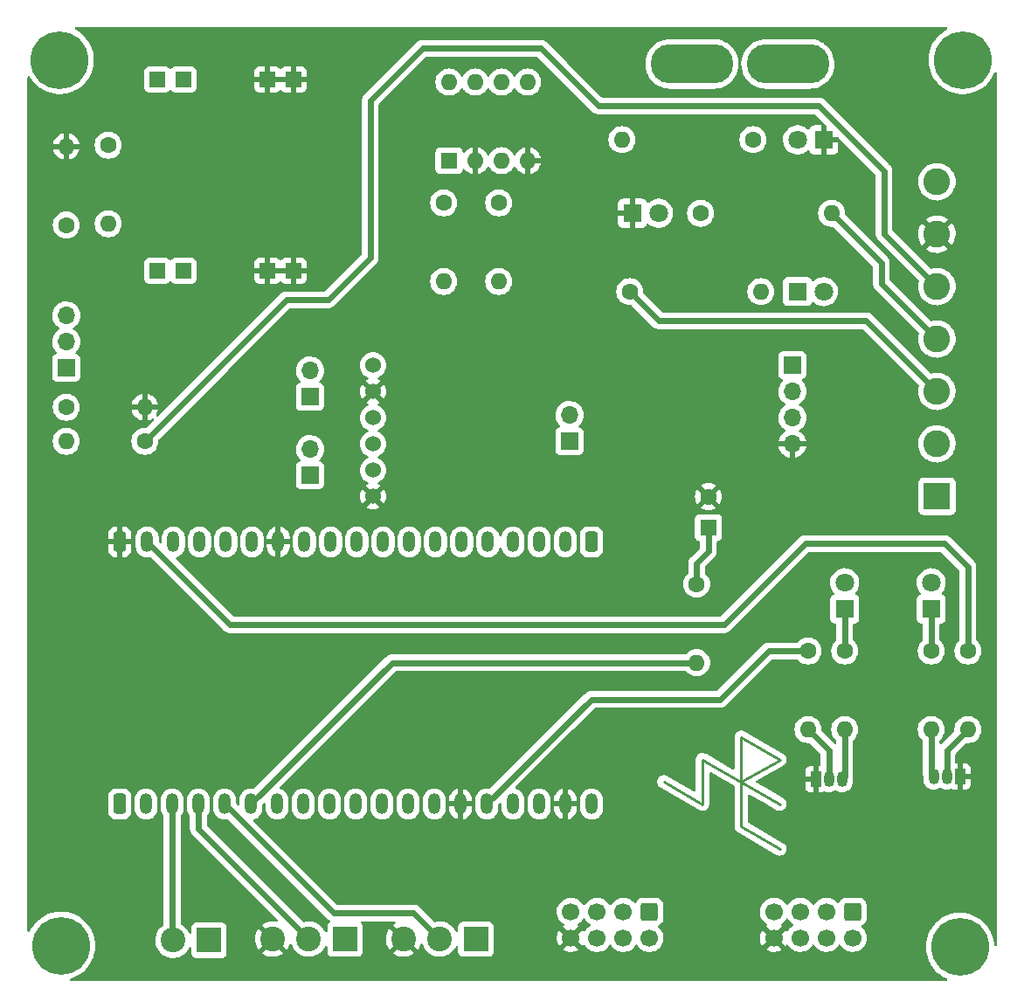
<source format=gbr>
%TF.GenerationSoftware,KiCad,Pcbnew,(6.0.2)*%
%TF.CreationDate,2022-11-16T14:07:38+00:00*%
%TF.ProjectId,stupid-mobility-adapter-v3,73747570-6964-42d6-9d6f-62696c697479,rev?*%
%TF.SameCoordinates,Original*%
%TF.FileFunction,Copper,L1,Top*%
%TF.FilePolarity,Positive*%
%FSLAX46Y46*%
G04 Gerber Fmt 4.6, Leading zero omitted, Abs format (unit mm)*
G04 Created by KiCad (PCBNEW (6.0.2)) date 2022-11-16 14:07:38*
%MOMM*%
%LPD*%
G01*
G04 APERTURE LIST*
G04 Aperture macros list*
%AMRoundRect*
0 Rectangle with rounded corners*
0 $1 Rounding radius*
0 $2 $3 $4 $5 $6 $7 $8 $9 X,Y pos of 4 corners*
0 Add a 4 corners polygon primitive as box body*
4,1,4,$2,$3,$4,$5,$6,$7,$8,$9,$2,$3,0*
0 Add four circle primitives for the rounded corners*
1,1,$1+$1,$2,$3*
1,1,$1+$1,$4,$5*
1,1,$1+$1,$6,$7*
1,1,$1+$1,$8,$9*
0 Add four rect primitives between the rounded corners*
20,1,$1+$1,$2,$3,$4,$5,0*
20,1,$1+$1,$4,$5,$6,$7,0*
20,1,$1+$1,$6,$7,$8,$9,0*
20,1,$1+$1,$8,$9,$2,$3,0*%
G04 Aperture macros list end*
%TA.AperFunction,NonConductor*%
%ADD10C,0.281250*%
%TD*%
%TA.AperFunction,ComponentPad*%
%ADD11C,1.600000*%
%TD*%
%TA.AperFunction,ComponentPad*%
%ADD12O,1.600000X1.600000*%
%TD*%
%TA.AperFunction,ComponentPad*%
%ADD13R,2.600000X2.600000*%
%TD*%
%TA.AperFunction,ComponentPad*%
%ADD14C,2.600000*%
%TD*%
%TA.AperFunction,ComponentPad*%
%ADD15R,1.800000X1.800000*%
%TD*%
%TA.AperFunction,ComponentPad*%
%ADD16C,1.800000*%
%TD*%
%TA.AperFunction,ComponentPad*%
%ADD17R,1.700000X1.700000*%
%TD*%
%TA.AperFunction,ComponentPad*%
%ADD18O,1.700000X1.700000*%
%TD*%
%TA.AperFunction,ComponentPad*%
%ADD19R,1.050000X1.500000*%
%TD*%
%TA.AperFunction,ComponentPad*%
%ADD20O,1.050000X1.500000*%
%TD*%
%TA.AperFunction,ComponentPad*%
%ADD21R,2.400000X2.400000*%
%TD*%
%TA.AperFunction,ComponentPad*%
%ADD22C,2.400000*%
%TD*%
%TA.AperFunction,ComponentPad*%
%ADD23C,5.600000*%
%TD*%
%TA.AperFunction,ComponentPad*%
%ADD24R,1.600000X1.600000*%
%TD*%
%TA.AperFunction,ComponentPad*%
%ADD25O,1.200000X2.000000*%
%TD*%
%TA.AperFunction,ComponentPad*%
%ADD26RoundRect,0.300000X-0.300000X-0.700000X0.300000X-0.700000X0.300000X0.700000X-0.300000X0.700000X0*%
%TD*%
%TA.AperFunction,ComponentPad*%
%ADD27RoundRect,0.300000X0.300000X0.700000X-0.300000X0.700000X-0.300000X-0.700000X0.300000X-0.700000X0*%
%TD*%
%TA.AperFunction,ComponentPad*%
%ADD28C,1.524000*%
%TD*%
%TA.AperFunction,ComponentPad*%
%ADD29RoundRect,0.250000X-0.600000X0.600000X-0.600000X-0.600000X0.600000X-0.600000X0.600000X0.600000X0*%
%TD*%
%TA.AperFunction,ComponentPad*%
%ADD30C,1.700000*%
%TD*%
%TA.AperFunction,ComponentPad*%
%ADD31O,8.000000X3.800000*%
%TD*%
%TA.AperFunction,ComponentPad*%
%ADD32R,1.524000X1.524000*%
%TD*%
%TA.AperFunction,Conductor*%
%ADD33C,0.600000*%
%TD*%
%TA.AperFunction,Conductor*%
%ADD34C,0.250000*%
%TD*%
G04 APERTURE END LIST*
D10*
X223005000Y-125730000D02*
X226755000Y-127895064D01*
X226755000Y-127895064D02*
X226755000Y-123564936D01*
X234255000Y-123564936D02*
X230505000Y-125730000D01*
X226755000Y-123564936D02*
X234255000Y-127895064D01*
X234255000Y-132225191D02*
X230505000Y-130060127D01*
X230505000Y-121399873D02*
X234255000Y-123564936D01*
X230505000Y-130060127D02*
X230505000Y-121399873D01*
D11*
%TO.P,R4,1*%
%TO.N,Net-(R4-Pad1)*%
X201676000Y-69596000D03*
D12*
%TO.P,R4,2*%
%TO.N,/MOB_DIR*%
X201676000Y-77216000D03*
%TD*%
D11*
%TO.P,R8,1*%
%TO.N,Net-(D2-Pad2)*%
X226568000Y-70612000D03*
D12*
%TO.P,R8,2*%
%TO.N,/REV*%
X239268000Y-70612000D03*
%TD*%
D13*
%TO.P,U3,1,pot_wiper*%
%TO.N,/VOUT*%
X249474000Y-98049000D03*
D14*
%TO.P,U3,2,KSI*%
%TO.N,/KEY_SW*%
X249474000Y-92969000D03*
%TO.P,U3,3,status_LED*%
%TO.N,Net-(R7-Pad1)*%
X249474000Y-87889000D03*
%TO.P,U3,4,rev_pin*%
%TO.N,/REV*%
X249474000Y-82809000D03*
%TO.P,U3,5,BDI*%
%TO.N,/BDI*%
X249474000Y-77729000D03*
%TO.P,U3,6,B-*%
%TO.N,-BATT*%
X249474000Y-72649000D03*
%TO.P,U3,7,B+*%
%TO.N,Net-(F1-Pad2)*%
X249474000Y-67569000D03*
%TD*%
D11*
%TO.P,R10,1*%
%TO.N,/relay0*%
X236982000Y-113030000D03*
D12*
%TO.P,R10,2*%
%TO.N,Net-(Q1-Pad2)*%
X236982000Y-120650000D03*
%TD*%
D15*
%TO.P,D4,1,K*%
%TO.N,Net-(D4-Pad1)*%
X240538000Y-108971000D03*
D16*
%TO.P,D4,2,A*%
%TO.N,VDD*%
X240538000Y-106431000D03*
%TD*%
D11*
%TO.P,R14,1*%
%TO.N,Net-(BZ1-Pad1)*%
X226187000Y-106553000D03*
D12*
%TO.P,R14,2*%
%TO.N,/Buzz*%
X226187000Y-114173000D03*
%TD*%
D17*
%TO.P,J10,1,Pin_1*%
%TO.N,/px_throttle*%
X213868000Y-92710000D03*
D18*
%TO.P,J10,2,Pin_2*%
%TO.N,/px_steer*%
X213868000Y-90170000D03*
%TD*%
D11*
%TO.P,R13,1*%
%TO.N,Net-(D5-Pad1)*%
X248920000Y-113030000D03*
D12*
%TO.P,R13,2*%
%TO.N,Net-(J7-Pad3)*%
X248920000Y-120650000D03*
%TD*%
D19*
%TO.P,Q2,1,E*%
%TO.N,-BATT*%
X251714000Y-125222000D03*
D20*
%TO.P,Q2,2,B*%
%TO.N,Net-(Q2-Pad2)*%
X250444000Y-125222000D03*
%TO.P,Q2,3,C*%
%TO.N,Net-(J7-Pad3)*%
X249174000Y-125222000D03*
%TD*%
D17*
%TO.P,J9,1,Pin_1*%
%TO.N,/BATT_BDI*%
X165100000Y-85598000D03*
D18*
%TO.P,J9,2,Pin_2*%
%TO.N,/BATT_MON*%
X165100000Y-83058000D03*
%TO.P,J9,3,Pin_3*%
%TO.N,/BATT_DIV*%
X165100000Y-80518000D03*
%TD*%
D11*
%TO.P,R5,1*%
%TO.N,/BATT_BDI*%
X165100000Y-89408000D03*
D12*
%TO.P,R5,2*%
%TO.N,-BATT*%
X172720000Y-89408000D03*
%TD*%
D11*
%TO.P,R9,1*%
%TO.N,Net-(D3-Pad2)*%
X231648000Y-63481000D03*
D12*
%TO.P,R9,2*%
%TO.N,/KEY_SW*%
X218948000Y-63481000D03*
%TD*%
D15*
%TO.P,D5,1,K*%
%TO.N,Net-(D5-Pad1)*%
X248920000Y-108971000D03*
D16*
%TO.P,D5,2,A*%
%TO.N,VDD*%
X248920000Y-106431000D03*
%TD*%
D21*
%TO.P,J2,1,Pin_1*%
%TO.N,+3V3*%
X192111250Y-140970000D03*
D22*
%TO.P,J2,2,Pin_2*%
%TO.N,/ACT0_FB*%
X188611250Y-140970000D03*
%TO.P,J2,3,Pin_3*%
%TO.N,-BATT*%
X185111250Y-140970000D03*
%TD*%
D23*
%TO.P,3.2,1*%
%TO.N,N/C*%
X251714000Y-141732000D03*
%TD*%
D17*
%TO.P,J6,1,Pin_1*%
%TO.N,/TX*%
X188722000Y-96012000D03*
D18*
%TO.P,J6,2,Pin_2*%
%TO.N,/RX*%
X188722000Y-93472000D03*
%TD*%
D15*
%TO.P,D3,1,K*%
%TO.N,-BATT*%
X238506000Y-63500000D03*
D16*
%TO.P,D3,2,A*%
%TO.N,Net-(D3-Pad2)*%
X235966000Y-63500000D03*
%TD*%
D17*
%TO.P,J7,1,Pin_1*%
%TO.N,VDD*%
X235458000Y-85344000D03*
D18*
%TO.P,J7,2,Pin_2*%
%TO.N,Net-(J7-Pad2)*%
X235458000Y-87884000D03*
%TO.P,J7,3,Pin_3*%
%TO.N,Net-(J7-Pad3)*%
X235458000Y-90424000D03*
%TO.P,J7,4,Pin_4*%
%TO.N,-BATT*%
X235458000Y-92964000D03*
%TD*%
D17*
%TO.P,J8,1,Pin_1*%
%TO.N,/SDA*%
X188722000Y-88397000D03*
D18*
%TO.P,J8,2,Pin_2*%
%TO.N,/SCL*%
X188722000Y-85857000D03*
%TD*%
D24*
%TO.P,U4,1,A1*%
%TO.N,Net-(R4-Pad1)*%
X202194000Y-65522000D03*
D12*
%TO.P,U4,2,C1*%
%TO.N,-BATT*%
X204734000Y-65522000D03*
%TO.P,U4,3,A2*%
%TO.N,Net-(R6-Pad1)*%
X207274000Y-65522000D03*
%TO.P,U4,4,C2*%
%TO.N,-BATT*%
X209814000Y-65522000D03*
%TO.P,U4,5,EM2*%
%TO.N,/KEY_SW*%
X209814000Y-57902000D03*
%TO.P,U4,6,CL2*%
%TO.N,+BATT*%
X207274000Y-57902000D03*
%TO.P,U4,7,EM1*%
%TO.N,/REV*%
X204734000Y-57902000D03*
%TO.P,U4,8,CL1*%
%TO.N,+BATT*%
X202194000Y-57902000D03*
%TD*%
D23*
%TO.P,3.2,1*%
%TO.N,N/C*%
X164465000Y-55753000D03*
%TD*%
D11*
%TO.P,R1,1*%
%TO.N,+BATT*%
X169164000Y-64008000D03*
D12*
%TO.P,R1,2*%
%TO.N,/BATT_DIV*%
X169164000Y-71628000D03*
%TD*%
D15*
%TO.P,D1,1,K*%
%TO.N,Net-(D1-Pad1)*%
X235961000Y-78213000D03*
D16*
%TO.P,D1,2,A*%
%TO.N,/B+*%
X238501000Y-78213000D03*
%TD*%
D11*
%TO.P,R3,1*%
%TO.N,/BDI*%
X172720000Y-92710000D03*
D12*
%TO.P,R3,2*%
%TO.N,/BATT_BDI*%
X165100000Y-92710000D03*
%TD*%
D11*
%TO.P,R11,1*%
%TO.N,/relay1*%
X252476000Y-113030000D03*
D12*
%TO.P,R11,2*%
%TO.N,Net-(Q2-Pad2)*%
X252476000Y-120650000D03*
%TD*%
D11*
%TO.P,R7,1*%
%TO.N,Net-(R7-Pad1)*%
X219710000Y-78213000D03*
D12*
%TO.P,R7,2*%
%TO.N,Net-(D1-Pad1)*%
X232410000Y-78213000D03*
%TD*%
D25*
%TO.P,U5,1,VIN*%
%TO.N,VDD*%
X216002670Y-127873680D03*
%TO.P,U5,2,GND*%
%TO.N,-BATT*%
X213462670Y-127873680D03*
%TO.P,U5,3,SD3\u002A*%
%TO.N,unconnected-(U5-Pad3)*%
X210922670Y-127873680D03*
%TO.P,U5,4,SD2\u002A*%
%TO.N,unconnected-(U5-Pad4)*%
X208382670Y-127873680D03*
%TO.P,U5,5,GPIO13*%
%TO.N,/relay0*%
X205842670Y-127873680D03*
%TO.P,U5,6,GND*%
%TO.N,-BATT*%
X203302670Y-127873680D03*
%TO.P,U5,7,GPIO12*%
%TO.N,/BTS1_LPWM*%
X200762670Y-127873680D03*
%TO.P,U5,8,GPIO14*%
%TO.N,/BTS1_RPWM*%
X198222670Y-127873680D03*
%TO.P,U5,9,GPIO27*%
%TO.N,/BTS1_EN*%
X195682670Y-127873680D03*
%TO.P,U5,10,GPIO26*%
%TO.N,/BATT_MON*%
X193142670Y-127873680D03*
%TO.P,U5,11,GPIO25*%
%TO.N,/BTS0_LPWM*%
X190602670Y-127873680D03*
%TO.P,U5,12,GPIO33*%
%TO.N,/BTS0_RPWM*%
X188062670Y-127873680D03*
%TO.P,U5,13,GPIO32*%
%TO.N,/BTS0_EN*%
X185522670Y-127873680D03*
%TO.P,U5,14,GPIO35*%
%TO.N,/Buzz*%
X182982670Y-127873680D03*
%TO.P,U5,15,GPIO34*%
%TO.N,/ACT1_FB*%
X180442670Y-127873680D03*
%TO.P,U5,16,GPIO39*%
%TO.N,/ACT0_FB*%
X177902670Y-127873680D03*
%TO.P,U5,17,GPIO36*%
%TO.N,/ESTOP_IN*%
X175362670Y-127873680D03*
%TO.P,U5,18,RST/EN*%
%TO.N,unconnected-(U5-Pad18)*%
X172822670Y-127873680D03*
D26*
%TO.P,U5,19,3V3*%
%TO.N,+3V3*%
X170285390Y-127870000D03*
%TO.P,U5,20,GND*%
%TO.N,-BATT*%
X170277230Y-102470000D03*
D25*
%TO.P,U5,21,GPIO23*%
%TO.N,/relay1*%
X172946950Y-102470000D03*
%TO.P,U5,22,GPIO22*%
%TO.N,/SCL*%
X175486950Y-102470000D03*
%TO.P,U5,23,GPIO1*%
%TO.N,/RX*%
X178026950Y-102470000D03*
%TO.P,U5,24,GPIO3*%
%TO.N,/TX*%
X180566950Y-102470000D03*
%TO.P,U5,25,GPIO21*%
%TO.N,/SDA*%
X183106950Y-102470000D03*
%TO.P,U5,26,GND*%
%TO.N,-BATT*%
X185646950Y-102470000D03*
%TO.P,U5,27,GPIO19*%
%TO.N,/MOB_DIR*%
X188186950Y-102470000D03*
%TO.P,U5,28,GPIO18*%
%TO.N,/MOB_EN*%
X190726950Y-102470000D03*
%TO.P,U5,29,GPIO5*%
%TO.N,unconnected-(U5-Pad29)*%
X193266950Y-102470000D03*
%TO.P,U5,30,GPIO17*%
%TO.N,/px_steer*%
X195806950Y-102470000D03*
%TO.P,U5,31,GPIO16*%
%TO.N,/px_throttle*%
X198346950Y-102470000D03*
%TO.P,U5,32,GPIO4*%
%TO.N,/px_mode*%
X200886950Y-102470000D03*
%TO.P,U5,33,GPIO0*%
%TO.N,unconnected-(U5-Pad33)*%
X203426950Y-102470000D03*
%TO.P,U5,34,GPIO2*%
%TO.N,unconnected-(U5-Pad34)*%
X205966950Y-102470000D03*
%TO.P,U5,35,GPIO15*%
%TO.N,unconnected-(U5-Pad35)*%
X208379950Y-102470000D03*
%TO.P,U5,36,SD1\u002A*%
%TO.N,unconnected-(U5-Pad36)*%
X210919950Y-102470000D03*
%TO.P,U5,37,SD0\u002A*%
%TO.N,unconnected-(U5-Pad37)*%
X213459950Y-102470000D03*
D27*
%TO.P,U5,38,CLK\u002A*%
%TO.N,unconnected-(U5-Pad38)*%
X215999950Y-102470000D03*
%TD*%
D21*
%TO.P,J4,1,Pin_1*%
%TO.N,+3V3*%
X204795000Y-140970000D03*
D22*
%TO.P,J4,2,Pin_2*%
%TO.N,/ACT1_FB*%
X201295000Y-140970000D03*
%TO.P,J4,3,Pin_3*%
%TO.N,-BATT*%
X197795000Y-140970000D03*
%TD*%
D15*
%TO.P,D2,1,K*%
%TO.N,-BATT*%
X219959000Y-70612000D03*
D16*
%TO.P,D2,2,A*%
%TO.N,Net-(D2-Pad2)*%
X222499000Y-70612000D03*
%TD*%
D28*
%TO.P,U1,1,OUT*%
%TO.N,/VOUT*%
X194828000Y-85354000D03*
%TO.P,U1,2,GND*%
%TO.N,-BATT*%
X194828000Y-87894000D03*
%TO.P,U1,3,SCL*%
%TO.N,/SCL*%
X194828000Y-90434000D03*
%TO.P,U1,4,SDA*%
%TO.N,/SDA*%
X194828000Y-92974000D03*
%TO.P,U1,5,VCC*%
%TO.N,VDD*%
X194828000Y-95514000D03*
%TO.P,U1,6,GND*%
%TO.N,-BATT*%
X194828000Y-98054000D03*
%TD*%
D23*
%TO.P,3.2,1*%
%TO.N,N/C*%
X164592000Y-141605000D03*
%TD*%
D11*
%TO.P,R2,1*%
%TO.N,/BATT_DIV*%
X165100000Y-71755000D03*
D12*
%TO.P,R2,2*%
%TO.N,-BATT*%
X165100000Y-64135000D03*
%TD*%
D21*
%TO.P,J5,1,Pin_1*%
%TO.N,+3V3*%
X178942500Y-141087500D03*
D22*
%TO.P,J5,2,Pin_2*%
%TO.N,/ESTOP_IN*%
X175442500Y-141087500D03*
%TD*%
D29*
%TO.P,J1,1,Pin_1*%
%TO.N,/BTS0_RPWM*%
X221615000Y-138312500D03*
D30*
%TO.P,J1,2,Pin_2*%
%TO.N,/BTS0_LPWM*%
X221615000Y-140852500D03*
%TO.P,J1,3,Pin_3*%
%TO.N,/BTS0_EN*%
X219075000Y-138312500D03*
%TO.P,J1,4,Pin_4*%
X219075000Y-140852500D03*
%TO.P,J1,5,Pin_5*%
%TO.N,unconnected-(J1-Pad5)*%
X216535000Y-138312500D03*
%TO.P,J1,6,Pin_6*%
%TO.N,unconnected-(J1-Pad6)*%
X216535000Y-140852500D03*
%TO.P,J1,7,Pin_7*%
%TO.N,VDD*%
X213995000Y-138312500D03*
%TO.P,J1,8,Pin_8*%
%TO.N,-BATT*%
X213995000Y-140852500D03*
%TD*%
D29*
%TO.P,J3,1,Pin_1*%
%TO.N,/BTS1_RPWM*%
X241300000Y-138312500D03*
D30*
%TO.P,J3,2,Pin_2*%
%TO.N,/BTS1_LPWM*%
X241300000Y-140852500D03*
%TO.P,J3,3,Pin_3*%
%TO.N,/BTS1_EN*%
X238760000Y-138312500D03*
%TO.P,J3,4,Pin_4*%
X238760000Y-140852500D03*
%TO.P,J3,5,Pin_5*%
%TO.N,unconnected-(J3-Pad5)*%
X236220000Y-138312500D03*
%TO.P,J3,6,Pin_6*%
%TO.N,unconnected-(J3-Pad6)*%
X236220000Y-140852500D03*
%TO.P,J3,7,Pin_7*%
%TO.N,VDD*%
X233680000Y-138312500D03*
%TO.P,J3,8,Pin_8*%
%TO.N,-BATT*%
X233680000Y-140852500D03*
%TD*%
D11*
%TO.P,R6,1*%
%TO.N,Net-(R6-Pad1)*%
X207010000Y-69596000D03*
D12*
%TO.P,R6,2*%
%TO.N,/MOB_EN*%
X207010000Y-77216000D03*
%TD*%
D19*
%TO.P,Q1,1,E*%
%TO.N,-BATT*%
X237744000Y-125476000D03*
D20*
%TO.P,Q1,2,B*%
%TO.N,Net-(Q1-Pad2)*%
X239014000Y-125476000D03*
%TO.P,Q1,3,C*%
%TO.N,Net-(J7-Pad2)*%
X240284000Y-125476000D03*
%TD*%
D23*
%TO.P,3.2,1*%
%TO.N,N/C*%
X251968000Y-55753000D03*
%TD*%
D31*
%TO.P,F1,1*%
%TO.N,+BATT*%
X225728000Y-56134000D03*
%TO.P,F1,2*%
%TO.N,Net-(F1-Pad2)*%
X235028000Y-56134000D03*
%TD*%
D32*
%TO.P,U2,1,IN+*%
%TO.N,+BATT*%
X176458500Y-57639000D03*
X173918500Y-57639000D03*
%TO.P,U2,2,IN-*%
%TO.N,-BATT*%
X184586500Y-57639000D03*
X187126500Y-57639000D03*
%TO.P,U2,3,OUT-*%
X184586500Y-76181000D03*
X187126500Y-76181000D03*
%TO.P,U2,4,OUT+*%
%TO.N,VDD*%
X176458500Y-76181000D03*
X173918500Y-76181000D03*
%TD*%
D11*
%TO.P,R12,1*%
%TO.N,Net-(D4-Pad1)*%
X240538000Y-113030000D03*
D12*
%TO.P,R12,2*%
%TO.N,Net-(J7-Pad2)*%
X240538000Y-120650000D03*
%TD*%
D24*
%TO.P,BZ1,1,-*%
%TO.N,Net-(BZ1-Pad1)*%
X227330000Y-101092000D03*
D11*
%TO.P,BZ1,2,+*%
%TO.N,-BATT*%
X227330000Y-98092000D03*
%TD*%
D33*
%TO.N,/ACT0_FB*%
X177902670Y-130261420D02*
X188611250Y-140970000D01*
X177902670Y-127873680D02*
X177902670Y-130261420D01*
%TO.N,/ACT1_FB*%
X190998990Y-138430000D02*
X198755000Y-138430000D01*
X180442670Y-127873680D02*
X190998990Y-138430000D01*
X198755000Y-138430000D02*
X201295000Y-140970000D01*
D34*
%TO.N,/ESTOP_IN*%
X175362670Y-141007670D02*
X175442500Y-141087500D01*
D33*
X175362670Y-127873680D02*
X175362670Y-141007670D01*
%TO.N,/relay0*%
X215987350Y-117729000D02*
X205842670Y-127873680D01*
X236982000Y-113030000D02*
X233172000Y-113030000D01*
X228473000Y-117729000D02*
X215987350Y-117729000D01*
X233172000Y-113030000D02*
X228473000Y-117729000D01*
%TO.N,/relay1*%
X252476000Y-104902000D02*
X252476000Y-113030000D01*
X228854000Y-110490000D02*
X236728000Y-102616000D01*
X250190000Y-102616000D02*
X252476000Y-104902000D01*
X172946950Y-102470000D02*
X180966950Y-110490000D01*
X236728000Y-102616000D02*
X250190000Y-102616000D01*
X180966950Y-110490000D02*
X228854000Y-110490000D01*
%TO.N,Net-(BZ1-Pad1)*%
X226187000Y-106553000D02*
X226187000Y-104521000D01*
X226187000Y-104521000D02*
X227330000Y-103378000D01*
X227330000Y-103378000D02*
X227330000Y-101092000D01*
%TO.N,/BDI*%
X244348000Y-66542978D02*
X244348000Y-72603000D01*
X238003022Y-60198000D02*
X244348000Y-66542978D01*
X194564000Y-59690000D02*
X199644000Y-54610000D01*
X190500000Y-78994000D02*
X194564000Y-74930000D01*
X199644000Y-54610000D02*
X211074000Y-54610000D01*
X244348000Y-72603000D02*
X249474000Y-77729000D01*
X186436000Y-78994000D02*
X190500000Y-78994000D01*
X172720000Y-92710000D02*
X186436000Y-78994000D01*
X211074000Y-54610000D02*
X216662000Y-60198000D01*
X216662000Y-60198000D02*
X238003022Y-60198000D01*
X194564000Y-74930000D02*
X194564000Y-59690000D01*
%TO.N,Net-(D4-Pad1)*%
X240538000Y-113030000D02*
X240538000Y-108971000D01*
%TO.N,Net-(D5-Pad1)*%
X248920000Y-108971000D02*
X248920000Y-113030000D01*
%TO.N,Net-(J7-Pad2)*%
X240538000Y-120650000D02*
X240538000Y-125222000D01*
X240538000Y-125222000D02*
X240284000Y-125476000D01*
%TO.N,Net-(J7-Pad3)*%
X248920000Y-120650000D02*
X248920000Y-124968000D01*
X248920000Y-124968000D02*
X249174000Y-125222000D01*
%TO.N,Net-(Q1-Pad2)*%
X239014000Y-122682000D02*
X239014000Y-125476000D01*
X236982000Y-120650000D02*
X239014000Y-122682000D01*
%TO.N,Net-(Q2-Pad2)*%
X250444000Y-122682000D02*
X252476000Y-120650000D01*
X250444000Y-125222000D02*
X250444000Y-122682000D01*
%TO.N,Net-(R7-Pad1)*%
X222523000Y-81026000D02*
X242611000Y-81026000D01*
X242611000Y-81026000D02*
X249474000Y-87889000D01*
X219710000Y-78213000D02*
X222523000Y-81026000D01*
%TO.N,/REV*%
X244094000Y-75438000D02*
X244094000Y-77429000D01*
X244094000Y-77429000D02*
X249474000Y-82809000D01*
X239268000Y-70612000D02*
X244094000Y-75438000D01*
%TO.N,/Buzz*%
X196683350Y-114173000D02*
X182982670Y-127873680D01*
X226187000Y-114173000D02*
X196683350Y-114173000D01*
%TD*%
%TA.AperFunction,Conductor*%
%TO.N,-BATT*%
G36*
X250445978Y-52598002D02*
G01*
X250492471Y-52651658D01*
X250502575Y-52721932D01*
X250473081Y-52786512D01*
X250430508Y-52818472D01*
X250422694Y-52822066D01*
X250115193Y-53006101D01*
X250112467Y-53008163D01*
X250112465Y-53008164D01*
X250106620Y-53012585D01*
X249829367Y-53222270D01*
X249568559Y-53468043D01*
X249335819Y-53740546D01*
X249333900Y-53743358D01*
X249333897Y-53743363D01*
X249272545Y-53833302D01*
X249133871Y-54036591D01*
X248965077Y-54352714D01*
X248831411Y-54685218D01*
X248830491Y-54688492D01*
X248830489Y-54688497D01*
X248778649Y-54872925D01*
X248734437Y-55030213D01*
X248733875Y-55033570D01*
X248733875Y-55033571D01*
X248716521Y-55137278D01*
X248675290Y-55383663D01*
X248654661Y-55741434D01*
X248654833Y-55744829D01*
X248654833Y-55744830D01*
X248664105Y-55927850D01*
X248672792Y-56099340D01*
X248673329Y-56102695D01*
X248673330Y-56102701D01*
X248694531Y-56235065D01*
X248729470Y-56453195D01*
X248824033Y-56798859D01*
X248955374Y-57132288D01*
X248986151Y-57190909D01*
X249116810Y-57439778D01*
X249121957Y-57449582D01*
X249123858Y-57452411D01*
X249123864Y-57452421D01*
X249213660Y-57586050D01*
X249321834Y-57747029D01*
X249552665Y-58021150D01*
X249811751Y-58268738D01*
X250096061Y-58486897D01*
X250149754Y-58519543D01*
X250399355Y-58671303D01*
X250399360Y-58671306D01*
X250402270Y-58673075D01*
X250405358Y-58674521D01*
X250405357Y-58674521D01*
X250723710Y-58823649D01*
X250723720Y-58823653D01*
X250726794Y-58825093D01*
X250730012Y-58826195D01*
X250730015Y-58826196D01*
X251062615Y-58940071D01*
X251062623Y-58940073D01*
X251065838Y-58941174D01*
X251415435Y-59019959D01*
X251467728Y-59025917D01*
X251768114Y-59060142D01*
X251768122Y-59060142D01*
X251771497Y-59060527D01*
X251774901Y-59060545D01*
X251774904Y-59060545D01*
X251969227Y-59061562D01*
X252129857Y-59062403D01*
X252133243Y-59062053D01*
X252133245Y-59062053D01*
X252482932Y-59025917D01*
X252482941Y-59025916D01*
X252486324Y-59025566D01*
X252489657Y-59024852D01*
X252489660Y-59024851D01*
X252662186Y-58987864D01*
X252836727Y-58950446D01*
X253176968Y-58837922D01*
X253503066Y-58689311D01*
X253715365Y-58563257D01*
X253808262Y-58508099D01*
X253808267Y-58508096D01*
X253811207Y-58506350D01*
X253815202Y-58503351D01*
X253937511Y-58411518D01*
X254097786Y-58291180D01*
X254359451Y-58046319D01*
X254593140Y-57774630D01*
X254788589Y-57490250D01*
X254794190Y-57482101D01*
X254794195Y-57482094D01*
X254796120Y-57479292D01*
X254797732Y-57476298D01*
X254797737Y-57476290D01*
X254964395Y-57166772D01*
X254966017Y-57163760D01*
X255027257Y-57012943D01*
X255071418Y-56957352D01*
X255138623Y-56934462D01*
X255207536Y-56951539D01*
X255256276Y-57003162D01*
X255270000Y-57060347D01*
X255270000Y-141555775D01*
X255249998Y-141623896D01*
X255196342Y-141670389D01*
X255126068Y-141680493D01*
X255061488Y-141650999D01*
X255023104Y-141591273D01*
X255018184Y-141562589D01*
X255016267Y-141527191D01*
X255007979Y-141374159D01*
X254950066Y-141020505D01*
X254854297Y-140675173D01*
X254851460Y-140668042D01*
X254723052Y-140345369D01*
X254721793Y-140342205D01*
X254663659Y-140232409D01*
X254555702Y-140028513D01*
X254555698Y-140028506D01*
X254554103Y-140025494D01*
X254353190Y-139728746D01*
X254350254Y-139725283D01*
X254228464Y-139581674D01*
X254121403Y-139455432D01*
X253861454Y-139208750D01*
X253576384Y-138991585D01*
X253573472Y-138989828D01*
X253573467Y-138989825D01*
X253272443Y-138808236D01*
X253272437Y-138808233D01*
X253269528Y-138806478D01*
X252944475Y-138655593D01*
X252774752Y-138598145D01*
X252608255Y-138541789D01*
X252608250Y-138541788D01*
X252605028Y-138540697D01*
X252406681Y-138496724D01*
X252258493Y-138463871D01*
X252258487Y-138463870D01*
X252255158Y-138463132D01*
X252251769Y-138462758D01*
X252251764Y-138462757D01*
X251902338Y-138424180D01*
X251902333Y-138424180D01*
X251898957Y-138423807D01*
X251895558Y-138423801D01*
X251895557Y-138423801D01*
X251726080Y-138423505D01*
X251540592Y-138423182D01*
X251427413Y-138435277D01*
X251187639Y-138460901D01*
X251187631Y-138460902D01*
X251184256Y-138461263D01*
X250834117Y-138537606D01*
X250494271Y-138651317D01*
X250491178Y-138652739D01*
X250491177Y-138652740D01*
X250355606Y-138715096D01*
X250168694Y-138801066D01*
X250165760Y-138802822D01*
X250165758Y-138802823D01*
X249882487Y-138972357D01*
X249861193Y-138985101D01*
X249858467Y-138987163D01*
X249858465Y-138987164D01*
X249580622Y-139197296D01*
X249575367Y-139201270D01*
X249572882Y-139203612D01*
X249572877Y-139203616D01*
X249497220Y-139274912D01*
X249314559Y-139447043D01*
X249312347Y-139449633D01*
X249312345Y-139449635D01*
X249276405Y-139491715D01*
X249081819Y-139719546D01*
X249079900Y-139722358D01*
X249079897Y-139722363D01*
X248991228Y-139852348D01*
X248879871Y-140015591D01*
X248711077Y-140331714D01*
X248577411Y-140664218D01*
X248576491Y-140667492D01*
X248576489Y-140667497D01*
X248491778Y-140968868D01*
X248480437Y-141009213D01*
X248479875Y-141012570D01*
X248479875Y-141012571D01*
X248438447Y-141260139D01*
X248421290Y-141362663D01*
X248400661Y-141720434D01*
X248418792Y-142078340D01*
X248419329Y-142081695D01*
X248419330Y-142081701D01*
X248440636Y-142214717D01*
X248475470Y-142432195D01*
X248570033Y-142777859D01*
X248701374Y-143111288D01*
X248732151Y-143169909D01*
X248816879Y-143331292D01*
X248867957Y-143428582D01*
X248869858Y-143431411D01*
X248869864Y-143431421D01*
X248980588Y-143596194D01*
X249067834Y-143726029D01*
X249298665Y-144000150D01*
X249557751Y-144247738D01*
X249842061Y-144465897D01*
X249874056Y-144485350D01*
X250145355Y-144650303D01*
X250145360Y-144650306D01*
X250148270Y-144652075D01*
X250204033Y-144678196D01*
X250430750Y-144784398D01*
X250483953Y-144831408D01*
X250503295Y-144899719D01*
X250482635Y-144967643D01*
X250428532Y-145013615D01*
X250377301Y-145024500D01*
X165571571Y-145024500D01*
X165503450Y-145004498D01*
X165456957Y-144950842D01*
X165446853Y-144880568D01*
X165476347Y-144815988D01*
X165532008Y-144778872D01*
X165800968Y-144689922D01*
X166127066Y-144541311D01*
X166251090Y-144467671D01*
X166432262Y-144360099D01*
X166432267Y-144360096D01*
X166435207Y-144358350D01*
X166721786Y-144143180D01*
X166983451Y-143898319D01*
X167217140Y-143626630D01*
X167351303Y-143431421D01*
X167418190Y-143334101D01*
X167418195Y-143334094D01*
X167420120Y-143331292D01*
X167421732Y-143328298D01*
X167421737Y-143328290D01*
X167588395Y-143018772D01*
X167590017Y-143015760D01*
X167700657Y-142743284D01*
X167723562Y-142686877D01*
X167723564Y-142686872D01*
X167724842Y-142683724D01*
X167728012Y-142672598D01*
X167769829Y-142525797D01*
X167823020Y-142339070D01*
X167827556Y-142312531D01*
X167882829Y-141989175D01*
X167882829Y-141989173D01*
X167883401Y-141985828D01*
X167883680Y-141981282D01*
X167901705Y-141686547D01*
X167905278Y-141628131D01*
X167905337Y-141611380D01*
X167905353Y-141606819D01*
X167905353Y-141606806D01*
X167905359Y-141605000D01*
X167885979Y-141247159D01*
X167852490Y-141042651D01*
X173729796Y-141042651D01*
X173730020Y-141047317D01*
X173730020Y-141047322D01*
X173734737Y-141145523D01*
X173741980Y-141296298D01*
X173757468Y-141374159D01*
X173787998Y-141527644D01*
X173791521Y-141545357D01*
X173793100Y-141549755D01*
X173793102Y-141549762D01*
X173866837Y-141755131D01*
X173877331Y-141784358D01*
X173879548Y-141788484D01*
X173993782Y-142001084D01*
X173997525Y-142008051D01*
X174000320Y-142011794D01*
X174000322Y-142011797D01*
X174146671Y-142207782D01*
X174146676Y-142207788D01*
X174149463Y-142211520D01*
X174152772Y-142214800D01*
X174152777Y-142214806D01*
X174326490Y-142387009D01*
X174329807Y-142390297D01*
X174333569Y-142393055D01*
X174333572Y-142393058D01*
X174467908Y-142491557D01*
X174534594Y-142540453D01*
X174538729Y-142542629D01*
X174538733Y-142542631D01*
X174628668Y-142589948D01*
X174759327Y-142658691D01*
X174999068Y-142742412D01*
X175248550Y-142789778D01*
X175369032Y-142794511D01*
X175497625Y-142799564D01*
X175497630Y-142799564D01*
X175502293Y-142799747D01*
X175601274Y-142788907D01*
X175750069Y-142772612D01*
X175750075Y-142772611D01*
X175754722Y-142772102D01*
X175864180Y-142743284D01*
X175995773Y-142708638D01*
X176000293Y-142707448D01*
X176123259Y-142654618D01*
X176229307Y-142609057D01*
X176229310Y-142609055D01*
X176233610Y-142607208D01*
X176237590Y-142604745D01*
X176237594Y-142604743D01*
X176445564Y-142476047D01*
X176445566Y-142476045D01*
X176449547Y-142473582D01*
X176462380Y-142462718D01*
X176639789Y-142312531D01*
X176639791Y-142312529D01*
X176643362Y-142309506D01*
X176810795Y-142118584D01*
X176814498Y-142112828D01*
X176945641Y-141908942D01*
X176948169Y-141905012D01*
X176993118Y-141805229D01*
X177039334Y-141751335D01*
X177107350Y-141730982D01*
X177175573Y-141750632D01*
X177222342Y-141804047D01*
X177234000Y-141856980D01*
X177234000Y-142335634D01*
X177240755Y-142397816D01*
X177291885Y-142534205D01*
X177379239Y-142650761D01*
X177495795Y-142738115D01*
X177632184Y-142789245D01*
X177694366Y-142796000D01*
X180190634Y-142796000D01*
X180252816Y-142789245D01*
X180389205Y-142738115D01*
X180505761Y-142650761D01*
X180593115Y-142534205D01*
X180644245Y-142397816D01*
X180650161Y-142343359D01*
X184102636Y-142343359D01*
X184111349Y-142354879D01*
X184199836Y-142419760D01*
X184207755Y-142424708D01*
X184424127Y-142538547D01*
X184432701Y-142542275D01*
X184663532Y-142622885D01*
X184672541Y-142625299D01*
X184912768Y-142670908D01*
X184922025Y-142671962D01*
X185166357Y-142681563D01*
X185175670Y-142681237D01*
X185418728Y-142654618D01*
X185427905Y-142652917D01*
X185664357Y-142590665D01*
X185673176Y-142587628D01*
X185897834Y-142491107D01*
X185906106Y-142486800D01*
X186114027Y-142358135D01*
X186115870Y-142356796D01*
X186123288Y-142345541D01*
X186117224Y-142335184D01*
X185124062Y-141342022D01*
X185110118Y-141334408D01*
X185108285Y-141334539D01*
X185101670Y-141338790D01*
X184109294Y-142331166D01*
X184102636Y-142343359D01*
X180650161Y-142343359D01*
X180651000Y-142335634D01*
X180651000Y-140929835D01*
X183399272Y-140929835D01*
X183411004Y-141174064D01*
X183412141Y-141183324D01*
X183459843Y-141423143D01*
X183462332Y-141432118D01*
X183544958Y-141662250D01*
X183548755Y-141670778D01*
X183664484Y-141886160D01*
X183669495Y-141894027D01*
X183726423Y-141970263D01*
X183737681Y-141978712D01*
X183750100Y-141971940D01*
X184739228Y-140982812D01*
X184746842Y-140968868D01*
X184746711Y-140967035D01*
X184742460Y-140960420D01*
X183748078Y-139966038D01*
X183734770Y-139958771D01*
X183724731Y-139965893D01*
X183719831Y-139971784D01*
X183714418Y-139979373D01*
X183587572Y-140188409D01*
X183583334Y-140196726D01*
X183488779Y-140422214D01*
X183485822Y-140431052D01*
X183425634Y-140668042D01*
X183424013Y-140677232D01*
X183399517Y-140920510D01*
X183399272Y-140929835D01*
X180651000Y-140929835D01*
X180651000Y-139839366D01*
X180644245Y-139777184D01*
X180593115Y-139640795D01*
X180505761Y-139524239D01*
X180389205Y-139436885D01*
X180252816Y-139385755D01*
X180196940Y-139379685D01*
X180194031Y-139379369D01*
X180190634Y-139379000D01*
X177694366Y-139379000D01*
X177690969Y-139379369D01*
X177688060Y-139379685D01*
X177632184Y-139385755D01*
X177495795Y-139436885D01*
X177379239Y-139524239D01*
X177291885Y-139640795D01*
X177240755Y-139777184D01*
X177234000Y-139839366D01*
X177234000Y-140308552D01*
X177213998Y-140376673D01*
X177160342Y-140423166D01*
X177090068Y-140433270D01*
X177025488Y-140403776D01*
X176993329Y-140358139D01*
X176992599Y-140358487D01*
X176990584Y-140354262D01*
X176988891Y-140349909D01*
X176978492Y-140331714D01*
X176865202Y-140133497D01*
X176865200Y-140133495D01*
X176862883Y-140129440D01*
X176705671Y-139930017D01*
X176602682Y-139833135D01*
X176524110Y-139759222D01*
X176524108Y-139759220D01*
X176520709Y-139756023D01*
X176443612Y-139702539D01*
X176315893Y-139613937D01*
X176315890Y-139613935D01*
X176312061Y-139611279D01*
X176307878Y-139609216D01*
X176307871Y-139609212D01*
X176241442Y-139576453D01*
X176189193Y-139528385D01*
X176171170Y-139463447D01*
X176171170Y-129082716D01*
X176191172Y-129014595D01*
X176206152Y-128995585D01*
X176232406Y-128968160D01*
X176236551Y-128963830D01*
X176351290Y-128786132D01*
X176430356Y-128589943D01*
X176470898Y-128382343D01*
X176471170Y-128376781D01*
X176471170Y-128326526D01*
X176794170Y-128326526D01*
X176809218Y-128484246D01*
X176868762Y-128687214D01*
X176871506Y-128692541D01*
X176871506Y-128692542D01*
X176962727Y-128869658D01*
X176965612Y-128875260D01*
X176969316Y-128879975D01*
X177067256Y-129004658D01*
X177093606Y-129070583D01*
X177094170Y-129082491D01*
X177094170Y-130252206D01*
X177094163Y-130253526D01*
X177093219Y-130343641D01*
X177102381Y-130386017D01*
X177104439Y-130398583D01*
X177109273Y-130441675D01*
X177111589Y-130448326D01*
X177111590Y-130448330D01*
X177120303Y-130473350D01*
X177124466Y-130488162D01*
X177131551Y-130520930D01*
X177149878Y-130560233D01*
X177154660Y-130572009D01*
X177168925Y-130612972D01*
X177172659Y-130618947D01*
X177172660Y-130618950D01*
X177186697Y-130641415D01*
X177194036Y-130654932D01*
X177205229Y-130678934D01*
X177208208Y-130685322D01*
X177212525Y-130690887D01*
X177212526Y-130690889D01*
X177234776Y-130719573D01*
X177242072Y-130730032D01*
X177265044Y-130766796D01*
X177270004Y-130771791D01*
X177270005Y-130771792D01*
X177293646Y-130795599D01*
X177294231Y-130796224D01*
X177294748Y-130796890D01*
X177320738Y-130822880D01*
X177392855Y-130895502D01*
X177393892Y-130896160D01*
X177395121Y-130897263D01*
X185582807Y-139084949D01*
X185616833Y-139147261D01*
X185611768Y-139218076D01*
X185569221Y-139274912D01*
X185502701Y-139299723D01*
X185473459Y-139298406D01*
X185265141Y-139264480D01*
X185255852Y-139263668D01*
X185011364Y-139260467D01*
X185002053Y-139261037D01*
X184759772Y-139294010D01*
X184750653Y-139295948D01*
X184515918Y-139364367D01*
X184507165Y-139367639D01*
X184285119Y-139470004D01*
X184276964Y-139474524D01*
X184109718Y-139584175D01*
X184100580Y-139594917D01*
X184105153Y-139604693D01*
X186474982Y-141974522D01*
X186487362Y-141981282D01*
X186495703Y-141975038D01*
X186613950Y-141791202D01*
X186618397Y-141783011D01*
X186718822Y-141560076D01*
X186722016Y-141551302D01*
X186739487Y-141489354D01*
X186777229Y-141429220D01*
X186841490Y-141399038D01*
X186911868Y-141408389D01*
X186966019Y-141454304D01*
X186979343Y-141480977D01*
X187046081Y-141666858D01*
X187048298Y-141670984D01*
X187163916Y-141886160D01*
X187166275Y-141890551D01*
X187169070Y-141894294D01*
X187169072Y-141894297D01*
X187315421Y-142090282D01*
X187315426Y-142090288D01*
X187318213Y-142094020D01*
X187321522Y-142097300D01*
X187321527Y-142097306D01*
X187481044Y-142255436D01*
X187498557Y-142272797D01*
X187502319Y-142275555D01*
X187502322Y-142275558D01*
X187658347Y-142389960D01*
X187703344Y-142422953D01*
X187707479Y-142425129D01*
X187707483Y-142425131D01*
X187791524Y-142469347D01*
X187928077Y-142541191D01*
X188061053Y-142587628D01*
X188162014Y-142622885D01*
X188167818Y-142624912D01*
X188417300Y-142672278D01*
X188537782Y-142677011D01*
X188666375Y-142682064D01*
X188666380Y-142682064D01*
X188671043Y-142682247D01*
X188762071Y-142672278D01*
X188918819Y-142655112D01*
X188918825Y-142655111D01*
X188923472Y-142654602D01*
X188965333Y-142643581D01*
X189164523Y-142591138D01*
X189169043Y-142589948D01*
X189318360Y-142525797D01*
X189398057Y-142491557D01*
X189398060Y-142491555D01*
X189402360Y-142489708D01*
X189406340Y-142487245D01*
X189406344Y-142487243D01*
X189614314Y-142358547D01*
X189614316Y-142358545D01*
X189618297Y-142356082D01*
X189633326Y-142343359D01*
X189808539Y-142195031D01*
X189808541Y-142195029D01*
X189812112Y-142192006D01*
X189979545Y-142001084D01*
X189987206Y-141989175D01*
X190114391Y-141791442D01*
X190116919Y-141787512D01*
X190161868Y-141687729D01*
X190208084Y-141633835D01*
X190276100Y-141613482D01*
X190344323Y-141633132D01*
X190391092Y-141686547D01*
X190402750Y-141739480D01*
X190402750Y-142218134D01*
X190409505Y-142280316D01*
X190460635Y-142416705D01*
X190547989Y-142533261D01*
X190664545Y-142620615D01*
X190800934Y-142671745D01*
X190863116Y-142678500D01*
X193359384Y-142678500D01*
X193421566Y-142671745D01*
X193557955Y-142620615D01*
X193674511Y-142533261D01*
X193761865Y-142416705D01*
X193789361Y-142343359D01*
X196786386Y-142343359D01*
X196795099Y-142354879D01*
X196883586Y-142419760D01*
X196891505Y-142424708D01*
X197107877Y-142538547D01*
X197116451Y-142542275D01*
X197347282Y-142622885D01*
X197356291Y-142625299D01*
X197596518Y-142670908D01*
X197605775Y-142671962D01*
X197850107Y-142681563D01*
X197859420Y-142681237D01*
X198102478Y-142654618D01*
X198111655Y-142652917D01*
X198348107Y-142590665D01*
X198356926Y-142587628D01*
X198581584Y-142491107D01*
X198589856Y-142486800D01*
X198797777Y-142358135D01*
X198799620Y-142356796D01*
X198807038Y-142345541D01*
X198800974Y-142335184D01*
X197807812Y-141342022D01*
X197793868Y-141334408D01*
X197792035Y-141334539D01*
X197785420Y-141338790D01*
X196793044Y-142331166D01*
X196786386Y-142343359D01*
X193789361Y-142343359D01*
X193812995Y-142280316D01*
X193819750Y-142218134D01*
X193819750Y-140929835D01*
X196083022Y-140929835D01*
X196094754Y-141174064D01*
X196095891Y-141183324D01*
X196143593Y-141423143D01*
X196146082Y-141432118D01*
X196228708Y-141662250D01*
X196232505Y-141670778D01*
X196348234Y-141886160D01*
X196353245Y-141894027D01*
X196410173Y-141970263D01*
X196421431Y-141978712D01*
X196433850Y-141971940D01*
X197422978Y-140982812D01*
X197430592Y-140968868D01*
X197430461Y-140967035D01*
X197426210Y-140960420D01*
X196431828Y-139966038D01*
X196418520Y-139958771D01*
X196408481Y-139965893D01*
X196403581Y-139971784D01*
X196398168Y-139979373D01*
X196271322Y-140188409D01*
X196267084Y-140196726D01*
X196172529Y-140422214D01*
X196169572Y-140431052D01*
X196109384Y-140668042D01*
X196107763Y-140677232D01*
X196083267Y-140920510D01*
X196083022Y-140929835D01*
X193819750Y-140929835D01*
X193819750Y-139721866D01*
X193812995Y-139659684D01*
X193761865Y-139523295D01*
X193699487Y-139440064D01*
X193674639Y-139373559D01*
X193689692Y-139304177D01*
X193739866Y-139253946D01*
X193800313Y-139238500D01*
X196899307Y-139238500D01*
X196967428Y-139258502D01*
X197013921Y-139312158D01*
X197024025Y-139382432D01*
X196994531Y-139447012D01*
X196964327Y-139471510D01*
X196964623Y-139471961D01*
X196793468Y-139584175D01*
X196784330Y-139594917D01*
X196788903Y-139604693D01*
X199158732Y-141974522D01*
X199171112Y-141981282D01*
X199179453Y-141975038D01*
X199297700Y-141791202D01*
X199302147Y-141783011D01*
X199402572Y-141560076D01*
X199405766Y-141551302D01*
X199423237Y-141489354D01*
X199460979Y-141429220D01*
X199525240Y-141399038D01*
X199595618Y-141408389D01*
X199649769Y-141454304D01*
X199663093Y-141480977D01*
X199729831Y-141666858D01*
X199732048Y-141670984D01*
X199847666Y-141886160D01*
X199850025Y-141890551D01*
X199852820Y-141894294D01*
X199852822Y-141894297D01*
X199999171Y-142090282D01*
X199999176Y-142090288D01*
X200001963Y-142094020D01*
X200005272Y-142097300D01*
X200005277Y-142097306D01*
X200164794Y-142255436D01*
X200182307Y-142272797D01*
X200186069Y-142275555D01*
X200186072Y-142275558D01*
X200342097Y-142389960D01*
X200387094Y-142422953D01*
X200391229Y-142425129D01*
X200391233Y-142425131D01*
X200475274Y-142469347D01*
X200611827Y-142541191D01*
X200744803Y-142587628D01*
X200845764Y-142622885D01*
X200851568Y-142624912D01*
X201101050Y-142672278D01*
X201221532Y-142677011D01*
X201350125Y-142682064D01*
X201350130Y-142682064D01*
X201354793Y-142682247D01*
X201445821Y-142672278D01*
X201602569Y-142655112D01*
X201602575Y-142655111D01*
X201607222Y-142654602D01*
X201649083Y-142643581D01*
X201848273Y-142591138D01*
X201852793Y-142589948D01*
X202002110Y-142525797D01*
X202081807Y-142491557D01*
X202081810Y-142491555D01*
X202086110Y-142489708D01*
X202090090Y-142487245D01*
X202090094Y-142487243D01*
X202298064Y-142358547D01*
X202298066Y-142358545D01*
X202302047Y-142356082D01*
X202317076Y-142343359D01*
X202492289Y-142195031D01*
X202492291Y-142195029D01*
X202495862Y-142192006D01*
X202663295Y-142001084D01*
X202670956Y-141989175D01*
X202798141Y-141791442D01*
X202800669Y-141787512D01*
X202845618Y-141687729D01*
X202891834Y-141633835D01*
X202959850Y-141613482D01*
X203028073Y-141633132D01*
X203074842Y-141686547D01*
X203086500Y-141739480D01*
X203086500Y-142218134D01*
X203093255Y-142280316D01*
X203144385Y-142416705D01*
X203231739Y-142533261D01*
X203348295Y-142620615D01*
X203484684Y-142671745D01*
X203546866Y-142678500D01*
X206043134Y-142678500D01*
X206105316Y-142671745D01*
X206241705Y-142620615D01*
X206358261Y-142533261D01*
X206445615Y-142416705D01*
X206496745Y-142280316D01*
X206503500Y-142218134D01*
X206503500Y-141977353D01*
X213234977Y-141977353D01*
X213240258Y-141984407D01*
X213401756Y-142078779D01*
X213411042Y-142083229D01*
X213610001Y-142159203D01*
X213619899Y-142162079D01*
X213828595Y-142204538D01*
X213838823Y-142205757D01*
X214051650Y-142213562D01*
X214061936Y-142213095D01*
X214273185Y-142186034D01*
X214283262Y-142183892D01*
X214487255Y-142122691D01*
X214496842Y-142118933D01*
X214688098Y-142025238D01*
X214696944Y-142019965D01*
X214744247Y-141986223D01*
X214752648Y-141975523D01*
X214745660Y-141962370D01*
X214007812Y-141224522D01*
X213993868Y-141216908D01*
X213992035Y-141217039D01*
X213985420Y-141221290D01*
X213241737Y-141964973D01*
X213234977Y-141977353D01*
X206503500Y-141977353D01*
X206503500Y-140824363D01*
X212633050Y-140824363D01*
X212645309Y-141036977D01*
X212646745Y-141047197D01*
X212693565Y-141254946D01*
X212696645Y-141264775D01*
X212776770Y-141462103D01*
X212781413Y-141471294D01*
X212861460Y-141601920D01*
X212871916Y-141611380D01*
X212880694Y-141607596D01*
X213622978Y-140865312D01*
X213630592Y-140851368D01*
X213630461Y-140849535D01*
X213626210Y-140842920D01*
X212884849Y-140101559D01*
X212873313Y-140095259D01*
X212861031Y-140104882D01*
X212813089Y-140175162D01*
X212808004Y-140184113D01*
X212718338Y-140377283D01*
X212714775Y-140386970D01*
X212657864Y-140592181D01*
X212655933Y-140602300D01*
X212633302Y-140814074D01*
X212633050Y-140824363D01*
X206503500Y-140824363D01*
X206503500Y-139721866D01*
X206496745Y-139659684D01*
X206445615Y-139523295D01*
X206358261Y-139406739D01*
X206241705Y-139319385D01*
X206105316Y-139268255D01*
X206043134Y-139261500D01*
X203546866Y-139261500D01*
X203484684Y-139268255D01*
X203348295Y-139319385D01*
X203231739Y-139406739D01*
X203144385Y-139523295D01*
X203093255Y-139659684D01*
X203086500Y-139721866D01*
X203086500Y-140191052D01*
X203066498Y-140259173D01*
X203012842Y-140305666D01*
X202942568Y-140315770D01*
X202877988Y-140286276D01*
X202845829Y-140240639D01*
X202845099Y-140240987D01*
X202843084Y-140236762D01*
X202841391Y-140232409D01*
X202831558Y-140215205D01*
X202717702Y-140015997D01*
X202717700Y-140015995D01*
X202715383Y-140011940D01*
X202558171Y-139812517D01*
X202441260Y-139702539D01*
X202376610Y-139641722D01*
X202376608Y-139641720D01*
X202373209Y-139638523D01*
X202317965Y-139600199D01*
X202168393Y-139496437D01*
X202168390Y-139496435D01*
X202164561Y-139493779D01*
X202160384Y-139491719D01*
X202160377Y-139491715D01*
X201940996Y-139383528D01*
X201940992Y-139383527D01*
X201936810Y-139381464D01*
X201694960Y-139304047D01*
X201668409Y-139299723D01*
X201448935Y-139263980D01*
X201448934Y-139263980D01*
X201444323Y-139263229D01*
X201317365Y-139261567D01*
X201195083Y-139259966D01*
X201195080Y-139259966D01*
X201190406Y-139259905D01*
X200938787Y-139294149D01*
X200873926Y-139313054D01*
X200802931Y-139312913D01*
X200749574Y-139281183D01*
X199747587Y-138279195D01*
X212632251Y-138279195D01*
X212632548Y-138284348D01*
X212632548Y-138284351D01*
X212642899Y-138463871D01*
X212645110Y-138502215D01*
X212646247Y-138507261D01*
X212646248Y-138507267D01*
X212670304Y-138614008D01*
X212694222Y-138720139D01*
X212778266Y-138927116D01*
X212816694Y-138989825D01*
X212892291Y-139113188D01*
X212894987Y-139117588D01*
X213041250Y-139286438D01*
X213213126Y-139429132D01*
X213221000Y-139433733D01*
X213286955Y-139472274D01*
X213335679Y-139523912D01*
X213348750Y-139593695D01*
X213322019Y-139659467D01*
X213281562Y-139692827D01*
X213273460Y-139697044D01*
X213264734Y-139702539D01*
X213244677Y-139717599D01*
X213236223Y-139728927D01*
X213242968Y-139741258D01*
X213982188Y-140480478D01*
X213996132Y-140488092D01*
X213997965Y-140487961D01*
X214004580Y-140483710D01*
X214748389Y-139739901D01*
X214755410Y-139727044D01*
X214748611Y-139717713D01*
X214744559Y-139715021D01*
X214707602Y-139694620D01*
X214657631Y-139644187D01*
X214642859Y-139574745D01*
X214667975Y-139508339D01*
X214695327Y-139481732D01*
X214762619Y-139433733D01*
X214874860Y-139353673D01*
X214900190Y-139328432D01*
X214974936Y-139253946D01*
X215033096Y-139195989D01*
X215068111Y-139147261D01*
X215163453Y-139014577D01*
X215164776Y-139015528D01*
X215211645Y-138972357D01*
X215281580Y-138960125D01*
X215347026Y-138987644D01*
X215374875Y-139019494D01*
X215434987Y-139117588D01*
X215581250Y-139286438D01*
X215753126Y-139429132D01*
X215761000Y-139433733D01*
X215826445Y-139471976D01*
X215875169Y-139523614D01*
X215888240Y-139593397D01*
X215861509Y-139659169D01*
X215821055Y-139692527D01*
X215808607Y-139699007D01*
X215804474Y-139702110D01*
X215804471Y-139702112D01*
X215634100Y-139830030D01*
X215629965Y-139833135D01*
X215626393Y-139836873D01*
X215490217Y-139979373D01*
X215475629Y-139994638D01*
X215472720Y-139998903D01*
X215472714Y-139998911D01*
X215454838Y-140025117D01*
X215368204Y-140152118D01*
X215367898Y-140152566D01*
X215312987Y-140197569D01*
X215242462Y-140205740D01*
X215178715Y-140174486D01*
X215158017Y-140150001D01*
X215128062Y-140103697D01*
X215117377Y-140094495D01*
X215107812Y-140098898D01*
X214367022Y-140839688D01*
X214359408Y-140853632D01*
X214359539Y-140855465D01*
X214363790Y-140862080D01*
X215105474Y-141603764D01*
X215117484Y-141610323D01*
X215129223Y-141601355D01*
X215163022Y-141554319D01*
X215164277Y-141555221D01*
X215211391Y-141511855D01*
X215281330Y-141499648D01*
X215346767Y-141527191D01*
X215374580Y-141559013D01*
X215432287Y-141653183D01*
X215432291Y-141653188D01*
X215434987Y-141657588D01*
X215581250Y-141826438D01*
X215753126Y-141969132D01*
X215946000Y-142081838D01*
X215950825Y-142083680D01*
X215950826Y-142083681D01*
X216018269Y-142109435D01*
X216154692Y-142161530D01*
X216159760Y-142162561D01*
X216159763Y-142162562D01*
X216264604Y-142183892D01*
X216373597Y-142206067D01*
X216378772Y-142206257D01*
X216378774Y-142206257D01*
X216591673Y-142214064D01*
X216591677Y-142214064D01*
X216596837Y-142214253D01*
X216601957Y-142213597D01*
X216601959Y-142213597D01*
X216813288Y-142186525D01*
X216813289Y-142186525D01*
X216818416Y-142185868D01*
X216823366Y-142184383D01*
X217027429Y-142123161D01*
X217027434Y-142123159D01*
X217032384Y-142121674D01*
X217232994Y-142023396D01*
X217414860Y-141893673D01*
X217422128Y-141886431D01*
X217524558Y-141784358D01*
X217573096Y-141735989D01*
X217608624Y-141686547D01*
X217703453Y-141554577D01*
X217704776Y-141555528D01*
X217751645Y-141512357D01*
X217821580Y-141500125D01*
X217887026Y-141527644D01*
X217914875Y-141559494D01*
X217974987Y-141657588D01*
X218121250Y-141826438D01*
X218293126Y-141969132D01*
X218486000Y-142081838D01*
X218490825Y-142083680D01*
X218490826Y-142083681D01*
X218558269Y-142109435D01*
X218694692Y-142161530D01*
X218699760Y-142162561D01*
X218699763Y-142162562D01*
X218804604Y-142183892D01*
X218913597Y-142206067D01*
X218918772Y-142206257D01*
X218918774Y-142206257D01*
X219131673Y-142214064D01*
X219131677Y-142214064D01*
X219136837Y-142214253D01*
X219141957Y-142213597D01*
X219141959Y-142213597D01*
X219353288Y-142186525D01*
X219353289Y-142186525D01*
X219358416Y-142185868D01*
X219363366Y-142184383D01*
X219567429Y-142123161D01*
X219567434Y-142123159D01*
X219572384Y-142121674D01*
X219772994Y-142023396D01*
X219954860Y-141893673D01*
X219962128Y-141886431D01*
X220064558Y-141784358D01*
X220113096Y-141735989D01*
X220148624Y-141686547D01*
X220243453Y-141554577D01*
X220244776Y-141555528D01*
X220291645Y-141512357D01*
X220361580Y-141500125D01*
X220427026Y-141527644D01*
X220454875Y-141559494D01*
X220514987Y-141657588D01*
X220661250Y-141826438D01*
X220833126Y-141969132D01*
X221026000Y-142081838D01*
X221030825Y-142083680D01*
X221030826Y-142083681D01*
X221098269Y-142109435D01*
X221234692Y-142161530D01*
X221239760Y-142162561D01*
X221239763Y-142162562D01*
X221344604Y-142183892D01*
X221453597Y-142206067D01*
X221458772Y-142206257D01*
X221458774Y-142206257D01*
X221671673Y-142214064D01*
X221671677Y-142214064D01*
X221676837Y-142214253D01*
X221681957Y-142213597D01*
X221681959Y-142213597D01*
X221893288Y-142186525D01*
X221893289Y-142186525D01*
X221898416Y-142185868D01*
X221903366Y-142184383D01*
X222107429Y-142123161D01*
X222107434Y-142123159D01*
X222112384Y-142121674D01*
X222312994Y-142023396D01*
X222377544Y-141977353D01*
X232919977Y-141977353D01*
X232925258Y-141984407D01*
X233086756Y-142078779D01*
X233096042Y-142083229D01*
X233295001Y-142159203D01*
X233304899Y-142162079D01*
X233513595Y-142204538D01*
X233523823Y-142205757D01*
X233736650Y-142213562D01*
X233746936Y-142213095D01*
X233958185Y-142186034D01*
X233968262Y-142183892D01*
X234172255Y-142122691D01*
X234181842Y-142118933D01*
X234373098Y-142025238D01*
X234381944Y-142019965D01*
X234429247Y-141986223D01*
X234437648Y-141975523D01*
X234430660Y-141962370D01*
X233692812Y-141224522D01*
X233678868Y-141216908D01*
X233677035Y-141217039D01*
X233670420Y-141221290D01*
X232926737Y-141964973D01*
X232919977Y-141977353D01*
X222377544Y-141977353D01*
X222494860Y-141893673D01*
X222502128Y-141886431D01*
X222604558Y-141784358D01*
X222653096Y-141735989D01*
X222688624Y-141686547D01*
X222780435Y-141558777D01*
X222783453Y-141554577D01*
X222790278Y-141540769D01*
X222880136Y-141358953D01*
X222880137Y-141358951D01*
X222882430Y-141354311D01*
X222936251Y-141177167D01*
X222945865Y-141145523D01*
X222945865Y-141145521D01*
X222947370Y-141140569D01*
X222976529Y-140919090D01*
X222978156Y-140852500D01*
X222975843Y-140824363D01*
X232318050Y-140824363D01*
X232330309Y-141036977D01*
X232331745Y-141047197D01*
X232378565Y-141254946D01*
X232381645Y-141264775D01*
X232461770Y-141462103D01*
X232466413Y-141471294D01*
X232546460Y-141601920D01*
X232556916Y-141611380D01*
X232565694Y-141607596D01*
X233307978Y-140865312D01*
X233315592Y-140851368D01*
X233315461Y-140849535D01*
X233311210Y-140842920D01*
X232569849Y-140101559D01*
X232558313Y-140095259D01*
X232546031Y-140104882D01*
X232498089Y-140175162D01*
X232493004Y-140184113D01*
X232403338Y-140377283D01*
X232399775Y-140386970D01*
X232342864Y-140592181D01*
X232340933Y-140602300D01*
X232318302Y-140814074D01*
X232318050Y-140824363D01*
X222975843Y-140824363D01*
X222959852Y-140629861D01*
X222905431Y-140413202D01*
X222816354Y-140208340D01*
X222695014Y-140020777D01*
X222544670Y-139855551D01*
X222502006Y-139821857D01*
X222460944Y-139763941D01*
X222457712Y-139693018D01*
X222493337Y-139631607D01*
X222526647Y-139608876D01*
X222532007Y-139606365D01*
X222538946Y-139604050D01*
X222689348Y-139510978D01*
X222814305Y-139385803D01*
X222818271Y-139379369D01*
X222903275Y-139241468D01*
X222903276Y-139241466D01*
X222907115Y-139235238D01*
X222956135Y-139087446D01*
X222960632Y-139073889D01*
X222960632Y-139073887D01*
X222962797Y-139067361D01*
X222963500Y-139060507D01*
X222973172Y-138966098D01*
X222973500Y-138962900D01*
X222973500Y-138279195D01*
X232317251Y-138279195D01*
X232317548Y-138284348D01*
X232317548Y-138284351D01*
X232327899Y-138463871D01*
X232330110Y-138502215D01*
X232331247Y-138507261D01*
X232331248Y-138507267D01*
X232355304Y-138614008D01*
X232379222Y-138720139D01*
X232463266Y-138927116D01*
X232501694Y-138989825D01*
X232577291Y-139113188D01*
X232579987Y-139117588D01*
X232726250Y-139286438D01*
X232898126Y-139429132D01*
X232906000Y-139433733D01*
X232971955Y-139472274D01*
X233020679Y-139523912D01*
X233033750Y-139593695D01*
X233007019Y-139659467D01*
X232966562Y-139692827D01*
X232958460Y-139697044D01*
X232949734Y-139702539D01*
X232929677Y-139717599D01*
X232921223Y-139728927D01*
X232927968Y-139741258D01*
X233667188Y-140480478D01*
X233681132Y-140488092D01*
X233682965Y-140487961D01*
X233689580Y-140483710D01*
X234433389Y-139739901D01*
X234440410Y-139727044D01*
X234433611Y-139717713D01*
X234429559Y-139715021D01*
X234392602Y-139694620D01*
X234342631Y-139644187D01*
X234327859Y-139574745D01*
X234352975Y-139508339D01*
X234380327Y-139481732D01*
X234447619Y-139433733D01*
X234559860Y-139353673D01*
X234585190Y-139328432D01*
X234659936Y-139253946D01*
X234718096Y-139195989D01*
X234753111Y-139147261D01*
X234848453Y-139014577D01*
X234849776Y-139015528D01*
X234896645Y-138972357D01*
X234966580Y-138960125D01*
X235032026Y-138987644D01*
X235059875Y-139019494D01*
X235119987Y-139117588D01*
X235266250Y-139286438D01*
X235438126Y-139429132D01*
X235446000Y-139433733D01*
X235511445Y-139471976D01*
X235560169Y-139523614D01*
X235573240Y-139593397D01*
X235546509Y-139659169D01*
X235506055Y-139692527D01*
X235493607Y-139699007D01*
X235489474Y-139702110D01*
X235489471Y-139702112D01*
X235319100Y-139830030D01*
X235314965Y-139833135D01*
X235311393Y-139836873D01*
X235175217Y-139979373D01*
X235160629Y-139994638D01*
X235157720Y-139998903D01*
X235157714Y-139998911D01*
X235139838Y-140025117D01*
X235053204Y-140152118D01*
X235052898Y-140152566D01*
X234997987Y-140197569D01*
X234927462Y-140205740D01*
X234863715Y-140174486D01*
X234843017Y-140150001D01*
X234813062Y-140103697D01*
X234802377Y-140094495D01*
X234792812Y-140098898D01*
X234052022Y-140839688D01*
X234044408Y-140853632D01*
X234044539Y-140855465D01*
X234048790Y-140862080D01*
X234790474Y-141603764D01*
X234802484Y-141610323D01*
X234814223Y-141601355D01*
X234848022Y-141554319D01*
X234849277Y-141555221D01*
X234896391Y-141511855D01*
X234966330Y-141499648D01*
X235031767Y-141527191D01*
X235059580Y-141559013D01*
X235117287Y-141653183D01*
X235117291Y-141653188D01*
X235119987Y-141657588D01*
X235266250Y-141826438D01*
X235438126Y-141969132D01*
X235631000Y-142081838D01*
X235635825Y-142083680D01*
X235635826Y-142083681D01*
X235703269Y-142109435D01*
X235839692Y-142161530D01*
X235844760Y-142162561D01*
X235844763Y-142162562D01*
X235949604Y-142183892D01*
X236058597Y-142206067D01*
X236063772Y-142206257D01*
X236063774Y-142206257D01*
X236276673Y-142214064D01*
X236276677Y-142214064D01*
X236281837Y-142214253D01*
X236286957Y-142213597D01*
X236286959Y-142213597D01*
X236498288Y-142186525D01*
X236498289Y-142186525D01*
X236503416Y-142185868D01*
X236508366Y-142184383D01*
X236712429Y-142123161D01*
X236712434Y-142123159D01*
X236717384Y-142121674D01*
X236917994Y-142023396D01*
X237099860Y-141893673D01*
X237107128Y-141886431D01*
X237209558Y-141784358D01*
X237258096Y-141735989D01*
X237293624Y-141686547D01*
X237388453Y-141554577D01*
X237389776Y-141555528D01*
X237436645Y-141512357D01*
X237506580Y-141500125D01*
X237572026Y-141527644D01*
X237599875Y-141559494D01*
X237659987Y-141657588D01*
X237806250Y-141826438D01*
X237978126Y-141969132D01*
X238171000Y-142081838D01*
X238175825Y-142083680D01*
X238175826Y-142083681D01*
X238243269Y-142109435D01*
X238379692Y-142161530D01*
X238384760Y-142162561D01*
X238384763Y-142162562D01*
X238489604Y-142183892D01*
X238598597Y-142206067D01*
X238603772Y-142206257D01*
X238603774Y-142206257D01*
X238816673Y-142214064D01*
X238816677Y-142214064D01*
X238821837Y-142214253D01*
X238826957Y-142213597D01*
X238826959Y-142213597D01*
X239038288Y-142186525D01*
X239038289Y-142186525D01*
X239043416Y-142185868D01*
X239048366Y-142184383D01*
X239252429Y-142123161D01*
X239252434Y-142123159D01*
X239257384Y-142121674D01*
X239457994Y-142023396D01*
X239639860Y-141893673D01*
X239647128Y-141886431D01*
X239749558Y-141784358D01*
X239798096Y-141735989D01*
X239833624Y-141686547D01*
X239928453Y-141554577D01*
X239929776Y-141555528D01*
X239976645Y-141512357D01*
X240046580Y-141500125D01*
X240112026Y-141527644D01*
X240139875Y-141559494D01*
X240199987Y-141657588D01*
X240346250Y-141826438D01*
X240518126Y-141969132D01*
X240711000Y-142081838D01*
X240715825Y-142083680D01*
X240715826Y-142083681D01*
X240783269Y-142109435D01*
X240919692Y-142161530D01*
X240924760Y-142162561D01*
X240924763Y-142162562D01*
X241029604Y-142183892D01*
X241138597Y-142206067D01*
X241143772Y-142206257D01*
X241143774Y-142206257D01*
X241356673Y-142214064D01*
X241356677Y-142214064D01*
X241361837Y-142214253D01*
X241366957Y-142213597D01*
X241366959Y-142213597D01*
X241578288Y-142186525D01*
X241578289Y-142186525D01*
X241583416Y-142185868D01*
X241588366Y-142184383D01*
X241792429Y-142123161D01*
X241792434Y-142123159D01*
X241797384Y-142121674D01*
X241997994Y-142023396D01*
X242179860Y-141893673D01*
X242187128Y-141886431D01*
X242289558Y-141784358D01*
X242338096Y-141735989D01*
X242373624Y-141686547D01*
X242465435Y-141558777D01*
X242468453Y-141554577D01*
X242475278Y-141540769D01*
X242565136Y-141358953D01*
X242565137Y-141358951D01*
X242567430Y-141354311D01*
X242621251Y-141177167D01*
X242630865Y-141145523D01*
X242630865Y-141145521D01*
X242632370Y-141140569D01*
X242661529Y-140919090D01*
X242663156Y-140852500D01*
X242644852Y-140629861D01*
X242590431Y-140413202D01*
X242501354Y-140208340D01*
X242380014Y-140020777D01*
X242229670Y-139855551D01*
X242187006Y-139821857D01*
X242145944Y-139763941D01*
X242142712Y-139693018D01*
X242178337Y-139631607D01*
X242211647Y-139608876D01*
X242217007Y-139606365D01*
X242223946Y-139604050D01*
X242374348Y-139510978D01*
X242499305Y-139385803D01*
X242503271Y-139379369D01*
X242588275Y-139241468D01*
X242588276Y-139241466D01*
X242592115Y-139235238D01*
X242641135Y-139087446D01*
X242645632Y-139073889D01*
X242645632Y-139073887D01*
X242647797Y-139067361D01*
X242648500Y-139060507D01*
X242658172Y-138966098D01*
X242658500Y-138962900D01*
X242658500Y-137662100D01*
X242658163Y-137658850D01*
X242648238Y-137563192D01*
X242648237Y-137563188D01*
X242647526Y-137556334D01*
X242613598Y-137454638D01*
X242593868Y-137395502D01*
X242591550Y-137388554D01*
X242498478Y-137238152D01*
X242373303Y-137113195D01*
X242299030Y-137067412D01*
X242228968Y-137024225D01*
X242228966Y-137024224D01*
X242222738Y-137020385D01*
X242062254Y-136967155D01*
X242061389Y-136966868D01*
X242061387Y-136966868D01*
X242054861Y-136964703D01*
X242048025Y-136964003D01*
X242048022Y-136964002D01*
X242004969Y-136959591D01*
X241950400Y-136954000D01*
X240649600Y-136954000D01*
X240646354Y-136954337D01*
X240646350Y-136954337D01*
X240550692Y-136964262D01*
X240550688Y-136964263D01*
X240543834Y-136964974D01*
X240537298Y-136967155D01*
X240537296Y-136967155D01*
X240474631Y-136988062D01*
X240376054Y-137020950D01*
X240225652Y-137114022D01*
X240220479Y-137119204D01*
X240162686Y-137177098D01*
X240100695Y-137239197D01*
X240096855Y-137245427D01*
X240096854Y-137245428D01*
X240051275Y-137319370D01*
X240007885Y-137389762D01*
X240005579Y-137396713D01*
X240003561Y-137401042D01*
X239956644Y-137454328D01*
X239888367Y-137473790D01*
X239820407Y-137453249D01*
X239796172Y-137432594D01*
X239693152Y-137319376D01*
X239693142Y-137319367D01*
X239689670Y-137315551D01*
X239685619Y-137312352D01*
X239685615Y-137312348D01*
X239518414Y-137180300D01*
X239518410Y-137180298D01*
X239514359Y-137177098D01*
X239318789Y-137069138D01*
X239313920Y-137067414D01*
X239313916Y-137067412D01*
X239113087Y-136996295D01*
X239113083Y-136996294D01*
X239108212Y-136994569D01*
X239103119Y-136993662D01*
X239103116Y-136993661D01*
X238893373Y-136956300D01*
X238893367Y-136956299D01*
X238888284Y-136955394D01*
X238814452Y-136954492D01*
X238670081Y-136952728D01*
X238670079Y-136952728D01*
X238664911Y-136952665D01*
X238444091Y-136986455D01*
X238231756Y-137055857D01*
X238201443Y-137071637D01*
X238111678Y-137118366D01*
X238033607Y-137159007D01*
X238029474Y-137162110D01*
X238029471Y-137162112D01*
X237859100Y-137290030D01*
X237854965Y-137293135D01*
X237700629Y-137454638D01*
X237593201Y-137612121D01*
X237538293Y-137657121D01*
X237467768Y-137665292D01*
X237404021Y-137634038D01*
X237383324Y-137609554D01*
X237302822Y-137485117D01*
X237302820Y-137485114D01*
X237300014Y-137480777D01*
X237149670Y-137315551D01*
X237145619Y-137312352D01*
X237145615Y-137312348D01*
X236978414Y-137180300D01*
X236978410Y-137180298D01*
X236974359Y-137177098D01*
X236778789Y-137069138D01*
X236773920Y-137067414D01*
X236773916Y-137067412D01*
X236573087Y-136996295D01*
X236573083Y-136996294D01*
X236568212Y-136994569D01*
X236563119Y-136993662D01*
X236563116Y-136993661D01*
X236353373Y-136956300D01*
X236353367Y-136956299D01*
X236348284Y-136955394D01*
X236274452Y-136954492D01*
X236130081Y-136952728D01*
X236130079Y-136952728D01*
X236124911Y-136952665D01*
X235904091Y-136986455D01*
X235691756Y-137055857D01*
X235661443Y-137071637D01*
X235571678Y-137118366D01*
X235493607Y-137159007D01*
X235489474Y-137162110D01*
X235489471Y-137162112D01*
X235319100Y-137290030D01*
X235314965Y-137293135D01*
X235160629Y-137454638D01*
X235053201Y-137612121D01*
X234998293Y-137657121D01*
X234927768Y-137665292D01*
X234864021Y-137634038D01*
X234843324Y-137609554D01*
X234762822Y-137485117D01*
X234762820Y-137485114D01*
X234760014Y-137480777D01*
X234609670Y-137315551D01*
X234605619Y-137312352D01*
X234605615Y-137312348D01*
X234438414Y-137180300D01*
X234438410Y-137180298D01*
X234434359Y-137177098D01*
X234238789Y-137069138D01*
X234233920Y-137067414D01*
X234233916Y-137067412D01*
X234033087Y-136996295D01*
X234033083Y-136996294D01*
X234028212Y-136994569D01*
X234023119Y-136993662D01*
X234023116Y-136993661D01*
X233813373Y-136956300D01*
X233813367Y-136956299D01*
X233808284Y-136955394D01*
X233734452Y-136954492D01*
X233590081Y-136952728D01*
X233590079Y-136952728D01*
X233584911Y-136952665D01*
X233364091Y-136986455D01*
X233151756Y-137055857D01*
X233121443Y-137071637D01*
X233031678Y-137118366D01*
X232953607Y-137159007D01*
X232949474Y-137162110D01*
X232949471Y-137162112D01*
X232779100Y-137290030D01*
X232774965Y-137293135D01*
X232620629Y-137454638D01*
X232494743Y-137639180D01*
X232473834Y-137684225D01*
X232434681Y-137768574D01*
X232400688Y-137841805D01*
X232340989Y-138057070D01*
X232317251Y-138279195D01*
X222973500Y-138279195D01*
X222973500Y-137662100D01*
X222973163Y-137658850D01*
X222963238Y-137563192D01*
X222963237Y-137563188D01*
X222962526Y-137556334D01*
X222928598Y-137454638D01*
X222908868Y-137395502D01*
X222906550Y-137388554D01*
X222813478Y-137238152D01*
X222688303Y-137113195D01*
X222614030Y-137067412D01*
X222543968Y-137024225D01*
X222543966Y-137024224D01*
X222537738Y-137020385D01*
X222377254Y-136967155D01*
X222376389Y-136966868D01*
X222376387Y-136966868D01*
X222369861Y-136964703D01*
X222363025Y-136964003D01*
X222363022Y-136964002D01*
X222319969Y-136959591D01*
X222265400Y-136954000D01*
X220964600Y-136954000D01*
X220961354Y-136954337D01*
X220961350Y-136954337D01*
X220865692Y-136964262D01*
X220865688Y-136964263D01*
X220858834Y-136964974D01*
X220852298Y-136967155D01*
X220852296Y-136967155D01*
X220789631Y-136988062D01*
X220691054Y-137020950D01*
X220540652Y-137114022D01*
X220535479Y-137119204D01*
X220477686Y-137177098D01*
X220415695Y-137239197D01*
X220411855Y-137245427D01*
X220411854Y-137245428D01*
X220366275Y-137319370D01*
X220322885Y-137389762D01*
X220320579Y-137396713D01*
X220318561Y-137401042D01*
X220271644Y-137454328D01*
X220203367Y-137473790D01*
X220135407Y-137453249D01*
X220111172Y-137432594D01*
X220008152Y-137319376D01*
X220008142Y-137319367D01*
X220004670Y-137315551D01*
X220000619Y-137312352D01*
X220000615Y-137312348D01*
X219833414Y-137180300D01*
X219833410Y-137180298D01*
X219829359Y-137177098D01*
X219633789Y-137069138D01*
X219628920Y-137067414D01*
X219628916Y-137067412D01*
X219428087Y-136996295D01*
X219428083Y-136996294D01*
X219423212Y-136994569D01*
X219418119Y-136993662D01*
X219418116Y-136993661D01*
X219208373Y-136956300D01*
X219208367Y-136956299D01*
X219203284Y-136955394D01*
X219129452Y-136954492D01*
X218985081Y-136952728D01*
X218985079Y-136952728D01*
X218979911Y-136952665D01*
X218759091Y-136986455D01*
X218546756Y-137055857D01*
X218516443Y-137071637D01*
X218426678Y-137118366D01*
X218348607Y-137159007D01*
X218344474Y-137162110D01*
X218344471Y-137162112D01*
X218174100Y-137290030D01*
X218169965Y-137293135D01*
X218015629Y-137454638D01*
X217908201Y-137612121D01*
X217853293Y-137657121D01*
X217782768Y-137665292D01*
X217719021Y-137634038D01*
X217698324Y-137609554D01*
X217617822Y-137485117D01*
X217617820Y-137485114D01*
X217615014Y-137480777D01*
X217464670Y-137315551D01*
X217460619Y-137312352D01*
X217460615Y-137312348D01*
X217293414Y-137180300D01*
X217293410Y-137180298D01*
X217289359Y-137177098D01*
X217093789Y-137069138D01*
X217088920Y-137067414D01*
X217088916Y-137067412D01*
X216888087Y-136996295D01*
X216888083Y-136996294D01*
X216883212Y-136994569D01*
X216878119Y-136993662D01*
X216878116Y-136993661D01*
X216668373Y-136956300D01*
X216668367Y-136956299D01*
X216663284Y-136955394D01*
X216589452Y-136954492D01*
X216445081Y-136952728D01*
X216445079Y-136952728D01*
X216439911Y-136952665D01*
X216219091Y-136986455D01*
X216006756Y-137055857D01*
X215976443Y-137071637D01*
X215886678Y-137118366D01*
X215808607Y-137159007D01*
X215804474Y-137162110D01*
X215804471Y-137162112D01*
X215634100Y-137290030D01*
X215629965Y-137293135D01*
X215475629Y-137454638D01*
X215368201Y-137612121D01*
X215313293Y-137657121D01*
X215242768Y-137665292D01*
X215179021Y-137634038D01*
X215158324Y-137609554D01*
X215077822Y-137485117D01*
X215077820Y-137485114D01*
X215075014Y-137480777D01*
X214924670Y-137315551D01*
X214920619Y-137312352D01*
X214920615Y-137312348D01*
X214753414Y-137180300D01*
X214753410Y-137180298D01*
X214749359Y-137177098D01*
X214553789Y-137069138D01*
X214548920Y-137067414D01*
X214548916Y-137067412D01*
X214348087Y-136996295D01*
X214348083Y-136996294D01*
X214343212Y-136994569D01*
X214338119Y-136993662D01*
X214338116Y-136993661D01*
X214128373Y-136956300D01*
X214128367Y-136956299D01*
X214123284Y-136955394D01*
X214049452Y-136954492D01*
X213905081Y-136952728D01*
X213905079Y-136952728D01*
X213899911Y-136952665D01*
X213679091Y-136986455D01*
X213466756Y-137055857D01*
X213436443Y-137071637D01*
X213346678Y-137118366D01*
X213268607Y-137159007D01*
X213264474Y-137162110D01*
X213264471Y-137162112D01*
X213094100Y-137290030D01*
X213089965Y-137293135D01*
X212935629Y-137454638D01*
X212809743Y-137639180D01*
X212788834Y-137684225D01*
X212749681Y-137768574D01*
X212715688Y-137841805D01*
X212655989Y-138057070D01*
X212632251Y-138279195D01*
X199747587Y-138279195D01*
X199333234Y-137864842D01*
X199332306Y-137863905D01*
X199274157Y-137804525D01*
X199274156Y-137804524D01*
X199269229Y-137799493D01*
X199232779Y-137776002D01*
X199222454Y-137768583D01*
X199188557Y-137741524D01*
X199158362Y-137726927D01*
X199144945Y-137719398D01*
X199116762Y-137701235D01*
X199110145Y-137698827D01*
X199110140Y-137698824D01*
X199076027Y-137686408D01*
X199064284Y-137681447D01*
X199031597Y-137665646D01*
X199031592Y-137665644D01*
X199025251Y-137662579D01*
X199018393Y-137660996D01*
X199018391Y-137660995D01*
X198992574Y-137655035D01*
X198977831Y-137650668D01*
X198946315Y-137639197D01*
X198939325Y-137638314D01*
X198939317Y-137638312D01*
X198903299Y-137633762D01*
X198890747Y-137631526D01*
X198855386Y-137623362D01*
X198855383Y-137623362D01*
X198848515Y-137621776D01*
X198841469Y-137621751D01*
X198841466Y-137621751D01*
X198807944Y-137621634D01*
X198807062Y-137621605D01*
X198806231Y-137621500D01*
X198769581Y-137621500D01*
X198769141Y-137621499D01*
X198670657Y-137621155D01*
X198670652Y-137621155D01*
X198667130Y-137621143D01*
X198665930Y-137621411D01*
X198664293Y-137621500D01*
X191386072Y-137621500D01*
X191317951Y-137601498D01*
X191296977Y-137584595D01*
X183257342Y-129544960D01*
X183223316Y-129482648D01*
X183228381Y-129411833D01*
X183270928Y-129354997D01*
X183316918Y-129333372D01*
X183339367Y-129327962D01*
X183339370Y-129327961D01*
X183345204Y-129326555D01*
X183350662Y-129324073D01*
X183350666Y-129324072D01*
X183504606Y-129254079D01*
X183537757Y-129239006D01*
X183710281Y-129116626D01*
X183856551Y-128963830D01*
X183971290Y-128786132D01*
X184050356Y-128589943D01*
X184090898Y-128382343D01*
X184091170Y-128376781D01*
X184091170Y-127960762D01*
X184111172Y-127892641D01*
X184128075Y-127871667D01*
X184199075Y-127800667D01*
X184261387Y-127766641D01*
X184332202Y-127771706D01*
X184389038Y-127814253D01*
X184413849Y-127880773D01*
X184414170Y-127889762D01*
X184414170Y-128326526D01*
X184429218Y-128484246D01*
X184488762Y-128687214D01*
X184491506Y-128692541D01*
X184491506Y-128692542D01*
X184582727Y-128869658D01*
X184585612Y-128875260D01*
X184716274Y-129041600D01*
X184720805Y-129045532D01*
X184720808Y-129045535D01*
X184806290Y-129119712D01*
X184876033Y-129180232D01*
X184881219Y-129183232D01*
X184881223Y-129183235D01*
X185016584Y-129261543D01*
X185059124Y-129286153D01*
X185258941Y-129355541D01*
X185264876Y-129356402D01*
X185264878Y-129356402D01*
X185462334Y-129385032D01*
X185462337Y-129385032D01*
X185468274Y-129385893D01*
X185679569Y-129376113D01*
X185810747Y-129344499D01*
X185879371Y-129327961D01*
X185879373Y-129327960D01*
X185885204Y-129326555D01*
X185890662Y-129324073D01*
X185890666Y-129324072D01*
X186044606Y-129254079D01*
X186077757Y-129239006D01*
X186250281Y-129116626D01*
X186396551Y-128963830D01*
X186511290Y-128786132D01*
X186590356Y-128589943D01*
X186630898Y-128382343D01*
X186631170Y-128376781D01*
X186631170Y-128326526D01*
X186954170Y-128326526D01*
X186969218Y-128484246D01*
X187028762Y-128687214D01*
X187031506Y-128692541D01*
X187031506Y-128692542D01*
X187122727Y-128869658D01*
X187125612Y-128875260D01*
X187256274Y-129041600D01*
X187260805Y-129045532D01*
X187260808Y-129045535D01*
X187346290Y-129119712D01*
X187416033Y-129180232D01*
X187421219Y-129183232D01*
X187421223Y-129183235D01*
X187556584Y-129261543D01*
X187599124Y-129286153D01*
X187798941Y-129355541D01*
X187804876Y-129356402D01*
X187804878Y-129356402D01*
X188002334Y-129385032D01*
X188002337Y-129385032D01*
X188008274Y-129385893D01*
X188219569Y-129376113D01*
X188350747Y-129344499D01*
X188419371Y-129327961D01*
X188419373Y-129327960D01*
X188425204Y-129326555D01*
X188430662Y-129324073D01*
X188430666Y-129324072D01*
X188584606Y-129254079D01*
X188617757Y-129239006D01*
X188790281Y-129116626D01*
X188936551Y-128963830D01*
X189051290Y-128786132D01*
X189130356Y-128589943D01*
X189170898Y-128382343D01*
X189171170Y-128376781D01*
X189171170Y-128326526D01*
X189494170Y-128326526D01*
X189509218Y-128484246D01*
X189568762Y-128687214D01*
X189571506Y-128692541D01*
X189571506Y-128692542D01*
X189662727Y-128869658D01*
X189665612Y-128875260D01*
X189796274Y-129041600D01*
X189800805Y-129045532D01*
X189800808Y-129045535D01*
X189886290Y-129119712D01*
X189956033Y-129180232D01*
X189961219Y-129183232D01*
X189961223Y-129183235D01*
X190096584Y-129261543D01*
X190139124Y-129286153D01*
X190338941Y-129355541D01*
X190344876Y-129356402D01*
X190344878Y-129356402D01*
X190542334Y-129385032D01*
X190542337Y-129385032D01*
X190548274Y-129385893D01*
X190759569Y-129376113D01*
X190890747Y-129344499D01*
X190959371Y-129327961D01*
X190959373Y-129327960D01*
X190965204Y-129326555D01*
X190970662Y-129324073D01*
X190970666Y-129324072D01*
X191124606Y-129254079D01*
X191157757Y-129239006D01*
X191330281Y-129116626D01*
X191476551Y-128963830D01*
X191591290Y-128786132D01*
X191670356Y-128589943D01*
X191710898Y-128382343D01*
X191711170Y-128376781D01*
X191711170Y-128326526D01*
X192034170Y-128326526D01*
X192049218Y-128484246D01*
X192108762Y-128687214D01*
X192111506Y-128692541D01*
X192111506Y-128692542D01*
X192202727Y-128869658D01*
X192205612Y-128875260D01*
X192336274Y-129041600D01*
X192340805Y-129045532D01*
X192340808Y-129045535D01*
X192426290Y-129119712D01*
X192496033Y-129180232D01*
X192501219Y-129183232D01*
X192501223Y-129183235D01*
X192636584Y-129261543D01*
X192679124Y-129286153D01*
X192878941Y-129355541D01*
X192884876Y-129356402D01*
X192884878Y-129356402D01*
X193082334Y-129385032D01*
X193082337Y-129385032D01*
X193088274Y-129385893D01*
X193299569Y-129376113D01*
X193430747Y-129344499D01*
X193499371Y-129327961D01*
X193499373Y-129327960D01*
X193505204Y-129326555D01*
X193510662Y-129324073D01*
X193510666Y-129324072D01*
X193664606Y-129254079D01*
X193697757Y-129239006D01*
X193870281Y-129116626D01*
X194016551Y-128963830D01*
X194131290Y-128786132D01*
X194210356Y-128589943D01*
X194250898Y-128382343D01*
X194251170Y-128376781D01*
X194251170Y-128326526D01*
X194574170Y-128326526D01*
X194589218Y-128484246D01*
X194648762Y-128687214D01*
X194651506Y-128692541D01*
X194651506Y-128692542D01*
X194742727Y-128869658D01*
X194745612Y-128875260D01*
X194876274Y-129041600D01*
X194880805Y-129045532D01*
X194880808Y-129045535D01*
X194966290Y-129119712D01*
X195036033Y-129180232D01*
X195041219Y-129183232D01*
X195041223Y-129183235D01*
X195176584Y-129261543D01*
X195219124Y-129286153D01*
X195418941Y-129355541D01*
X195424876Y-129356402D01*
X195424878Y-129356402D01*
X195622334Y-129385032D01*
X195622337Y-129385032D01*
X195628274Y-129385893D01*
X195839569Y-129376113D01*
X195970747Y-129344499D01*
X196039371Y-129327961D01*
X196039373Y-129327960D01*
X196045204Y-129326555D01*
X196050662Y-129324073D01*
X196050666Y-129324072D01*
X196204606Y-129254079D01*
X196237757Y-129239006D01*
X196410281Y-129116626D01*
X196556551Y-128963830D01*
X196671290Y-128786132D01*
X196750356Y-128589943D01*
X196790898Y-128382343D01*
X196791170Y-128376781D01*
X196791170Y-128326526D01*
X197114170Y-128326526D01*
X197129218Y-128484246D01*
X197188762Y-128687214D01*
X197191506Y-128692541D01*
X197191506Y-128692542D01*
X197282727Y-128869658D01*
X197285612Y-128875260D01*
X197416274Y-129041600D01*
X197420805Y-129045532D01*
X197420808Y-129045535D01*
X197506290Y-129119712D01*
X197576033Y-129180232D01*
X197581219Y-129183232D01*
X197581223Y-129183235D01*
X197716584Y-129261543D01*
X197759124Y-129286153D01*
X197958941Y-129355541D01*
X197964876Y-129356402D01*
X197964878Y-129356402D01*
X198162334Y-129385032D01*
X198162337Y-129385032D01*
X198168274Y-129385893D01*
X198379569Y-129376113D01*
X198510747Y-129344499D01*
X198579371Y-129327961D01*
X198579373Y-129327960D01*
X198585204Y-129326555D01*
X198590662Y-129324073D01*
X198590666Y-129324072D01*
X198744606Y-129254079D01*
X198777757Y-129239006D01*
X198950281Y-129116626D01*
X199096551Y-128963830D01*
X199211290Y-128786132D01*
X199290356Y-128589943D01*
X199330898Y-128382343D01*
X199331170Y-128376781D01*
X199331170Y-128326526D01*
X199654170Y-128326526D01*
X199669218Y-128484246D01*
X199728762Y-128687214D01*
X199731506Y-128692541D01*
X199731506Y-128692542D01*
X199822727Y-128869658D01*
X199825612Y-128875260D01*
X199956274Y-129041600D01*
X199960805Y-129045532D01*
X199960808Y-129045535D01*
X200046290Y-129119712D01*
X200116033Y-129180232D01*
X200121219Y-129183232D01*
X200121223Y-129183235D01*
X200256584Y-129261543D01*
X200299124Y-129286153D01*
X200498941Y-129355541D01*
X200504876Y-129356402D01*
X200504878Y-129356402D01*
X200702334Y-129385032D01*
X200702337Y-129385032D01*
X200708274Y-129385893D01*
X200919569Y-129376113D01*
X201050747Y-129344499D01*
X201119371Y-129327961D01*
X201119373Y-129327960D01*
X201125204Y-129326555D01*
X201130662Y-129324073D01*
X201130666Y-129324072D01*
X201284606Y-129254079D01*
X201317757Y-129239006D01*
X201490281Y-129116626D01*
X201636551Y-128963830D01*
X201751290Y-128786132D01*
X201830356Y-128589943D01*
X201870898Y-128382343D01*
X201871170Y-128376781D01*
X201871170Y-128323512D01*
X202194670Y-128323512D01*
X202194955Y-128329488D01*
X202209141Y-128478174D01*
X202211400Y-128489908D01*
X202267542Y-128681279D01*
X202271972Y-128692355D01*
X202363289Y-128869658D01*
X202369739Y-128879704D01*
X202492932Y-129036537D01*
X202501169Y-129045186D01*
X202651793Y-129175892D01*
X202661517Y-129182827D01*
X202834137Y-129282690D01*
X202845001Y-129287664D01*
X203033397Y-129353087D01*
X203034386Y-129353328D01*
X203044678Y-129351860D01*
X203048670Y-129338295D01*
X203048670Y-129334082D01*
X203556670Y-129334082D01*
X203560643Y-129347613D01*
X203570069Y-129348968D01*
X203659207Y-129327486D01*
X203670502Y-129323597D01*
X203852052Y-129241051D01*
X203862394Y-129235104D01*
X204025067Y-129119712D01*
X204034095Y-129111919D01*
X204172012Y-128967849D01*
X204179408Y-128958484D01*
X204287591Y-128790939D01*
X204293087Y-128780335D01*
X204367631Y-128595368D01*
X204371025Y-128583910D01*
X204409527Y-128386752D01*
X204410604Y-128377889D01*
X204410670Y-128375180D01*
X204410670Y-128326526D01*
X204734170Y-128326526D01*
X204749218Y-128484246D01*
X204808762Y-128687214D01*
X204811506Y-128692541D01*
X204811506Y-128692542D01*
X204902727Y-128869658D01*
X204905612Y-128875260D01*
X205036274Y-129041600D01*
X205040805Y-129045532D01*
X205040808Y-129045535D01*
X205126290Y-129119712D01*
X205196033Y-129180232D01*
X205201219Y-129183232D01*
X205201223Y-129183235D01*
X205336584Y-129261543D01*
X205379124Y-129286153D01*
X205578941Y-129355541D01*
X205584876Y-129356402D01*
X205584878Y-129356402D01*
X205782334Y-129385032D01*
X205782337Y-129385032D01*
X205788274Y-129385893D01*
X205999569Y-129376113D01*
X206130747Y-129344499D01*
X206199371Y-129327961D01*
X206199373Y-129327960D01*
X206205204Y-129326555D01*
X206210662Y-129324073D01*
X206210666Y-129324072D01*
X206364606Y-129254079D01*
X206397757Y-129239006D01*
X206570281Y-129116626D01*
X206716551Y-128963830D01*
X206831290Y-128786132D01*
X206910356Y-128589943D01*
X206950898Y-128382343D01*
X206951170Y-128376781D01*
X206951170Y-127960762D01*
X206971172Y-127892641D01*
X206988075Y-127871667D01*
X207059075Y-127800667D01*
X207121387Y-127766641D01*
X207192202Y-127771706D01*
X207249038Y-127814253D01*
X207273849Y-127880773D01*
X207274170Y-127889762D01*
X207274170Y-128326526D01*
X207289218Y-128484246D01*
X207348762Y-128687214D01*
X207351506Y-128692541D01*
X207351506Y-128692542D01*
X207442727Y-128869658D01*
X207445612Y-128875260D01*
X207576274Y-129041600D01*
X207580805Y-129045532D01*
X207580808Y-129045535D01*
X207666290Y-129119712D01*
X207736033Y-129180232D01*
X207741219Y-129183232D01*
X207741223Y-129183235D01*
X207876584Y-129261543D01*
X207919124Y-129286153D01*
X208118941Y-129355541D01*
X208124876Y-129356402D01*
X208124878Y-129356402D01*
X208322334Y-129385032D01*
X208322337Y-129385032D01*
X208328274Y-129385893D01*
X208539569Y-129376113D01*
X208670747Y-129344499D01*
X208739371Y-129327961D01*
X208739373Y-129327960D01*
X208745204Y-129326555D01*
X208750662Y-129324073D01*
X208750666Y-129324072D01*
X208904606Y-129254079D01*
X208937757Y-129239006D01*
X209110281Y-129116626D01*
X209256551Y-128963830D01*
X209371290Y-128786132D01*
X209450356Y-128589943D01*
X209490898Y-128382343D01*
X209491170Y-128376781D01*
X209491170Y-128326526D01*
X209814170Y-128326526D01*
X209829218Y-128484246D01*
X209888762Y-128687214D01*
X209891506Y-128692541D01*
X209891506Y-128692542D01*
X209982727Y-128869658D01*
X209985612Y-128875260D01*
X210116274Y-129041600D01*
X210120805Y-129045532D01*
X210120808Y-129045535D01*
X210206290Y-129119712D01*
X210276033Y-129180232D01*
X210281219Y-129183232D01*
X210281223Y-129183235D01*
X210416584Y-129261543D01*
X210459124Y-129286153D01*
X210658941Y-129355541D01*
X210664876Y-129356402D01*
X210664878Y-129356402D01*
X210862334Y-129385032D01*
X210862337Y-129385032D01*
X210868274Y-129385893D01*
X211079569Y-129376113D01*
X211210747Y-129344499D01*
X211279371Y-129327961D01*
X211279373Y-129327960D01*
X211285204Y-129326555D01*
X211290662Y-129324073D01*
X211290666Y-129324072D01*
X211444606Y-129254079D01*
X211477757Y-129239006D01*
X211650281Y-129116626D01*
X211796551Y-128963830D01*
X211911290Y-128786132D01*
X211990356Y-128589943D01*
X212030898Y-128382343D01*
X212031170Y-128376781D01*
X212031170Y-128323512D01*
X212354670Y-128323512D01*
X212354955Y-128329488D01*
X212369141Y-128478174D01*
X212371400Y-128489908D01*
X212427542Y-128681279D01*
X212431972Y-128692355D01*
X212523289Y-128869658D01*
X212529739Y-128879704D01*
X212652932Y-129036537D01*
X212661169Y-129045186D01*
X212811793Y-129175892D01*
X212821517Y-129182827D01*
X212994137Y-129282690D01*
X213005001Y-129287664D01*
X213193397Y-129353087D01*
X213194386Y-129353328D01*
X213204678Y-129351860D01*
X213208670Y-129338295D01*
X213208670Y-129334082D01*
X213716670Y-129334082D01*
X213720643Y-129347613D01*
X213730069Y-129348968D01*
X213819207Y-129327486D01*
X213830502Y-129323597D01*
X214012052Y-129241051D01*
X214022394Y-129235104D01*
X214185067Y-129119712D01*
X214194095Y-129111919D01*
X214332012Y-128967849D01*
X214339408Y-128958484D01*
X214447591Y-128790939D01*
X214453087Y-128780335D01*
X214527631Y-128595368D01*
X214531025Y-128583910D01*
X214569527Y-128386752D01*
X214570604Y-128377889D01*
X214570670Y-128375180D01*
X214570670Y-128326526D01*
X214894170Y-128326526D01*
X214909218Y-128484246D01*
X214968762Y-128687214D01*
X214971506Y-128692541D01*
X214971506Y-128692542D01*
X215062727Y-128869658D01*
X215065612Y-128875260D01*
X215196274Y-129041600D01*
X215200805Y-129045532D01*
X215200808Y-129045535D01*
X215286290Y-129119712D01*
X215356033Y-129180232D01*
X215361219Y-129183232D01*
X215361223Y-129183235D01*
X215496584Y-129261543D01*
X215539124Y-129286153D01*
X215738941Y-129355541D01*
X215744876Y-129356402D01*
X215744878Y-129356402D01*
X215942334Y-129385032D01*
X215942337Y-129385032D01*
X215948274Y-129385893D01*
X216159569Y-129376113D01*
X216290747Y-129344499D01*
X216359371Y-129327961D01*
X216359373Y-129327960D01*
X216365204Y-129326555D01*
X216370662Y-129324073D01*
X216370666Y-129324072D01*
X216524606Y-129254079D01*
X216557757Y-129239006D01*
X216730281Y-129116626D01*
X216876551Y-128963830D01*
X216991290Y-128786132D01*
X217070356Y-128589943D01*
X217110898Y-128382343D01*
X217111170Y-128376781D01*
X217111170Y-127420834D01*
X217096122Y-127263114D01*
X217036578Y-127060146D01*
X217033834Y-127054818D01*
X216942474Y-126877431D01*
X216942472Y-126877428D01*
X216939728Y-126872100D01*
X216809066Y-126705760D01*
X216804535Y-126701828D01*
X216804532Y-126701825D01*
X216653837Y-126571059D01*
X216649307Y-126567128D01*
X216644121Y-126564128D01*
X216644117Y-126564125D01*
X216471412Y-126464213D01*
X216466216Y-126461207D01*
X216266399Y-126391819D01*
X216260464Y-126390958D01*
X216260462Y-126390958D01*
X216063006Y-126362328D01*
X216063003Y-126362328D01*
X216057066Y-126361467D01*
X215845771Y-126371247D01*
X215733136Y-126398392D01*
X215645969Y-126419399D01*
X215645967Y-126419400D01*
X215640136Y-126420805D01*
X215634678Y-126423287D01*
X215634674Y-126423288D01*
X215544496Y-126464290D01*
X215447583Y-126508354D01*
X215275059Y-126630734D01*
X215128789Y-126783530D01*
X215014050Y-126961228D01*
X215011807Y-126966794D01*
X214969696Y-127071286D01*
X214934984Y-127157417D01*
X214894442Y-127365017D01*
X214894170Y-127370579D01*
X214894170Y-128326526D01*
X214570670Y-128326526D01*
X214570670Y-128145795D01*
X214566195Y-128130556D01*
X214564805Y-128129351D01*
X214557122Y-128127680D01*
X213734785Y-128127680D01*
X213719546Y-128132155D01*
X213718341Y-128133545D01*
X213716670Y-128141228D01*
X213716670Y-129334082D01*
X213208670Y-129334082D01*
X213208670Y-128145795D01*
X213204195Y-128130556D01*
X213202805Y-128129351D01*
X213195122Y-128127680D01*
X212372785Y-128127680D01*
X212357546Y-128132155D01*
X212356341Y-128133545D01*
X212354670Y-128141228D01*
X212354670Y-128323512D01*
X212031170Y-128323512D01*
X212031170Y-127601565D01*
X212354670Y-127601565D01*
X212359145Y-127616804D01*
X212360535Y-127618009D01*
X212368218Y-127619680D01*
X213190555Y-127619680D01*
X213205794Y-127615205D01*
X213206999Y-127613815D01*
X213208670Y-127606132D01*
X213208670Y-127601565D01*
X213716670Y-127601565D01*
X213721145Y-127616804D01*
X213722535Y-127618009D01*
X213730218Y-127619680D01*
X214552555Y-127619680D01*
X214567794Y-127615205D01*
X214568999Y-127613815D01*
X214570670Y-127606132D01*
X214570670Y-127423848D01*
X214570385Y-127417872D01*
X214556199Y-127269186D01*
X214553940Y-127257452D01*
X214497798Y-127066081D01*
X214493368Y-127055005D01*
X214402051Y-126877702D01*
X214395601Y-126867656D01*
X214272408Y-126710823D01*
X214264171Y-126702174D01*
X214113547Y-126571468D01*
X214103823Y-126564533D01*
X213931203Y-126464670D01*
X213920339Y-126459696D01*
X213731943Y-126394273D01*
X213730954Y-126394032D01*
X213720662Y-126395500D01*
X213716670Y-126409065D01*
X213716670Y-127601565D01*
X213208670Y-127601565D01*
X213208670Y-126413278D01*
X213204697Y-126399747D01*
X213195271Y-126398392D01*
X213106133Y-126419874D01*
X213094838Y-126423763D01*
X212913288Y-126506309D01*
X212902946Y-126512256D01*
X212740273Y-126627648D01*
X212731245Y-126635441D01*
X212593328Y-126779511D01*
X212585932Y-126788876D01*
X212477749Y-126956421D01*
X212472253Y-126967025D01*
X212397709Y-127151992D01*
X212394315Y-127163450D01*
X212355813Y-127360608D01*
X212354736Y-127369471D01*
X212354670Y-127372180D01*
X212354670Y-127601565D01*
X212031170Y-127601565D01*
X212031170Y-127420834D01*
X212016122Y-127263114D01*
X211956578Y-127060146D01*
X211953834Y-127054818D01*
X211862474Y-126877431D01*
X211862472Y-126877428D01*
X211859728Y-126872100D01*
X211729066Y-126705760D01*
X211724535Y-126701828D01*
X211724532Y-126701825D01*
X211573837Y-126571059D01*
X211569307Y-126567128D01*
X211564121Y-126564128D01*
X211564117Y-126564125D01*
X211391412Y-126464213D01*
X211386216Y-126461207D01*
X211186399Y-126391819D01*
X211180464Y-126390958D01*
X211180462Y-126390958D01*
X210983006Y-126362328D01*
X210983003Y-126362328D01*
X210977066Y-126361467D01*
X210765771Y-126371247D01*
X210653136Y-126398392D01*
X210565969Y-126419399D01*
X210565967Y-126419400D01*
X210560136Y-126420805D01*
X210554678Y-126423287D01*
X210554674Y-126423288D01*
X210464496Y-126464290D01*
X210367583Y-126508354D01*
X210195059Y-126630734D01*
X210048789Y-126783530D01*
X209934050Y-126961228D01*
X209931807Y-126966794D01*
X209889696Y-127071286D01*
X209854984Y-127157417D01*
X209814442Y-127365017D01*
X209814170Y-127370579D01*
X209814170Y-128326526D01*
X209491170Y-128326526D01*
X209491170Y-127420834D01*
X209476122Y-127263114D01*
X209416578Y-127060146D01*
X209413834Y-127054818D01*
X209322474Y-126877431D01*
X209322472Y-126877428D01*
X209319728Y-126872100D01*
X209189066Y-126705760D01*
X209184535Y-126701828D01*
X209184532Y-126701825D01*
X209033837Y-126571059D01*
X209029307Y-126567128D01*
X209024121Y-126564128D01*
X209024117Y-126564125D01*
X208851412Y-126464213D01*
X208846216Y-126461207D01*
X208840548Y-126459239D01*
X208840542Y-126459236D01*
X208703855Y-126411770D01*
X208646066Y-126370529D01*
X208619747Y-126304590D01*
X208633255Y-126234891D01*
X208656094Y-126203648D01*
X209184449Y-125675293D01*
X222353513Y-125675293D01*
X222360376Y-125839030D01*
X222407742Y-125995916D01*
X222411848Y-126002696D01*
X222411849Y-126002698D01*
X222430636Y-126033719D01*
X222492637Y-126136094D01*
X222609725Y-126250756D01*
X226374355Y-128424266D01*
X226391671Y-128436301D01*
X226404687Y-128447069D01*
X226449461Y-128468138D01*
X226458798Y-128473019D01*
X226466025Y-128477192D01*
X226469672Y-128478725D01*
X226469684Y-128478731D01*
X226488694Y-128486722D01*
X226493514Y-128488868D01*
X226552971Y-128516846D01*
X226560759Y-128518332D01*
X226566278Y-128520125D01*
X226571878Y-128521688D01*
X226579185Y-128524760D01*
X226644203Y-128534361D01*
X226649365Y-128535234D01*
X226713949Y-128547554D01*
X226721854Y-128547057D01*
X226727669Y-128547423D01*
X226733475Y-128547544D01*
X226741308Y-128548701D01*
X226806690Y-128541829D01*
X226811924Y-128541390D01*
X226843998Y-128539372D01*
X226869593Y-128537762D01*
X226869594Y-128537762D01*
X226877506Y-128537264D01*
X226885044Y-128534815D01*
X226890731Y-128533730D01*
X226896407Y-128532399D01*
X226904291Y-128531570D01*
X226930861Y-128521689D01*
X226935066Y-128520125D01*
X226965896Y-128508660D01*
X226970860Y-128506931D01*
X227033366Y-128486622D01*
X227040059Y-128482374D01*
X227045310Y-128479904D01*
X227050465Y-128477209D01*
X227057894Y-128474446D01*
X227111856Y-128436942D01*
X227116249Y-128434024D01*
X227165041Y-128403058D01*
X227171735Y-128398810D01*
X227177161Y-128393032D01*
X227181639Y-128389328D01*
X227185957Y-128385440D01*
X227192464Y-128380917D01*
X227197645Y-128374915D01*
X227235409Y-128331166D01*
X227238938Y-128327246D01*
X227242445Y-128323512D01*
X227283919Y-128279346D01*
X227287739Y-128272397D01*
X227291157Y-128267693D01*
X227294369Y-128262859D01*
X227299547Y-128256860D01*
X227328768Y-128197996D01*
X227331211Y-128193323D01*
X227348547Y-128161788D01*
X227362869Y-128135736D01*
X227364842Y-128128052D01*
X227366985Y-128122639D01*
X227368889Y-128117171D01*
X227372414Y-128110071D01*
X227386079Y-128045782D01*
X227387285Y-128040642D01*
X227401654Y-127984681D01*
X227401654Y-127984680D01*
X227403625Y-127977004D01*
X227403625Y-127969082D01*
X227404354Y-127963312D01*
X227404840Y-127957519D01*
X227406487Y-127949771D01*
X227403736Y-127884138D01*
X227403625Y-127878861D01*
X227403625Y-124906626D01*
X227423627Y-124838505D01*
X227477283Y-124792012D01*
X227547557Y-124781908D01*
X227592624Y-124797507D01*
X228835347Y-125514993D01*
X229793375Y-126068111D01*
X229842368Y-126119493D01*
X229856375Y-126177230D01*
X229856375Y-129978711D01*
X229855219Y-129989713D01*
X229855824Y-129989764D01*
X229855160Y-129997669D01*
X229853513Y-130005420D01*
X229853845Y-130013340D01*
X229856264Y-130071053D01*
X229856375Y-130076330D01*
X229856375Y-130100932D01*
X229856871Y-130104855D01*
X229856871Y-130104862D01*
X229857422Y-130109219D01*
X229858303Y-130119707D01*
X229860376Y-130169157D01*
X229865258Y-130185325D01*
X229869643Y-130205954D01*
X229871760Y-130222715D01*
X229874677Y-130230083D01*
X229874678Y-130230086D01*
X229889971Y-130268710D01*
X229893441Y-130278674D01*
X229907742Y-130326043D01*
X229914132Y-130336594D01*
X229916492Y-130340491D01*
X229925868Y-130359378D01*
X229932088Y-130375088D01*
X229936746Y-130381499D01*
X229936747Y-130381501D01*
X229961166Y-130415110D01*
X229967006Y-130423900D01*
X229992637Y-130466221D01*
X229999917Y-130473350D01*
X230004708Y-130478042D01*
X230018486Y-130494004D01*
X230028415Y-130507670D01*
X230034524Y-130512723D01*
X230034524Y-130512724D01*
X230066524Y-130539197D01*
X230074365Y-130546257D01*
X230104057Y-130575334D01*
X230104064Y-130575339D01*
X230109725Y-130580883D01*
X230124361Y-130589333D01*
X230141672Y-130601365D01*
X230154687Y-130612132D01*
X230199460Y-130633200D01*
X230208795Y-130638081D01*
X232048905Y-131700469D01*
X233807108Y-132715568D01*
X233966025Y-132807319D01*
X234023311Y-132831400D01*
X234071878Y-132851816D01*
X234071882Y-132851817D01*
X234079185Y-132854887D01*
X234241308Y-132878828D01*
X234249186Y-132878000D01*
X234249188Y-132878000D01*
X234310417Y-132871564D01*
X234404291Y-132861697D01*
X234557894Y-132804573D01*
X234692464Y-132711044D01*
X234799547Y-132586987D01*
X234803070Y-132579890D01*
X234803072Y-132579887D01*
X234868891Y-132447295D01*
X234872414Y-132440198D01*
X234906487Y-132279898D01*
X234899624Y-132116161D01*
X234852257Y-131959275D01*
X234767362Y-131819097D01*
X234650274Y-131704435D01*
X231216625Y-129722017D01*
X231167632Y-129670635D01*
X231153625Y-129612898D01*
X231153625Y-127071689D01*
X231173627Y-127003568D01*
X231227283Y-126957075D01*
X231297557Y-126946971D01*
X231342624Y-126962570D01*
X232782634Y-127793960D01*
X233961272Y-128474447D01*
X233966026Y-128477192D01*
X234023312Y-128501273D01*
X234071879Y-128521689D01*
X234071883Y-128521690D01*
X234079186Y-128524760D01*
X234241309Y-128548701D01*
X234249187Y-128547873D01*
X234249189Y-128547873D01*
X234396407Y-128532399D01*
X234396409Y-128532398D01*
X234404291Y-128531570D01*
X234411718Y-128528808D01*
X234411722Y-128528807D01*
X234550467Y-128477209D01*
X234557894Y-128474447D01*
X234564398Y-128469926D01*
X234564401Y-128469925D01*
X234685956Y-128385442D01*
X234685957Y-128385441D01*
X234692465Y-128380918D01*
X234738793Y-128327246D01*
X234794370Y-128262859D01*
X234794371Y-128262858D01*
X234799548Y-128256860D01*
X234872415Y-128110071D01*
X234899068Y-127984681D01*
X234904841Y-127957521D01*
X234904841Y-127957518D01*
X234906488Y-127949771D01*
X234899625Y-127786034D01*
X234852258Y-127629148D01*
X234844783Y-127616804D01*
X234771468Y-127495748D01*
X234767363Y-127488970D01*
X234650275Y-127374309D01*
X234643410Y-127370345D01*
X234643408Y-127370344D01*
X232738715Y-126270669D01*
X236711001Y-126270669D01*
X236711371Y-126277490D01*
X236716895Y-126328352D01*
X236720521Y-126343604D01*
X236765676Y-126464054D01*
X236774214Y-126479649D01*
X236850715Y-126581724D01*
X236863276Y-126594285D01*
X236965351Y-126670786D01*
X236980946Y-126679324D01*
X237101394Y-126724478D01*
X237116649Y-126728105D01*
X237167514Y-126733631D01*
X237174328Y-126734000D01*
X237471885Y-126734000D01*
X237487124Y-126729525D01*
X237488329Y-126728135D01*
X237490000Y-126720452D01*
X237490000Y-125748115D01*
X237485525Y-125732876D01*
X237484135Y-125731671D01*
X237476452Y-125730000D01*
X236729116Y-125730000D01*
X236713877Y-125734475D01*
X236712672Y-125735865D01*
X236711001Y-125743548D01*
X236711001Y-126270669D01*
X232738715Y-126270669D01*
X231991249Y-125839119D01*
X231942256Y-125787737D01*
X231928820Y-125718023D01*
X231955206Y-125652112D01*
X231991249Y-125620881D01*
X232713507Y-125203885D01*
X236711000Y-125203885D01*
X236715475Y-125219124D01*
X236716865Y-125220329D01*
X236724548Y-125222000D01*
X237471885Y-125222000D01*
X237487124Y-125217525D01*
X237488329Y-125216135D01*
X237490000Y-125208452D01*
X237490000Y-124236116D01*
X237485525Y-124220877D01*
X237484135Y-124219672D01*
X237476452Y-124218001D01*
X237174331Y-124218001D01*
X237167510Y-124218371D01*
X237116648Y-124223895D01*
X237101396Y-124227521D01*
X236980946Y-124272676D01*
X236965351Y-124281214D01*
X236863276Y-124357715D01*
X236850715Y-124370276D01*
X236774214Y-124472351D01*
X236765676Y-124487946D01*
X236720522Y-124608394D01*
X236716895Y-124623649D01*
X236711369Y-124674514D01*
X236711000Y-124681328D01*
X236711000Y-125203885D01*
X232713507Y-125203885D01*
X234522974Y-124159188D01*
X234542055Y-124150209D01*
X234550464Y-124147082D01*
X234557894Y-124144319D01*
X234598539Y-124116069D01*
X234607436Y-124110424D01*
X234607625Y-124110315D01*
X234614650Y-124106259D01*
X234634206Y-124091415D01*
X234638474Y-124088314D01*
X234685960Y-124055310D01*
X234692465Y-124050789D01*
X234697641Y-124044792D01*
X234701928Y-124040932D01*
X234706110Y-124036837D01*
X234712425Y-124032044D01*
X234717348Y-124025833D01*
X234717352Y-124025829D01*
X234753237Y-123980555D01*
X234756599Y-123976491D01*
X234794365Y-123932738D01*
X234794369Y-123932732D01*
X234799548Y-123926732D01*
X234803074Y-123919629D01*
X234806290Y-123914788D01*
X234809297Y-123909824D01*
X234814220Y-123903612D01*
X234840937Y-123843604D01*
X234843184Y-123838829D01*
X234868889Y-123787046D01*
X234872415Y-123779943D01*
X234874064Y-123772184D01*
X234875968Y-123766716D01*
X234877651Y-123761142D01*
X234880876Y-123753899D01*
X234891833Y-123689120D01*
X234892821Y-123683939D01*
X234904839Y-123627395D01*
X234906487Y-123619643D01*
X234906155Y-123611728D01*
X234906642Y-123605938D01*
X234906885Y-123600130D01*
X234908207Y-123592314D01*
X234902709Y-123526846D01*
X234902377Y-123521578D01*
X234899957Y-123463826D01*
X234899957Y-123463825D01*
X234899625Y-123455906D01*
X234897334Y-123448318D01*
X234896368Y-123442606D01*
X234895156Y-123436906D01*
X234894493Y-123429007D01*
X234891887Y-123421524D01*
X234891885Y-123421514D01*
X234872883Y-123366949D01*
X234871252Y-123361930D01*
X234854550Y-123306609D01*
X234854548Y-123306604D01*
X234852258Y-123299020D01*
X234848153Y-123292242D01*
X234845787Y-123286928D01*
X234843202Y-123281721D01*
X234840598Y-123274242D01*
X234836217Y-123267648D01*
X234836212Y-123267638D01*
X234804222Y-123219490D01*
X234801424Y-123215082D01*
X234767363Y-123158842D01*
X234761698Y-123153295D01*
X234758093Y-123148746D01*
X234754294Y-123144345D01*
X234749908Y-123137743D01*
X234744020Y-123132442D01*
X234744018Y-123132439D01*
X234701077Y-123093775D01*
X234697230Y-123090162D01*
X234655939Y-123049727D01*
X234650275Y-123044180D01*
X234643408Y-123040216D01*
X234638796Y-123036715D01*
X234634013Y-123033390D01*
X234628121Y-123028085D01*
X234569880Y-122997637D01*
X234565270Y-122995102D01*
X230885646Y-120870672D01*
X230868330Y-120858637D01*
X230867565Y-120858004D01*
X230855313Y-120847868D01*
X230810538Y-120826799D01*
X230801188Y-120821910D01*
X230793974Y-120817745D01*
X230790320Y-120816209D01*
X230790312Y-120816205D01*
X230771312Y-120808218D01*
X230766492Y-120806072D01*
X230714203Y-120781467D01*
X230714204Y-120781467D01*
X230707029Y-120778091D01*
X230699241Y-120776605D01*
X230693722Y-120774812D01*
X230688122Y-120773249D01*
X230680815Y-120770177D01*
X230615797Y-120760576D01*
X230610635Y-120759703D01*
X230546051Y-120747383D01*
X230538146Y-120747880D01*
X230532331Y-120747514D01*
X230526525Y-120747393D01*
X230518692Y-120746236D01*
X230453310Y-120753108D01*
X230448076Y-120753547D01*
X230416002Y-120755565D01*
X230390407Y-120757175D01*
X230390406Y-120757175D01*
X230382494Y-120757673D01*
X230374956Y-120760122D01*
X230369269Y-120761207D01*
X230363593Y-120762538D01*
X230355709Y-120763367D01*
X230294104Y-120786277D01*
X230289140Y-120788006D01*
X230226634Y-120808315D01*
X230219941Y-120812563D01*
X230214690Y-120815033D01*
X230209536Y-120817728D01*
X230202106Y-120820491D01*
X230195597Y-120825015D01*
X230195591Y-120825018D01*
X230148131Y-120858004D01*
X230143783Y-120860894D01*
X230088265Y-120896127D01*
X230082839Y-120901904D01*
X230078354Y-120905615D01*
X230074044Y-120909496D01*
X230067535Y-120914020D01*
X230062356Y-120920020D01*
X230062355Y-120920021D01*
X230024595Y-120963767D01*
X230021063Y-120967690D01*
X229976081Y-121015591D01*
X229972263Y-121022536D01*
X229968836Y-121027253D01*
X229965627Y-121032083D01*
X229960453Y-121038077D01*
X229931215Y-121096975D01*
X229928789Y-121101614D01*
X229900951Y-121152251D01*
X229900949Y-121152256D01*
X229897131Y-121159201D01*
X229895160Y-121166880D01*
X229893013Y-121172302D01*
X229891111Y-121177764D01*
X229887585Y-121184866D01*
X229885937Y-121192617D01*
X229885935Y-121192624D01*
X229873919Y-121249154D01*
X229872715Y-121254290D01*
X229861430Y-121298243D01*
X229856375Y-121317933D01*
X229856375Y-121325860D01*
X229855645Y-121331638D01*
X229855160Y-121337417D01*
X229853513Y-121345166D01*
X229853845Y-121353086D01*
X229856264Y-121410799D01*
X229856375Y-121416076D01*
X229856375Y-124388311D01*
X229836373Y-124456432D01*
X229782717Y-124502925D01*
X229712443Y-124513029D01*
X229667375Y-124497430D01*
X227135641Y-123035732D01*
X227118337Y-123023705D01*
X227105313Y-123012931D01*
X227060538Y-122991862D01*
X227051188Y-122986973D01*
X227043974Y-122982808D01*
X227040320Y-122981272D01*
X227040312Y-122981268D01*
X227021312Y-122973281D01*
X227016492Y-122971135D01*
X226964203Y-122946530D01*
X226964204Y-122946530D01*
X226957029Y-122943154D01*
X226949241Y-122941668D01*
X226943722Y-122939875D01*
X226938122Y-122938312D01*
X226930815Y-122935240D01*
X226865797Y-122925639D01*
X226860635Y-122924766D01*
X226796051Y-122912446D01*
X226788146Y-122912943D01*
X226782331Y-122912577D01*
X226776525Y-122912456D01*
X226768692Y-122911299D01*
X226703310Y-122918171D01*
X226698076Y-122918610D01*
X226666002Y-122920628D01*
X226640407Y-122922238D01*
X226640406Y-122922238D01*
X226632494Y-122922736D01*
X226624956Y-122925185D01*
X226619269Y-122926270D01*
X226613593Y-122927601D01*
X226605709Y-122928430D01*
X226544104Y-122951340D01*
X226539140Y-122953069D01*
X226476634Y-122973378D01*
X226469941Y-122977626D01*
X226464690Y-122980096D01*
X226459537Y-122982790D01*
X226452106Y-122985554D01*
X226412715Y-123012931D01*
X226398144Y-123023058D01*
X226393751Y-123025976D01*
X226353728Y-123051377D01*
X226338265Y-123061190D01*
X226332839Y-123066968D01*
X226328361Y-123070672D01*
X226324043Y-123074560D01*
X226317536Y-123079083D01*
X226312356Y-123085084D01*
X226312355Y-123085085D01*
X226274591Y-123128834D01*
X226271071Y-123132744D01*
X226226081Y-123180654D01*
X226222261Y-123187603D01*
X226218843Y-123192307D01*
X226215632Y-123197140D01*
X226210453Y-123203140D01*
X226206930Y-123210237D01*
X226181232Y-123262004D01*
X226178789Y-123266677D01*
X226147131Y-123324264D01*
X226145158Y-123331948D01*
X226143015Y-123337361D01*
X226141111Y-123342829D01*
X226137586Y-123349929D01*
X226135938Y-123357682D01*
X226123921Y-123414218D01*
X226122715Y-123419358D01*
X226113354Y-123455817D01*
X226106375Y-123482996D01*
X226106375Y-123490918D01*
X226105646Y-123496688D01*
X226105160Y-123502481D01*
X226103513Y-123510229D01*
X226103845Y-123518149D01*
X226106264Y-123575862D01*
X226106375Y-123581139D01*
X226106375Y-126553375D01*
X226086373Y-126621496D01*
X226032717Y-126667989D01*
X225962443Y-126678093D01*
X225917375Y-126662494D01*
X225905636Y-126655716D01*
X224113249Y-125620881D01*
X223297402Y-125149851D01*
X223297400Y-125149850D01*
X223293974Y-125147872D01*
X223290333Y-125146341D01*
X223290328Y-125146339D01*
X223188122Y-125103375D01*
X223188118Y-125103374D01*
X223180815Y-125100304D01*
X223018692Y-125076363D01*
X223010814Y-125077191D01*
X223010812Y-125077191D01*
X222949583Y-125083627D01*
X222855709Y-125093494D01*
X222702106Y-125150618D01*
X222567536Y-125244147D01*
X222562356Y-125250148D01*
X222562355Y-125250149D01*
X222540953Y-125274944D01*
X222460453Y-125368204D01*
X222456930Y-125375301D01*
X222456928Y-125375304D01*
X222406942Y-125476000D01*
X222387586Y-125514993D01*
X222353513Y-125675293D01*
X209184449Y-125675293D01*
X214209742Y-120650000D01*
X235668502Y-120650000D01*
X235688457Y-120878087D01*
X235689881Y-120883400D01*
X235689881Y-120883402D01*
X235731327Y-121038077D01*
X235747716Y-121099243D01*
X235750039Y-121104224D01*
X235750039Y-121104225D01*
X235842151Y-121301762D01*
X235842154Y-121301767D01*
X235844477Y-121306749D01*
X235975802Y-121494300D01*
X236137700Y-121656198D01*
X236142208Y-121659355D01*
X236142211Y-121659357D01*
X236220389Y-121714098D01*
X236325251Y-121787523D01*
X236330233Y-121789846D01*
X236330238Y-121789849D01*
X236527775Y-121881961D01*
X236532757Y-121884284D01*
X236538065Y-121885706D01*
X236538067Y-121885707D01*
X236748598Y-121942119D01*
X236748600Y-121942119D01*
X236753913Y-121943543D01*
X236982000Y-121963498D01*
X236987475Y-121963019D01*
X236987476Y-121963019D01*
X237079892Y-121954934D01*
X237149497Y-121968924D01*
X237179968Y-121991360D01*
X238168595Y-122979987D01*
X238202621Y-123042299D01*
X238205500Y-123069082D01*
X238205500Y-124092000D01*
X238185498Y-124160121D01*
X238131842Y-124206614D01*
X238079500Y-124218000D01*
X238016115Y-124218000D01*
X238000876Y-124222475D01*
X237999671Y-124223865D01*
X237998000Y-124231548D01*
X237998000Y-125029758D01*
X237997215Y-125043803D01*
X237980500Y-125192817D01*
X237980500Y-125752004D01*
X237995277Y-125902713D01*
X237995968Y-125905002D01*
X237998000Y-125925724D01*
X237998000Y-126715884D01*
X238002475Y-126731123D01*
X238003865Y-126732328D01*
X238011548Y-126733999D01*
X238313669Y-126733999D01*
X238320490Y-126733629D01*
X238371352Y-126728105D01*
X238386604Y-126724479D01*
X238507056Y-126679323D01*
X238522466Y-126670886D01*
X238591823Y-126655716D01*
X238620235Y-126661040D01*
X238805180Y-126718290D01*
X238811305Y-126718934D01*
X238811306Y-126718934D01*
X239000622Y-126738832D01*
X239000623Y-126738832D01*
X239006750Y-126739476D01*
X239116090Y-126729525D01*
X239202457Y-126721665D01*
X239202460Y-126721664D01*
X239208596Y-126721106D01*
X239214502Y-126719368D01*
X239214506Y-126719367D01*
X239397120Y-126665620D01*
X239397119Y-126665620D01*
X239403029Y-126663881D01*
X239408486Y-126661028D01*
X239408489Y-126661027D01*
X239560182Y-126581724D01*
X239582460Y-126570077D01*
X239582462Y-126570077D01*
X239582645Y-126569981D01*
X239582663Y-126570016D01*
X239648441Y-126550111D01*
X239709409Y-126565271D01*
X239881565Y-126658356D01*
X239978372Y-126688323D01*
X240069293Y-126716468D01*
X240069296Y-126716469D01*
X240075180Y-126718290D01*
X240081305Y-126718934D01*
X240081306Y-126718934D01*
X240270622Y-126738832D01*
X240270623Y-126738832D01*
X240276750Y-126739476D01*
X240386090Y-126729525D01*
X240472457Y-126721665D01*
X240472460Y-126721664D01*
X240478596Y-126721106D01*
X240484502Y-126719368D01*
X240484506Y-126719367D01*
X240667120Y-126665620D01*
X240667119Y-126665620D01*
X240673029Y-126663881D01*
X240678486Y-126661028D01*
X240678489Y-126661027D01*
X240830182Y-126581724D01*
X240852645Y-126569981D01*
X240859929Y-126564125D01*
X240962663Y-126481524D01*
X241010601Y-126442981D01*
X241140881Y-126287719D01*
X241143845Y-126282327D01*
X241143848Y-126282323D01*
X241235556Y-126115506D01*
X241238523Y-126110109D01*
X241299807Y-125916916D01*
X241301401Y-125902713D01*
X241317107Y-125762683D01*
X241317500Y-125759183D01*
X241317500Y-125466586D01*
X241325097Y-125423496D01*
X241328803Y-125413315D01*
X241329685Y-125406329D01*
X241329687Y-125406323D01*
X241334238Y-125370299D01*
X241336474Y-125357747D01*
X241344638Y-125322386D01*
X241344638Y-125322383D01*
X241346224Y-125315515D01*
X241346366Y-125274944D01*
X241346395Y-125274062D01*
X241346500Y-125273231D01*
X241346500Y-125236428D01*
X241346652Y-125192817D01*
X241346845Y-125137657D01*
X241346845Y-125137652D01*
X241346857Y-125134130D01*
X241346589Y-125132930D01*
X241346500Y-125131293D01*
X241346500Y-121744188D01*
X241366502Y-121676067D01*
X241383405Y-121655093D01*
X241544198Y-121494300D01*
X241675523Y-121306749D01*
X241677846Y-121301767D01*
X241677849Y-121301762D01*
X241769961Y-121104225D01*
X241769961Y-121104224D01*
X241772284Y-121099243D01*
X241788674Y-121038077D01*
X241830119Y-120883402D01*
X241830119Y-120883400D01*
X241831543Y-120878087D01*
X241851498Y-120650000D01*
X247606502Y-120650000D01*
X247626457Y-120878087D01*
X247627881Y-120883400D01*
X247627881Y-120883402D01*
X247669327Y-121038077D01*
X247685716Y-121099243D01*
X247688039Y-121104224D01*
X247688039Y-121104225D01*
X247780151Y-121301762D01*
X247780154Y-121301767D01*
X247782477Y-121306749D01*
X247913802Y-121494300D01*
X248074595Y-121655093D01*
X248108621Y-121717405D01*
X248111500Y-121744188D01*
X248111500Y-124958786D01*
X248111493Y-124960106D01*
X248110549Y-125050221D01*
X248119711Y-125092597D01*
X248121769Y-125105163D01*
X248126603Y-125148255D01*
X248128918Y-125154901D01*
X248128919Y-125154908D01*
X248133492Y-125168039D01*
X248140500Y-125209475D01*
X248140500Y-125498004D01*
X248155277Y-125648713D01*
X248213858Y-125842742D01*
X248309010Y-126021698D01*
X248437110Y-126178763D01*
X248441857Y-126182690D01*
X248441859Y-126182692D01*
X248588528Y-126304027D01*
X248588531Y-126304029D01*
X248593278Y-126307956D01*
X248771565Y-126404356D01*
X248863333Y-126432763D01*
X248959293Y-126462468D01*
X248959296Y-126462469D01*
X248965180Y-126464290D01*
X248971305Y-126464934D01*
X248971306Y-126464934D01*
X249160622Y-126484832D01*
X249160623Y-126484832D01*
X249166750Y-126485476D01*
X249276090Y-126475525D01*
X249362457Y-126467665D01*
X249362460Y-126467664D01*
X249368596Y-126467106D01*
X249374502Y-126465368D01*
X249374506Y-126465367D01*
X249517476Y-126423288D01*
X249563029Y-126409881D01*
X249568486Y-126407028D01*
X249568489Y-126407027D01*
X249664490Y-126356839D01*
X249742460Y-126316077D01*
X249742462Y-126316077D01*
X249742645Y-126315981D01*
X249742663Y-126316016D01*
X249808441Y-126296111D01*
X249869409Y-126311271D01*
X250041565Y-126404356D01*
X250133333Y-126432763D01*
X250229293Y-126462468D01*
X250229296Y-126462469D01*
X250235180Y-126464290D01*
X250241305Y-126464934D01*
X250241306Y-126464934D01*
X250430622Y-126484832D01*
X250430623Y-126484832D01*
X250436750Y-126485476D01*
X250546090Y-126475525D01*
X250632457Y-126467665D01*
X250632460Y-126467664D01*
X250638596Y-126467106D01*
X250644502Y-126465368D01*
X250644506Y-126465367D01*
X250780558Y-126425324D01*
X250833029Y-126409881D01*
X250833229Y-126410559D01*
X250899273Y-126404044D01*
X250936323Y-126417320D01*
X250950937Y-126425321D01*
X251071394Y-126470478D01*
X251086649Y-126474105D01*
X251137514Y-126479631D01*
X251144328Y-126480000D01*
X251441885Y-126480000D01*
X251457124Y-126475525D01*
X251458329Y-126474135D01*
X251460000Y-126466452D01*
X251460000Y-126461884D01*
X251968000Y-126461884D01*
X251972475Y-126477123D01*
X251973865Y-126478328D01*
X251981548Y-126479999D01*
X252283669Y-126479999D01*
X252290490Y-126479629D01*
X252341352Y-126474105D01*
X252356604Y-126470479D01*
X252477054Y-126425324D01*
X252492649Y-126416786D01*
X252594724Y-126340285D01*
X252607285Y-126327724D01*
X252683786Y-126225649D01*
X252692324Y-126210054D01*
X252737478Y-126089606D01*
X252741105Y-126074351D01*
X252746631Y-126023486D01*
X252747000Y-126016672D01*
X252747000Y-125494115D01*
X252742525Y-125478876D01*
X252741135Y-125477671D01*
X252733452Y-125476000D01*
X251986115Y-125476000D01*
X251970876Y-125480475D01*
X251969671Y-125481865D01*
X251968000Y-125489548D01*
X251968000Y-126461884D01*
X251460000Y-126461884D01*
X251460000Y-125668242D01*
X251460785Y-125654197D01*
X251475530Y-125522743D01*
X251477500Y-125505183D01*
X251477500Y-124949885D01*
X251968000Y-124949885D01*
X251972475Y-124965124D01*
X251973865Y-124966329D01*
X251981548Y-124968000D01*
X252728884Y-124968000D01*
X252744123Y-124963525D01*
X252745328Y-124962135D01*
X252746999Y-124954452D01*
X252746999Y-124427331D01*
X252746629Y-124420510D01*
X252741105Y-124369648D01*
X252737479Y-124354396D01*
X252692324Y-124233946D01*
X252683786Y-124218351D01*
X252607285Y-124116276D01*
X252594724Y-124103715D01*
X252492649Y-124027214D01*
X252477054Y-124018676D01*
X252356606Y-123973522D01*
X252341351Y-123969895D01*
X252290486Y-123964369D01*
X252283672Y-123964000D01*
X251986115Y-123964000D01*
X251970876Y-123968475D01*
X251969671Y-123969865D01*
X251968000Y-123977548D01*
X251968000Y-124949885D01*
X251477500Y-124949885D01*
X251477500Y-124945996D01*
X251462723Y-124795287D01*
X251462032Y-124792998D01*
X251460000Y-124772276D01*
X251460000Y-123982116D01*
X251455525Y-123966877D01*
X251454135Y-123965672D01*
X251446452Y-123964001D01*
X251378500Y-123964001D01*
X251310379Y-123943999D01*
X251263886Y-123890343D01*
X251252500Y-123838001D01*
X251252500Y-123069082D01*
X251272502Y-123000961D01*
X251289405Y-122979987D01*
X252278032Y-121991360D01*
X252340344Y-121957334D01*
X252378108Y-121954934D01*
X252470524Y-121963019D01*
X252470525Y-121963019D01*
X252476000Y-121963498D01*
X252704087Y-121943543D01*
X252709400Y-121942119D01*
X252709402Y-121942119D01*
X252919933Y-121885707D01*
X252919935Y-121885706D01*
X252925243Y-121884284D01*
X252930225Y-121881961D01*
X253127762Y-121789849D01*
X253127767Y-121789846D01*
X253132749Y-121787523D01*
X253237611Y-121714098D01*
X253315789Y-121659357D01*
X253315792Y-121659355D01*
X253320300Y-121656198D01*
X253482198Y-121494300D01*
X253613523Y-121306749D01*
X253615846Y-121301767D01*
X253615849Y-121301762D01*
X253707961Y-121104225D01*
X253707961Y-121104224D01*
X253710284Y-121099243D01*
X253726674Y-121038077D01*
X253768119Y-120883402D01*
X253768119Y-120883400D01*
X253769543Y-120878087D01*
X253789498Y-120650000D01*
X253769543Y-120421913D01*
X253710284Y-120200757D01*
X253707961Y-120195775D01*
X253615849Y-119998238D01*
X253615846Y-119998233D01*
X253613523Y-119993251D01*
X253482198Y-119805700D01*
X253320300Y-119643802D01*
X253315792Y-119640645D01*
X253315789Y-119640643D01*
X253237611Y-119585902D01*
X253132749Y-119512477D01*
X253127767Y-119510154D01*
X253127762Y-119510151D01*
X252930225Y-119418039D01*
X252930224Y-119418039D01*
X252925243Y-119415716D01*
X252919935Y-119414294D01*
X252919933Y-119414293D01*
X252709402Y-119357881D01*
X252709400Y-119357881D01*
X252704087Y-119356457D01*
X252476000Y-119336502D01*
X252247913Y-119356457D01*
X252242600Y-119357881D01*
X252242598Y-119357881D01*
X252032067Y-119414293D01*
X252032065Y-119414294D01*
X252026757Y-119415716D01*
X252021776Y-119418039D01*
X252021775Y-119418039D01*
X251824238Y-119510151D01*
X251824233Y-119510154D01*
X251819251Y-119512477D01*
X251714389Y-119585902D01*
X251636211Y-119640643D01*
X251636208Y-119640645D01*
X251631700Y-119643802D01*
X251469802Y-119805700D01*
X251338477Y-119993251D01*
X251336154Y-119998233D01*
X251336151Y-119998238D01*
X251244039Y-120195775D01*
X251241716Y-120200757D01*
X251182457Y-120421913D01*
X251162502Y-120650000D01*
X251162981Y-120655475D01*
X251162981Y-120655476D01*
X251171066Y-120747892D01*
X251157076Y-120817497D01*
X251134640Y-120847968D01*
X249943595Y-122039013D01*
X249881283Y-122073039D01*
X249810468Y-122067974D01*
X249753632Y-122025427D01*
X249728821Y-121958907D01*
X249728500Y-121949918D01*
X249728500Y-121744188D01*
X249748502Y-121676067D01*
X249765405Y-121655093D01*
X249926198Y-121494300D01*
X250057523Y-121306749D01*
X250059846Y-121301767D01*
X250059849Y-121301762D01*
X250151961Y-121104225D01*
X250151961Y-121104224D01*
X250154284Y-121099243D01*
X250170674Y-121038077D01*
X250212119Y-120883402D01*
X250212119Y-120883400D01*
X250213543Y-120878087D01*
X250233498Y-120650000D01*
X250213543Y-120421913D01*
X250154284Y-120200757D01*
X250151961Y-120195775D01*
X250059849Y-119998238D01*
X250059846Y-119998233D01*
X250057523Y-119993251D01*
X249926198Y-119805700D01*
X249764300Y-119643802D01*
X249759792Y-119640645D01*
X249759789Y-119640643D01*
X249681611Y-119585902D01*
X249576749Y-119512477D01*
X249571767Y-119510154D01*
X249571762Y-119510151D01*
X249374225Y-119418039D01*
X249374224Y-119418039D01*
X249369243Y-119415716D01*
X249363935Y-119414294D01*
X249363933Y-119414293D01*
X249153402Y-119357881D01*
X249153400Y-119357881D01*
X249148087Y-119356457D01*
X248920000Y-119336502D01*
X248691913Y-119356457D01*
X248686600Y-119357881D01*
X248686598Y-119357881D01*
X248476067Y-119414293D01*
X248476065Y-119414294D01*
X248470757Y-119415716D01*
X248465776Y-119418039D01*
X248465775Y-119418039D01*
X248268238Y-119510151D01*
X248268233Y-119510154D01*
X248263251Y-119512477D01*
X248158389Y-119585902D01*
X248080211Y-119640643D01*
X248080208Y-119640645D01*
X248075700Y-119643802D01*
X247913802Y-119805700D01*
X247782477Y-119993251D01*
X247780154Y-119998233D01*
X247780151Y-119998238D01*
X247688039Y-120195775D01*
X247685716Y-120200757D01*
X247626457Y-120421913D01*
X247606502Y-120650000D01*
X241851498Y-120650000D01*
X241831543Y-120421913D01*
X241772284Y-120200757D01*
X241769961Y-120195775D01*
X241677849Y-119998238D01*
X241677846Y-119998233D01*
X241675523Y-119993251D01*
X241544198Y-119805700D01*
X241382300Y-119643802D01*
X241377792Y-119640645D01*
X241377789Y-119640643D01*
X241299611Y-119585902D01*
X241194749Y-119512477D01*
X241189767Y-119510154D01*
X241189762Y-119510151D01*
X240992225Y-119418039D01*
X240992224Y-119418039D01*
X240987243Y-119415716D01*
X240981935Y-119414294D01*
X240981933Y-119414293D01*
X240771402Y-119357881D01*
X240771400Y-119357881D01*
X240766087Y-119356457D01*
X240538000Y-119336502D01*
X240309913Y-119356457D01*
X240304600Y-119357881D01*
X240304598Y-119357881D01*
X240094067Y-119414293D01*
X240094065Y-119414294D01*
X240088757Y-119415716D01*
X240083776Y-119418039D01*
X240083775Y-119418039D01*
X239886238Y-119510151D01*
X239886233Y-119510154D01*
X239881251Y-119512477D01*
X239776389Y-119585902D01*
X239698211Y-119640643D01*
X239698208Y-119640645D01*
X239693700Y-119643802D01*
X239531802Y-119805700D01*
X239400477Y-119993251D01*
X239398154Y-119998233D01*
X239398151Y-119998238D01*
X239306039Y-120195775D01*
X239303716Y-120200757D01*
X239244457Y-120421913D01*
X239224502Y-120650000D01*
X239244457Y-120878087D01*
X239245881Y-120883400D01*
X239245881Y-120883402D01*
X239287327Y-121038077D01*
X239303716Y-121099243D01*
X239306039Y-121104224D01*
X239306039Y-121104225D01*
X239398151Y-121301762D01*
X239398154Y-121301767D01*
X239400477Y-121306749D01*
X239531802Y-121494300D01*
X239692595Y-121655093D01*
X239726621Y-121717405D01*
X239729500Y-121744188D01*
X239729500Y-121949918D01*
X239709498Y-122018039D01*
X239655842Y-122064532D01*
X239585568Y-122074636D01*
X239520988Y-122045142D01*
X239514405Y-122039013D01*
X238323360Y-120847968D01*
X238289334Y-120785656D01*
X238286934Y-120747892D01*
X238295019Y-120655476D01*
X238295019Y-120655475D01*
X238295498Y-120650000D01*
X238275543Y-120421913D01*
X238216284Y-120200757D01*
X238213961Y-120195775D01*
X238121849Y-119998238D01*
X238121846Y-119998233D01*
X238119523Y-119993251D01*
X237988198Y-119805700D01*
X237826300Y-119643802D01*
X237821792Y-119640645D01*
X237821789Y-119640643D01*
X237743611Y-119585902D01*
X237638749Y-119512477D01*
X237633767Y-119510154D01*
X237633762Y-119510151D01*
X237436225Y-119418039D01*
X237436224Y-119418039D01*
X237431243Y-119415716D01*
X237425935Y-119414294D01*
X237425933Y-119414293D01*
X237215402Y-119357881D01*
X237215400Y-119357881D01*
X237210087Y-119356457D01*
X236982000Y-119336502D01*
X236753913Y-119356457D01*
X236748600Y-119357881D01*
X236748598Y-119357881D01*
X236538067Y-119414293D01*
X236538065Y-119414294D01*
X236532757Y-119415716D01*
X236527776Y-119418039D01*
X236527775Y-119418039D01*
X236330238Y-119510151D01*
X236330233Y-119510154D01*
X236325251Y-119512477D01*
X236220389Y-119585902D01*
X236142211Y-119640643D01*
X236142208Y-119640645D01*
X236137700Y-119643802D01*
X235975802Y-119805700D01*
X235844477Y-119993251D01*
X235842154Y-119998233D01*
X235842151Y-119998238D01*
X235750039Y-120195775D01*
X235747716Y-120200757D01*
X235688457Y-120421913D01*
X235668502Y-120650000D01*
X214209742Y-120650000D01*
X216285337Y-118574405D01*
X216347649Y-118540379D01*
X216374432Y-118537500D01*
X228463786Y-118537500D01*
X228465106Y-118537507D01*
X228555221Y-118538451D01*
X228597597Y-118529289D01*
X228610163Y-118527231D01*
X228653255Y-118522397D01*
X228659906Y-118520081D01*
X228659910Y-118520080D01*
X228684930Y-118511367D01*
X228699742Y-118507204D01*
X228725619Y-118501609D01*
X228732510Y-118500119D01*
X228771813Y-118481792D01*
X228783589Y-118477010D01*
X228824552Y-118462745D01*
X228830527Y-118459011D01*
X228830530Y-118459010D01*
X228852995Y-118444973D01*
X228866512Y-118437634D01*
X228890514Y-118426441D01*
X228890515Y-118426440D01*
X228896902Y-118423462D01*
X228931153Y-118396894D01*
X228941612Y-118389598D01*
X228972404Y-118370358D01*
X228972407Y-118370356D01*
X228978376Y-118366626D01*
X229007179Y-118338024D01*
X229007804Y-118337439D01*
X229008470Y-118336922D01*
X229034459Y-118310933D01*
X229107082Y-118238815D01*
X229107740Y-118237778D01*
X229108843Y-118236549D01*
X233469986Y-113875405D01*
X233532298Y-113841379D01*
X233559081Y-113838500D01*
X235887812Y-113838500D01*
X235955933Y-113858502D01*
X235976907Y-113875405D01*
X236137700Y-114036198D01*
X236142208Y-114039355D01*
X236142211Y-114039357D01*
X236220389Y-114094098D01*
X236325251Y-114167523D01*
X236330233Y-114169846D01*
X236330238Y-114169849D01*
X236527775Y-114261961D01*
X236532757Y-114264284D01*
X236538065Y-114265706D01*
X236538067Y-114265707D01*
X236748598Y-114322119D01*
X236748600Y-114322119D01*
X236753913Y-114323543D01*
X236982000Y-114343498D01*
X237210087Y-114323543D01*
X237215400Y-114322119D01*
X237215402Y-114322119D01*
X237425933Y-114265707D01*
X237425935Y-114265706D01*
X237431243Y-114264284D01*
X237436225Y-114261961D01*
X237633762Y-114169849D01*
X237633767Y-114169846D01*
X237638749Y-114167523D01*
X237743611Y-114094098D01*
X237821789Y-114039357D01*
X237821792Y-114039355D01*
X237826300Y-114036198D01*
X237988198Y-113874300D01*
X238119523Y-113686749D01*
X238121846Y-113681767D01*
X238121849Y-113681762D01*
X238213961Y-113484225D01*
X238213961Y-113484224D01*
X238216284Y-113479243D01*
X238227620Y-113436939D01*
X238274119Y-113263402D01*
X238274119Y-113263400D01*
X238275543Y-113258087D01*
X238295498Y-113030000D01*
X238275543Y-112801913D01*
X238216284Y-112580757D01*
X238189096Y-112522451D01*
X238121849Y-112378238D01*
X238121846Y-112378233D01*
X238119523Y-112373251D01*
X238013261Y-112221493D01*
X237991357Y-112190211D01*
X237991355Y-112190208D01*
X237988198Y-112185700D01*
X237826300Y-112023802D01*
X237821792Y-112020645D01*
X237821789Y-112020643D01*
X237738888Y-111962595D01*
X237638749Y-111892477D01*
X237633767Y-111890154D01*
X237633762Y-111890151D01*
X237436225Y-111798039D01*
X237436224Y-111798039D01*
X237431243Y-111795716D01*
X237425935Y-111794294D01*
X237425933Y-111794293D01*
X237215402Y-111737881D01*
X237215400Y-111737881D01*
X237210087Y-111736457D01*
X236982000Y-111716502D01*
X236753913Y-111736457D01*
X236748600Y-111737881D01*
X236748598Y-111737881D01*
X236538067Y-111794293D01*
X236538065Y-111794294D01*
X236532757Y-111795716D01*
X236527776Y-111798039D01*
X236527775Y-111798039D01*
X236330238Y-111890151D01*
X236330233Y-111890154D01*
X236325251Y-111892477D01*
X236225112Y-111962595D01*
X236142211Y-112020643D01*
X236142208Y-112020645D01*
X236137700Y-112023802D01*
X235976907Y-112184595D01*
X235914595Y-112218621D01*
X235887812Y-112221500D01*
X233181260Y-112221500D01*
X233179941Y-112221493D01*
X233089779Y-112220549D01*
X233082893Y-112222038D01*
X233082891Y-112222038D01*
X233073563Y-112224055D01*
X233047403Y-112229711D01*
X233034837Y-112231769D01*
X232991745Y-112236603D01*
X232985094Y-112238919D01*
X232985090Y-112238920D01*
X232960070Y-112247633D01*
X232945257Y-112251796D01*
X232912490Y-112258881D01*
X232873189Y-112277207D01*
X232861406Y-112281992D01*
X232820448Y-112296255D01*
X232814471Y-112299990D01*
X232792016Y-112314021D01*
X232778499Y-112321360D01*
X232754481Y-112332560D01*
X232754477Y-112332562D01*
X232748098Y-112335537D01*
X232742534Y-112339853D01*
X232742532Y-112339854D01*
X232713840Y-112362109D01*
X232703385Y-112369403D01*
X232666624Y-112392374D01*
X232661627Y-112397336D01*
X232661626Y-112397337D01*
X232637821Y-112420976D01*
X232637196Y-112421561D01*
X232636530Y-112422078D01*
X232610540Y-112448068D01*
X232537918Y-112520185D01*
X232537260Y-112521222D01*
X232536157Y-112522451D01*
X228175013Y-116883595D01*
X228112701Y-116917621D01*
X228085918Y-116920500D01*
X215996564Y-116920500D01*
X215995244Y-116920493D01*
X215994169Y-116920482D01*
X215905129Y-116919549D01*
X215862753Y-116928711D01*
X215850187Y-116930769D01*
X215807095Y-116935603D01*
X215800444Y-116937919D01*
X215800440Y-116937920D01*
X215775420Y-116946633D01*
X215760607Y-116950796D01*
X215727840Y-116957881D01*
X215688537Y-116976208D01*
X215676761Y-116980990D01*
X215635798Y-116995255D01*
X215629823Y-116998989D01*
X215629820Y-116998990D01*
X215607355Y-117013027D01*
X215593838Y-117020366D01*
X215569836Y-117031559D01*
X215563448Y-117034538D01*
X215557883Y-117038855D01*
X215557881Y-117038856D01*
X215529197Y-117061106D01*
X215518738Y-117068402D01*
X215487946Y-117087642D01*
X215487943Y-117087644D01*
X215481974Y-117091374D01*
X215476979Y-117096334D01*
X215476978Y-117096335D01*
X215453171Y-117119976D01*
X215452546Y-117120561D01*
X215451880Y-117121078D01*
X215425890Y-117147068D01*
X215353268Y-117219185D01*
X215352610Y-117220222D01*
X215351507Y-117221451D01*
X206216119Y-126356839D01*
X206153807Y-126390865D01*
X206106623Y-126390272D01*
X206106399Y-126391819D01*
X205903006Y-126362328D01*
X205903003Y-126362328D01*
X205897066Y-126361467D01*
X205685771Y-126371247D01*
X205573136Y-126398392D01*
X205485969Y-126419399D01*
X205485967Y-126419400D01*
X205480136Y-126420805D01*
X205474678Y-126423287D01*
X205474674Y-126423288D01*
X205384496Y-126464290D01*
X205287583Y-126508354D01*
X205115059Y-126630734D01*
X204968789Y-126783530D01*
X204854050Y-126961228D01*
X204851807Y-126966794D01*
X204809696Y-127071286D01*
X204774984Y-127157417D01*
X204734442Y-127365017D01*
X204734170Y-127370579D01*
X204734170Y-128326526D01*
X204410670Y-128326526D01*
X204410670Y-128145795D01*
X204406195Y-128130556D01*
X204404805Y-128129351D01*
X204397122Y-128127680D01*
X203574785Y-128127680D01*
X203559546Y-128132155D01*
X203558341Y-128133545D01*
X203556670Y-128141228D01*
X203556670Y-129334082D01*
X203048670Y-129334082D01*
X203048670Y-128145795D01*
X203044195Y-128130556D01*
X203042805Y-128129351D01*
X203035122Y-128127680D01*
X202212785Y-128127680D01*
X202197546Y-128132155D01*
X202196341Y-128133545D01*
X202194670Y-128141228D01*
X202194670Y-128323512D01*
X201871170Y-128323512D01*
X201871170Y-127601565D01*
X202194670Y-127601565D01*
X202199145Y-127616804D01*
X202200535Y-127618009D01*
X202208218Y-127619680D01*
X203030555Y-127619680D01*
X203045794Y-127615205D01*
X203046999Y-127613815D01*
X203048670Y-127606132D01*
X203048670Y-127601565D01*
X203556670Y-127601565D01*
X203561145Y-127616804D01*
X203562535Y-127618009D01*
X203570218Y-127619680D01*
X204392555Y-127619680D01*
X204407794Y-127615205D01*
X204408999Y-127613815D01*
X204410670Y-127606132D01*
X204410670Y-127423848D01*
X204410385Y-127417872D01*
X204396199Y-127269186D01*
X204393940Y-127257452D01*
X204337798Y-127066081D01*
X204333368Y-127055005D01*
X204242051Y-126877702D01*
X204235601Y-126867656D01*
X204112408Y-126710823D01*
X204104171Y-126702174D01*
X203953547Y-126571468D01*
X203943823Y-126564533D01*
X203771203Y-126464670D01*
X203760339Y-126459696D01*
X203571943Y-126394273D01*
X203570954Y-126394032D01*
X203560662Y-126395500D01*
X203556670Y-126409065D01*
X203556670Y-127601565D01*
X203048670Y-127601565D01*
X203048670Y-126413278D01*
X203044697Y-126399747D01*
X203035271Y-126398392D01*
X202946133Y-126419874D01*
X202934838Y-126423763D01*
X202753288Y-126506309D01*
X202742946Y-126512256D01*
X202580273Y-126627648D01*
X202571245Y-126635441D01*
X202433328Y-126779511D01*
X202425932Y-126788876D01*
X202317749Y-126956421D01*
X202312253Y-126967025D01*
X202237709Y-127151992D01*
X202234315Y-127163450D01*
X202195813Y-127360608D01*
X202194736Y-127369471D01*
X202194670Y-127372180D01*
X202194670Y-127601565D01*
X201871170Y-127601565D01*
X201871170Y-127420834D01*
X201856122Y-127263114D01*
X201796578Y-127060146D01*
X201793834Y-127054818D01*
X201702474Y-126877431D01*
X201702472Y-126877428D01*
X201699728Y-126872100D01*
X201569066Y-126705760D01*
X201564535Y-126701828D01*
X201564532Y-126701825D01*
X201413837Y-126571059D01*
X201409307Y-126567128D01*
X201404121Y-126564128D01*
X201404117Y-126564125D01*
X201231412Y-126464213D01*
X201226216Y-126461207D01*
X201026399Y-126391819D01*
X201020464Y-126390958D01*
X201020462Y-126390958D01*
X200823006Y-126362328D01*
X200823003Y-126362328D01*
X200817066Y-126361467D01*
X200605771Y-126371247D01*
X200493136Y-126398392D01*
X200405969Y-126419399D01*
X200405967Y-126419400D01*
X200400136Y-126420805D01*
X200394678Y-126423287D01*
X200394674Y-126423288D01*
X200304496Y-126464290D01*
X200207583Y-126508354D01*
X200035059Y-126630734D01*
X199888789Y-126783530D01*
X199774050Y-126961228D01*
X199771807Y-126966794D01*
X199729696Y-127071286D01*
X199694984Y-127157417D01*
X199654442Y-127365017D01*
X199654170Y-127370579D01*
X199654170Y-128326526D01*
X199331170Y-128326526D01*
X199331170Y-127420834D01*
X199316122Y-127263114D01*
X199256578Y-127060146D01*
X199253834Y-127054818D01*
X199162474Y-126877431D01*
X199162472Y-126877428D01*
X199159728Y-126872100D01*
X199029066Y-126705760D01*
X199024535Y-126701828D01*
X199024532Y-126701825D01*
X198873837Y-126571059D01*
X198869307Y-126567128D01*
X198864121Y-126564128D01*
X198864117Y-126564125D01*
X198691412Y-126464213D01*
X198686216Y-126461207D01*
X198486399Y-126391819D01*
X198480464Y-126390958D01*
X198480462Y-126390958D01*
X198283006Y-126362328D01*
X198283003Y-126362328D01*
X198277066Y-126361467D01*
X198065771Y-126371247D01*
X197953136Y-126398392D01*
X197865969Y-126419399D01*
X197865967Y-126419400D01*
X197860136Y-126420805D01*
X197854678Y-126423287D01*
X197854674Y-126423288D01*
X197764496Y-126464290D01*
X197667583Y-126508354D01*
X197495059Y-126630734D01*
X197348789Y-126783530D01*
X197234050Y-126961228D01*
X197231807Y-126966794D01*
X197189696Y-127071286D01*
X197154984Y-127157417D01*
X197114442Y-127365017D01*
X197114170Y-127370579D01*
X197114170Y-128326526D01*
X196791170Y-128326526D01*
X196791170Y-127420834D01*
X196776122Y-127263114D01*
X196716578Y-127060146D01*
X196713834Y-127054818D01*
X196622474Y-126877431D01*
X196622472Y-126877428D01*
X196619728Y-126872100D01*
X196489066Y-126705760D01*
X196484535Y-126701828D01*
X196484532Y-126701825D01*
X196333837Y-126571059D01*
X196329307Y-126567128D01*
X196324121Y-126564128D01*
X196324117Y-126564125D01*
X196151412Y-126464213D01*
X196146216Y-126461207D01*
X195946399Y-126391819D01*
X195940464Y-126390958D01*
X195940462Y-126390958D01*
X195743006Y-126362328D01*
X195743003Y-126362328D01*
X195737066Y-126361467D01*
X195525771Y-126371247D01*
X195413136Y-126398392D01*
X195325969Y-126419399D01*
X195325967Y-126419400D01*
X195320136Y-126420805D01*
X195314678Y-126423287D01*
X195314674Y-126423288D01*
X195224496Y-126464290D01*
X195127583Y-126508354D01*
X194955059Y-126630734D01*
X194808789Y-126783530D01*
X194694050Y-126961228D01*
X194691807Y-126966794D01*
X194649696Y-127071286D01*
X194614984Y-127157417D01*
X194574442Y-127365017D01*
X194574170Y-127370579D01*
X194574170Y-128326526D01*
X194251170Y-128326526D01*
X194251170Y-127420834D01*
X194236122Y-127263114D01*
X194176578Y-127060146D01*
X194173834Y-127054818D01*
X194082474Y-126877431D01*
X194082472Y-126877428D01*
X194079728Y-126872100D01*
X193949066Y-126705760D01*
X193944535Y-126701828D01*
X193944532Y-126701825D01*
X193793837Y-126571059D01*
X193789307Y-126567128D01*
X193784121Y-126564128D01*
X193784117Y-126564125D01*
X193611412Y-126464213D01*
X193606216Y-126461207D01*
X193406399Y-126391819D01*
X193400464Y-126390958D01*
X193400462Y-126390958D01*
X193203006Y-126362328D01*
X193203003Y-126362328D01*
X193197066Y-126361467D01*
X192985771Y-126371247D01*
X192873136Y-126398392D01*
X192785969Y-126419399D01*
X192785967Y-126419400D01*
X192780136Y-126420805D01*
X192774678Y-126423287D01*
X192774674Y-126423288D01*
X192684496Y-126464290D01*
X192587583Y-126508354D01*
X192415059Y-126630734D01*
X192268789Y-126783530D01*
X192154050Y-126961228D01*
X192151807Y-126966794D01*
X192109696Y-127071286D01*
X192074984Y-127157417D01*
X192034442Y-127365017D01*
X192034170Y-127370579D01*
X192034170Y-128326526D01*
X191711170Y-128326526D01*
X191711170Y-127420834D01*
X191696122Y-127263114D01*
X191636578Y-127060146D01*
X191633834Y-127054818D01*
X191542474Y-126877431D01*
X191542472Y-126877428D01*
X191539728Y-126872100D01*
X191409066Y-126705760D01*
X191404535Y-126701828D01*
X191404532Y-126701825D01*
X191253837Y-126571059D01*
X191249307Y-126567128D01*
X191244121Y-126564128D01*
X191244117Y-126564125D01*
X191071412Y-126464213D01*
X191066216Y-126461207D01*
X190866399Y-126391819D01*
X190860464Y-126390958D01*
X190860462Y-126390958D01*
X190663006Y-126362328D01*
X190663003Y-126362328D01*
X190657066Y-126361467D01*
X190445771Y-126371247D01*
X190333136Y-126398392D01*
X190245969Y-126419399D01*
X190245967Y-126419400D01*
X190240136Y-126420805D01*
X190234678Y-126423287D01*
X190234674Y-126423288D01*
X190144496Y-126464290D01*
X190047583Y-126508354D01*
X189875059Y-126630734D01*
X189728789Y-126783530D01*
X189614050Y-126961228D01*
X189611807Y-126966794D01*
X189569696Y-127071286D01*
X189534984Y-127157417D01*
X189494442Y-127365017D01*
X189494170Y-127370579D01*
X189494170Y-128326526D01*
X189171170Y-128326526D01*
X189171170Y-127420834D01*
X189156122Y-127263114D01*
X189096578Y-127060146D01*
X189093834Y-127054818D01*
X189002474Y-126877431D01*
X189002472Y-126877428D01*
X188999728Y-126872100D01*
X188869066Y-126705760D01*
X188864535Y-126701828D01*
X188864532Y-126701825D01*
X188713837Y-126571059D01*
X188709307Y-126567128D01*
X188704121Y-126564128D01*
X188704117Y-126564125D01*
X188531412Y-126464213D01*
X188526216Y-126461207D01*
X188326399Y-126391819D01*
X188320464Y-126390958D01*
X188320462Y-126390958D01*
X188123006Y-126362328D01*
X188123003Y-126362328D01*
X188117066Y-126361467D01*
X187905771Y-126371247D01*
X187793136Y-126398392D01*
X187705969Y-126419399D01*
X187705967Y-126419400D01*
X187700136Y-126420805D01*
X187694678Y-126423287D01*
X187694674Y-126423288D01*
X187604496Y-126464290D01*
X187507583Y-126508354D01*
X187335059Y-126630734D01*
X187188789Y-126783530D01*
X187074050Y-126961228D01*
X187071807Y-126966794D01*
X187029696Y-127071286D01*
X186994984Y-127157417D01*
X186954442Y-127365017D01*
X186954170Y-127370579D01*
X186954170Y-128326526D01*
X186631170Y-128326526D01*
X186631170Y-127420834D01*
X186616122Y-127263114D01*
X186556578Y-127060146D01*
X186553834Y-127054818D01*
X186462474Y-126877431D01*
X186462472Y-126877428D01*
X186459728Y-126872100D01*
X186329066Y-126705760D01*
X186324535Y-126701828D01*
X186324532Y-126701825D01*
X186173837Y-126571059D01*
X186169307Y-126567128D01*
X186164121Y-126564128D01*
X186164117Y-126564125D01*
X185991412Y-126464213D01*
X185986216Y-126461207D01*
X185980548Y-126459239D01*
X185980542Y-126459236D01*
X185843855Y-126411770D01*
X185786066Y-126370529D01*
X185759747Y-126304590D01*
X185773255Y-126234891D01*
X185796094Y-126203648D01*
X196981337Y-115018405D01*
X197043649Y-114984379D01*
X197070432Y-114981500D01*
X225092812Y-114981500D01*
X225160933Y-115001502D01*
X225181907Y-115018405D01*
X225342700Y-115179198D01*
X225347208Y-115182355D01*
X225347211Y-115182357D01*
X225425389Y-115237098D01*
X225530251Y-115310523D01*
X225535233Y-115312846D01*
X225535238Y-115312849D01*
X225732775Y-115404961D01*
X225737757Y-115407284D01*
X225743065Y-115408706D01*
X225743067Y-115408707D01*
X225953598Y-115465119D01*
X225953600Y-115465119D01*
X225958913Y-115466543D01*
X226187000Y-115486498D01*
X226415087Y-115466543D01*
X226420400Y-115465119D01*
X226420402Y-115465119D01*
X226630933Y-115408707D01*
X226630935Y-115408706D01*
X226636243Y-115407284D01*
X226641225Y-115404961D01*
X226838762Y-115312849D01*
X226838767Y-115312846D01*
X226843749Y-115310523D01*
X226948611Y-115237098D01*
X227026789Y-115182357D01*
X227026792Y-115182355D01*
X227031300Y-115179198D01*
X227193198Y-115017300D01*
X227324523Y-114829749D01*
X227326846Y-114824767D01*
X227326849Y-114824762D01*
X227418961Y-114627225D01*
X227418961Y-114627224D01*
X227421284Y-114622243D01*
X227480543Y-114401087D01*
X227500498Y-114173000D01*
X227480543Y-113944913D01*
X227479119Y-113939598D01*
X227422707Y-113729067D01*
X227422706Y-113729065D01*
X227421284Y-113723757D01*
X227393039Y-113663185D01*
X227326849Y-113521238D01*
X227326846Y-113521233D01*
X227324523Y-113516251D01*
X227217652Y-113363624D01*
X227196357Y-113333211D01*
X227196355Y-113333208D01*
X227193198Y-113328700D01*
X227031300Y-113166802D01*
X227026792Y-113163645D01*
X227026789Y-113163643D01*
X226948611Y-113108902D01*
X226843749Y-113035477D01*
X226838767Y-113033154D01*
X226838762Y-113033151D01*
X226641225Y-112941039D01*
X226641224Y-112941039D01*
X226636243Y-112938716D01*
X226630935Y-112937294D01*
X226630933Y-112937293D01*
X226420402Y-112880881D01*
X226420400Y-112880881D01*
X226415087Y-112879457D01*
X226187000Y-112859502D01*
X225958913Y-112879457D01*
X225953600Y-112880881D01*
X225953598Y-112880881D01*
X225743067Y-112937293D01*
X225743065Y-112937294D01*
X225737757Y-112938716D01*
X225732776Y-112941039D01*
X225732775Y-112941039D01*
X225535238Y-113033151D01*
X225535233Y-113033154D01*
X225530251Y-113035477D01*
X225425389Y-113108902D01*
X225347211Y-113163643D01*
X225347208Y-113163645D01*
X225342700Y-113166802D01*
X225181907Y-113327595D01*
X225119595Y-113361621D01*
X225092812Y-113364500D01*
X196692514Y-113364500D01*
X196691195Y-113364493D01*
X196601129Y-113363550D01*
X196594243Y-113365039D01*
X196594241Y-113365039D01*
X196575663Y-113369056D01*
X196558764Y-113372710D01*
X196546185Y-113374770D01*
X196510091Y-113378818D01*
X196510088Y-113378819D01*
X196503095Y-113379603D01*
X196471418Y-113390634D01*
X196456608Y-113394796D01*
X196430728Y-113400391D01*
X196430724Y-113400392D01*
X196423839Y-113401881D01*
X196417455Y-113404858D01*
X196417449Y-113404860D01*
X196384543Y-113420204D01*
X196372734Y-113424999D01*
X196331798Y-113439255D01*
X196325826Y-113442987D01*
X196325819Y-113442990D01*
X196303355Y-113457027D01*
X196289838Y-113464366D01*
X196265831Y-113475561D01*
X196265827Y-113475563D01*
X196259448Y-113478538D01*
X196231534Y-113500190D01*
X196225194Y-113505108D01*
X196214745Y-113512397D01*
X196177974Y-113535374D01*
X196172975Y-113540339D01*
X196172973Y-113540340D01*
X196149165Y-113563983D01*
X196148542Y-113564566D01*
X196147880Y-113565079D01*
X196122033Y-113590926D01*
X196049268Y-113663185D01*
X196048609Y-113664223D01*
X196047503Y-113665456D01*
X183356118Y-126356840D01*
X183293808Y-126390865D01*
X183246623Y-126390274D01*
X183246399Y-126391819D01*
X183043006Y-126362328D01*
X183043003Y-126362328D01*
X183037066Y-126361467D01*
X182825771Y-126371247D01*
X182713136Y-126398392D01*
X182625969Y-126419399D01*
X182625967Y-126419400D01*
X182620136Y-126420805D01*
X182614678Y-126423287D01*
X182614674Y-126423288D01*
X182524496Y-126464290D01*
X182427583Y-126508354D01*
X182255059Y-126630734D01*
X182108789Y-126783530D01*
X181994050Y-126961228D01*
X181991807Y-126966794D01*
X181949696Y-127071286D01*
X181914984Y-127157417D01*
X181874442Y-127365017D01*
X181874170Y-127370579D01*
X181874170Y-127857598D01*
X181854168Y-127925719D01*
X181800512Y-127972212D01*
X181730238Y-127982316D01*
X181665658Y-127952822D01*
X181659075Y-127946693D01*
X181588075Y-127875693D01*
X181554049Y-127813381D01*
X181551170Y-127786598D01*
X181551170Y-127420834D01*
X181536122Y-127263114D01*
X181476578Y-127060146D01*
X181473834Y-127054818D01*
X181382474Y-126877431D01*
X181382472Y-126877428D01*
X181379728Y-126872100D01*
X181249066Y-126705760D01*
X181244535Y-126701828D01*
X181244532Y-126701825D01*
X181093837Y-126571059D01*
X181089307Y-126567128D01*
X181084121Y-126564128D01*
X181084117Y-126564125D01*
X180911412Y-126464213D01*
X180906216Y-126461207D01*
X180706399Y-126391819D01*
X180700464Y-126390958D01*
X180700462Y-126390958D01*
X180503006Y-126362328D01*
X180503003Y-126362328D01*
X180497066Y-126361467D01*
X180285771Y-126371247D01*
X180173136Y-126398392D01*
X180085969Y-126419399D01*
X180085967Y-126419400D01*
X180080136Y-126420805D01*
X180074678Y-126423287D01*
X180074674Y-126423288D01*
X179984496Y-126464290D01*
X179887583Y-126508354D01*
X179715059Y-126630734D01*
X179568789Y-126783530D01*
X179454050Y-126961228D01*
X179451807Y-126966794D01*
X179409696Y-127071286D01*
X179374984Y-127157417D01*
X179334442Y-127365017D01*
X179334170Y-127370579D01*
X179334170Y-128326526D01*
X179349218Y-128484246D01*
X179408762Y-128687214D01*
X179411506Y-128692541D01*
X179411506Y-128692542D01*
X179502727Y-128869658D01*
X179505612Y-128875260D01*
X179636274Y-129041600D01*
X179640805Y-129045532D01*
X179640808Y-129045535D01*
X179726290Y-129119712D01*
X179796033Y-129180232D01*
X179801219Y-129183232D01*
X179801223Y-129183235D01*
X179936584Y-129261543D01*
X179979124Y-129286153D01*
X180178941Y-129355541D01*
X180184876Y-129356402D01*
X180184878Y-129356402D01*
X180382334Y-129385032D01*
X180382337Y-129385032D01*
X180388274Y-129385893D01*
X180599569Y-129376113D01*
X180693787Y-129353406D01*
X180764696Y-129356891D01*
X180812402Y-129386804D01*
X190420756Y-138995158D01*
X190421684Y-138996095D01*
X190484761Y-139060507D01*
X190521211Y-139083998D01*
X190531536Y-139091417D01*
X190565433Y-139118476D01*
X190571774Y-139121541D01*
X190571775Y-139121542D01*
X190595627Y-139133072D01*
X190609045Y-139140602D01*
X190614901Y-139144376D01*
X190661325Y-139198091D01*
X190671339Y-139268378D01*
X190641764Y-139332921D01*
X190622210Y-139351113D01*
X190569012Y-139390983D01*
X190547989Y-139406739D01*
X190460635Y-139523295D01*
X190409505Y-139659684D01*
X190402750Y-139721866D01*
X190402750Y-140191052D01*
X190382748Y-140259173D01*
X190329092Y-140305666D01*
X190258818Y-140315770D01*
X190194238Y-140286276D01*
X190162079Y-140240639D01*
X190161349Y-140240987D01*
X190159334Y-140236762D01*
X190157641Y-140232409D01*
X190147808Y-140215205D01*
X190033952Y-140015997D01*
X190033950Y-140015995D01*
X190031633Y-140011940D01*
X189874421Y-139812517D01*
X189757510Y-139702539D01*
X189692860Y-139641722D01*
X189692858Y-139641720D01*
X189689459Y-139638523D01*
X189634215Y-139600199D01*
X189484643Y-139496437D01*
X189484640Y-139496435D01*
X189480811Y-139493779D01*
X189476634Y-139491719D01*
X189476627Y-139491715D01*
X189257246Y-139383528D01*
X189257242Y-139383527D01*
X189253060Y-139381464D01*
X189011210Y-139304047D01*
X188984659Y-139299723D01*
X188765185Y-139263980D01*
X188765184Y-139263980D01*
X188760573Y-139263229D01*
X188633615Y-139261567D01*
X188511333Y-139259966D01*
X188511330Y-139259966D01*
X188506656Y-139259905D01*
X188255037Y-139294149D01*
X188190177Y-139313054D01*
X188119183Y-139312914D01*
X188065825Y-139281183D01*
X178748075Y-129963433D01*
X178714049Y-129901121D01*
X178711170Y-129874338D01*
X178711170Y-129082716D01*
X178731172Y-129014595D01*
X178746152Y-128995585D01*
X178772406Y-128968160D01*
X178776551Y-128963830D01*
X178891290Y-128786132D01*
X178970356Y-128589943D01*
X179010898Y-128382343D01*
X179011170Y-128376781D01*
X179011170Y-127420834D01*
X178996122Y-127263114D01*
X178936578Y-127060146D01*
X178933834Y-127054818D01*
X178842474Y-126877431D01*
X178842472Y-126877428D01*
X178839728Y-126872100D01*
X178709066Y-126705760D01*
X178704535Y-126701828D01*
X178704532Y-126701825D01*
X178553837Y-126571059D01*
X178549307Y-126567128D01*
X178544121Y-126564128D01*
X178544117Y-126564125D01*
X178371412Y-126464213D01*
X178366216Y-126461207D01*
X178166399Y-126391819D01*
X178160464Y-126390958D01*
X178160462Y-126390958D01*
X177963006Y-126362328D01*
X177963003Y-126362328D01*
X177957066Y-126361467D01*
X177745771Y-126371247D01*
X177633136Y-126398392D01*
X177545969Y-126419399D01*
X177545967Y-126419400D01*
X177540136Y-126420805D01*
X177534678Y-126423287D01*
X177534674Y-126423288D01*
X177444496Y-126464290D01*
X177347583Y-126508354D01*
X177175059Y-126630734D01*
X177028789Y-126783530D01*
X176914050Y-126961228D01*
X176911807Y-126966794D01*
X176869696Y-127071286D01*
X176834984Y-127157417D01*
X176794442Y-127365017D01*
X176794170Y-127370579D01*
X176794170Y-128326526D01*
X176471170Y-128326526D01*
X176471170Y-127420834D01*
X176456122Y-127263114D01*
X176396578Y-127060146D01*
X176393834Y-127054818D01*
X176302474Y-126877431D01*
X176302472Y-126877428D01*
X176299728Y-126872100D01*
X176169066Y-126705760D01*
X176164535Y-126701828D01*
X176164532Y-126701825D01*
X176013837Y-126571059D01*
X176009307Y-126567128D01*
X176004121Y-126564128D01*
X176004117Y-126564125D01*
X175831412Y-126464213D01*
X175826216Y-126461207D01*
X175626399Y-126391819D01*
X175620464Y-126390958D01*
X175620462Y-126390958D01*
X175423006Y-126362328D01*
X175423003Y-126362328D01*
X175417066Y-126361467D01*
X175205771Y-126371247D01*
X175093136Y-126398392D01*
X175005969Y-126419399D01*
X175005967Y-126419400D01*
X175000136Y-126420805D01*
X174994678Y-126423287D01*
X174994674Y-126423288D01*
X174904496Y-126464290D01*
X174807583Y-126508354D01*
X174635059Y-126630734D01*
X174488789Y-126783530D01*
X174374050Y-126961228D01*
X174371807Y-126966794D01*
X174329696Y-127071286D01*
X174294984Y-127157417D01*
X174254442Y-127365017D01*
X174254170Y-127370579D01*
X174254170Y-128326526D01*
X174269218Y-128484246D01*
X174328762Y-128687214D01*
X174331506Y-128692541D01*
X174331506Y-128692542D01*
X174422727Y-128869658D01*
X174425612Y-128875260D01*
X174429316Y-128879975D01*
X174527256Y-129004658D01*
X174553606Y-129070583D01*
X174554170Y-129082491D01*
X174554170Y-139558801D01*
X174534168Y-139626922D01*
X174497257Y-139664172D01*
X174399515Y-139728255D01*
X174344695Y-139777184D01*
X174256892Y-139855551D01*
X174210062Y-139897348D01*
X174047683Y-140092587D01*
X173915947Y-140309682D01*
X173914138Y-140313996D01*
X173914137Y-140313998D01*
X173841134Y-140488092D01*
X173817746Y-140543865D01*
X173816595Y-140548397D01*
X173816594Y-140548400D01*
X173802905Y-140602300D01*
X173755238Y-140789990D01*
X173729796Y-141042651D01*
X167852490Y-141042651D01*
X167828066Y-140893505D01*
X167732297Y-140548173D01*
X167728866Y-140539550D01*
X167601052Y-140218369D01*
X167599793Y-140215205D01*
X167541380Y-140104882D01*
X167433702Y-139901513D01*
X167433698Y-139901506D01*
X167432103Y-139898494D01*
X167231190Y-139601746D01*
X167224363Y-139593695D01*
X167105118Y-139453087D01*
X166999403Y-139328432D01*
X166739454Y-139081750D01*
X166454384Y-138864585D01*
X166451472Y-138862828D01*
X166451467Y-138862825D01*
X166150443Y-138681236D01*
X166150437Y-138681233D01*
X166147528Y-138679478D01*
X165822475Y-138528593D01*
X165513999Y-138424180D01*
X165486255Y-138414789D01*
X165486250Y-138414788D01*
X165483028Y-138413697D01*
X165284681Y-138369724D01*
X165136493Y-138336871D01*
X165136487Y-138336870D01*
X165133158Y-138336132D01*
X165129769Y-138335758D01*
X165129764Y-138335757D01*
X164780338Y-138297180D01*
X164780333Y-138297180D01*
X164776957Y-138296807D01*
X164773558Y-138296801D01*
X164773557Y-138296801D01*
X164604080Y-138296505D01*
X164418592Y-138296182D01*
X164305413Y-138308277D01*
X164065639Y-138333901D01*
X164065631Y-138333902D01*
X164062256Y-138334263D01*
X163712117Y-138410606D01*
X163372271Y-138524317D01*
X163369178Y-138525739D01*
X163369177Y-138525740D01*
X163362974Y-138528593D01*
X163046694Y-138674066D01*
X163043760Y-138675822D01*
X163043758Y-138675823D01*
X162822512Y-138808236D01*
X162739193Y-138858101D01*
X162736467Y-138860163D01*
X162736465Y-138860164D01*
X162460777Y-139068666D01*
X162453367Y-139074270D01*
X162450882Y-139076612D01*
X162450877Y-139076616D01*
X162382977Y-139140602D01*
X162192559Y-139320043D01*
X161959819Y-139592546D01*
X161957900Y-139595358D01*
X161957897Y-139595363D01*
X161907597Y-139669100D01*
X161757871Y-139888591D01*
X161589077Y-140204714D01*
X161587805Y-140207879D01*
X161586366Y-140210964D01*
X161585214Y-140210427D01*
X161544447Y-140262120D01*
X161477324Y-140285249D01*
X161408352Y-140268417D01*
X161359428Y-140216968D01*
X161345500Y-140159384D01*
X161345500Y-128658728D01*
X169176890Y-128658728D01*
X169177166Y-128663515D01*
X169217969Y-128840252D01*
X169296914Y-129003557D01*
X169410077Y-129145313D01*
X169551833Y-129258476D01*
X169715138Y-129337421D01*
X169721999Y-129339005D01*
X169886676Y-129377024D01*
X169886679Y-129377024D01*
X169891875Y-129378224D01*
X169896662Y-129378500D01*
X170674118Y-129378500D01*
X170678905Y-129378224D01*
X170684101Y-129377024D01*
X170684104Y-129377024D01*
X170848781Y-129339005D01*
X170855642Y-129337421D01*
X171018947Y-129258476D01*
X171160703Y-129145313D01*
X171273866Y-129003557D01*
X171352811Y-128840252D01*
X171393614Y-128663515D01*
X171393890Y-128658728D01*
X171393890Y-128326526D01*
X171714170Y-128326526D01*
X171729218Y-128484246D01*
X171788762Y-128687214D01*
X171791506Y-128692541D01*
X171791506Y-128692542D01*
X171882727Y-128869658D01*
X171885612Y-128875260D01*
X172016274Y-129041600D01*
X172020805Y-129045532D01*
X172020808Y-129045535D01*
X172106290Y-129119712D01*
X172176033Y-129180232D01*
X172181219Y-129183232D01*
X172181223Y-129183235D01*
X172316584Y-129261543D01*
X172359124Y-129286153D01*
X172558941Y-129355541D01*
X172564876Y-129356402D01*
X172564878Y-129356402D01*
X172762334Y-129385032D01*
X172762337Y-129385032D01*
X172768274Y-129385893D01*
X172979569Y-129376113D01*
X173110747Y-129344499D01*
X173179371Y-129327961D01*
X173179373Y-129327960D01*
X173185204Y-129326555D01*
X173190662Y-129324073D01*
X173190666Y-129324072D01*
X173344606Y-129254079D01*
X173377757Y-129239006D01*
X173550281Y-129116626D01*
X173696551Y-128963830D01*
X173811290Y-128786132D01*
X173890356Y-128589943D01*
X173930898Y-128382343D01*
X173931170Y-128376781D01*
X173931170Y-127420834D01*
X173916122Y-127263114D01*
X173856578Y-127060146D01*
X173853834Y-127054818D01*
X173762474Y-126877431D01*
X173762472Y-126877428D01*
X173759728Y-126872100D01*
X173629066Y-126705760D01*
X173624535Y-126701828D01*
X173624532Y-126701825D01*
X173473837Y-126571059D01*
X173469307Y-126567128D01*
X173464121Y-126564128D01*
X173464117Y-126564125D01*
X173291412Y-126464213D01*
X173286216Y-126461207D01*
X173086399Y-126391819D01*
X173080464Y-126390958D01*
X173080462Y-126390958D01*
X172883006Y-126362328D01*
X172883003Y-126362328D01*
X172877066Y-126361467D01*
X172665771Y-126371247D01*
X172553136Y-126398392D01*
X172465969Y-126419399D01*
X172465967Y-126419400D01*
X172460136Y-126420805D01*
X172454678Y-126423287D01*
X172454674Y-126423288D01*
X172364496Y-126464290D01*
X172267583Y-126508354D01*
X172095059Y-126630734D01*
X171948789Y-126783530D01*
X171834050Y-126961228D01*
X171831807Y-126966794D01*
X171789696Y-127071286D01*
X171754984Y-127157417D01*
X171714442Y-127365017D01*
X171714170Y-127370579D01*
X171714170Y-128326526D01*
X171393890Y-128326526D01*
X171393890Y-127081272D01*
X171393614Y-127076485D01*
X171352811Y-126899748D01*
X171273866Y-126736443D01*
X171160703Y-126594687D01*
X171018947Y-126481524D01*
X170855642Y-126402579D01*
X170818621Y-126394032D01*
X170684104Y-126362976D01*
X170684101Y-126362976D01*
X170678905Y-126361776D01*
X170674118Y-126361500D01*
X169896662Y-126361500D01*
X169891875Y-126361776D01*
X169886679Y-126362976D01*
X169886676Y-126362976D01*
X169752159Y-126394032D01*
X169715138Y-126402579D01*
X169551833Y-126481524D01*
X169410077Y-126594687D01*
X169296914Y-126736443D01*
X169217969Y-126899748D01*
X169177166Y-127076485D01*
X169176890Y-127081272D01*
X169176890Y-128658728D01*
X161345500Y-128658728D01*
X161345500Y-103256877D01*
X169169231Y-103256877D01*
X169169284Y-103258714D01*
X169170707Y-103268657D01*
X169208698Y-103433220D01*
X169213350Y-103446430D01*
X169286112Y-103596945D01*
X169293573Y-103608793D01*
X169397883Y-103739460D01*
X169407770Y-103749347D01*
X169538437Y-103853657D01*
X169550285Y-103861118D01*
X169700800Y-103933880D01*
X169714010Y-103938532D01*
X169878572Y-103976523D01*
X169888507Y-103977946D01*
X169890383Y-103978000D01*
X170005115Y-103978000D01*
X170020354Y-103973525D01*
X170021559Y-103972135D01*
X170023230Y-103964452D01*
X170023230Y-103959884D01*
X170531230Y-103959884D01*
X170535705Y-103975123D01*
X170537095Y-103976328D01*
X170544778Y-103977999D01*
X170664107Y-103977999D01*
X170665944Y-103977946D01*
X170675887Y-103976523D01*
X170840450Y-103938532D01*
X170853660Y-103933880D01*
X171004175Y-103861118D01*
X171016023Y-103853657D01*
X171146690Y-103749347D01*
X171156577Y-103739460D01*
X171260887Y-103608793D01*
X171268348Y-103596945D01*
X171341110Y-103446430D01*
X171345762Y-103433220D01*
X171383753Y-103268658D01*
X171385176Y-103258723D01*
X171385230Y-103256847D01*
X171385230Y-102922846D01*
X171838450Y-102922846D01*
X171853498Y-103080566D01*
X171913042Y-103283534D01*
X171915786Y-103288861D01*
X171915786Y-103288862D01*
X172007007Y-103465978D01*
X172009892Y-103471580D01*
X172140554Y-103637920D01*
X172145085Y-103641852D01*
X172145088Y-103641855D01*
X172230570Y-103716032D01*
X172300313Y-103776552D01*
X172305499Y-103779552D01*
X172305503Y-103779555D01*
X172447225Y-103861543D01*
X172483404Y-103882473D01*
X172683221Y-103951861D01*
X172689156Y-103952722D01*
X172689158Y-103952722D01*
X172886614Y-103981352D01*
X172886617Y-103981352D01*
X172892554Y-103982213D01*
X173103849Y-103972433D01*
X173198067Y-103949726D01*
X173268976Y-103953211D01*
X173316682Y-103983124D01*
X180388716Y-111055158D01*
X180389644Y-111056095D01*
X180428971Y-111096254D01*
X180452721Y-111120507D01*
X180489171Y-111143998D01*
X180499496Y-111151417D01*
X180533393Y-111178476D01*
X180539734Y-111181541D01*
X180539735Y-111181542D01*
X180563587Y-111193072D01*
X180577004Y-111200601D01*
X180605188Y-111218765D01*
X180611805Y-111221173D01*
X180611810Y-111221176D01*
X180645923Y-111233592D01*
X180657666Y-111238553D01*
X180690350Y-111254353D01*
X180690359Y-111254356D01*
X180696699Y-111257421D01*
X180703564Y-111259006D01*
X180729378Y-111264966D01*
X180744118Y-111269332D01*
X180775635Y-111280803D01*
X180782620Y-111281685D01*
X180782627Y-111281687D01*
X180818642Y-111286237D01*
X180831193Y-111288472D01*
X180873435Y-111298225D01*
X180880479Y-111298250D01*
X180880483Y-111298250D01*
X180914022Y-111298367D01*
X180914892Y-111298396D01*
X180915719Y-111298500D01*
X180952208Y-111298500D01*
X180952647Y-111298501D01*
X181051293Y-111298845D01*
X181051298Y-111298845D01*
X181054820Y-111298857D01*
X181056020Y-111298589D01*
X181057658Y-111298500D01*
X228844786Y-111298500D01*
X228846106Y-111298507D01*
X228936221Y-111299451D01*
X228978597Y-111290289D01*
X228991163Y-111288231D01*
X229034255Y-111283397D01*
X229040906Y-111281081D01*
X229040910Y-111281080D01*
X229065930Y-111272367D01*
X229080742Y-111268204D01*
X229106619Y-111262609D01*
X229113510Y-111261119D01*
X229152813Y-111242792D01*
X229164589Y-111238010D01*
X229205552Y-111223745D01*
X229211527Y-111220011D01*
X229211530Y-111220010D01*
X229233995Y-111205973D01*
X229247512Y-111198634D01*
X229271514Y-111187441D01*
X229271515Y-111187440D01*
X229277902Y-111184462D01*
X229312153Y-111157894D01*
X229322612Y-111150598D01*
X229353404Y-111131358D01*
X229353407Y-111131356D01*
X229359376Y-111127626D01*
X229388179Y-111099024D01*
X229388804Y-111098439D01*
X229389470Y-111097922D01*
X229415460Y-111071932D01*
X229488082Y-110999815D01*
X229488740Y-110998778D01*
X229489843Y-110997549D01*
X233226074Y-107261318D01*
X234090923Y-106396469D01*
X239125095Y-106396469D01*
X239125392Y-106401622D01*
X239125392Y-106401625D01*
X239131067Y-106500041D01*
X239138427Y-106627697D01*
X239139564Y-106632743D01*
X239139565Y-106632749D01*
X239171741Y-106775523D01*
X239189346Y-106853642D01*
X239191288Y-106858424D01*
X239191289Y-106858428D01*
X239274540Y-107063450D01*
X239276484Y-107068237D01*
X239397501Y-107265719D01*
X239400882Y-107269622D01*
X239509304Y-107394788D01*
X239538786Y-107459373D01*
X239528671Y-107529646D01*
X239482170Y-107583294D01*
X239458296Y-107595267D01*
X239402515Y-107616179D01*
X239391295Y-107620385D01*
X239274739Y-107707739D01*
X239187385Y-107824295D01*
X239136255Y-107960684D01*
X239129500Y-108022866D01*
X239129500Y-109919134D01*
X239136255Y-109981316D01*
X239187385Y-110117705D01*
X239274739Y-110234261D01*
X239391295Y-110321615D01*
X239527684Y-110372745D01*
X239589866Y-110379500D01*
X239603500Y-110379500D01*
X239671621Y-110399502D01*
X239718114Y-110453158D01*
X239729500Y-110505500D01*
X239729500Y-111935812D01*
X239709498Y-112003933D01*
X239692595Y-112024907D01*
X239531802Y-112185700D01*
X239528645Y-112190208D01*
X239528643Y-112190211D01*
X239506739Y-112221493D01*
X239400477Y-112373251D01*
X239398154Y-112378233D01*
X239398151Y-112378238D01*
X239330904Y-112522451D01*
X239303716Y-112580757D01*
X239244457Y-112801913D01*
X239224502Y-113030000D01*
X239244457Y-113258087D01*
X239245881Y-113263400D01*
X239245881Y-113263402D01*
X239292381Y-113436939D01*
X239303716Y-113479243D01*
X239306039Y-113484224D01*
X239306039Y-113484225D01*
X239398151Y-113681762D01*
X239398154Y-113681767D01*
X239400477Y-113686749D01*
X239531802Y-113874300D01*
X239693700Y-114036198D01*
X239698208Y-114039355D01*
X239698211Y-114039357D01*
X239776389Y-114094098D01*
X239881251Y-114167523D01*
X239886233Y-114169846D01*
X239886238Y-114169849D01*
X240083775Y-114261961D01*
X240088757Y-114264284D01*
X240094065Y-114265706D01*
X240094067Y-114265707D01*
X240304598Y-114322119D01*
X240304600Y-114322119D01*
X240309913Y-114323543D01*
X240538000Y-114343498D01*
X240766087Y-114323543D01*
X240771400Y-114322119D01*
X240771402Y-114322119D01*
X240981933Y-114265707D01*
X240981935Y-114265706D01*
X240987243Y-114264284D01*
X240992225Y-114261961D01*
X241189762Y-114169849D01*
X241189767Y-114169846D01*
X241194749Y-114167523D01*
X241299611Y-114094098D01*
X241377789Y-114039357D01*
X241377792Y-114039355D01*
X241382300Y-114036198D01*
X241544198Y-113874300D01*
X241675523Y-113686749D01*
X241677846Y-113681767D01*
X241677849Y-113681762D01*
X241769961Y-113484225D01*
X241769961Y-113484224D01*
X241772284Y-113479243D01*
X241783620Y-113436939D01*
X241830119Y-113263402D01*
X241830119Y-113263400D01*
X241831543Y-113258087D01*
X241851498Y-113030000D01*
X241831543Y-112801913D01*
X241772284Y-112580757D01*
X241745096Y-112522451D01*
X241677849Y-112378238D01*
X241677846Y-112378233D01*
X241675523Y-112373251D01*
X241569261Y-112221493D01*
X241547357Y-112190211D01*
X241547355Y-112190208D01*
X241544198Y-112185700D01*
X241383405Y-112024907D01*
X241349379Y-111962595D01*
X241346500Y-111935812D01*
X241346500Y-110505500D01*
X241366502Y-110437379D01*
X241420158Y-110390886D01*
X241472500Y-110379500D01*
X241486134Y-110379500D01*
X241548316Y-110372745D01*
X241684705Y-110321615D01*
X241801261Y-110234261D01*
X241888615Y-110117705D01*
X241939745Y-109981316D01*
X241946500Y-109919134D01*
X241946500Y-108022866D01*
X241939745Y-107960684D01*
X241888615Y-107824295D01*
X241801261Y-107707739D01*
X241684705Y-107620385D01*
X241676296Y-107617233D01*
X241676295Y-107617232D01*
X241617804Y-107595305D01*
X241561039Y-107552664D01*
X241536339Y-107486103D01*
X241551546Y-107416754D01*
X241573093Y-107388073D01*
X241610636Y-107350660D01*
X241610640Y-107350655D01*
X241614303Y-107347005D01*
X241749458Y-107158917D01*
X241796641Y-107063450D01*
X241849784Y-106955922D01*
X241849785Y-106955920D01*
X241852078Y-106951280D01*
X241919408Y-106729671D01*
X241949640Y-106500041D01*
X241951327Y-106431000D01*
X241948488Y-106396469D01*
X247507095Y-106396469D01*
X247507392Y-106401622D01*
X247507392Y-106401625D01*
X247513067Y-106500041D01*
X247520427Y-106627697D01*
X247521564Y-106632743D01*
X247521565Y-106632749D01*
X247553741Y-106775523D01*
X247571346Y-106853642D01*
X247573288Y-106858424D01*
X247573289Y-106858428D01*
X247656540Y-107063450D01*
X247658484Y-107068237D01*
X247779501Y-107265719D01*
X247782882Y-107269622D01*
X247891304Y-107394788D01*
X247920786Y-107459373D01*
X247910671Y-107529646D01*
X247864170Y-107583294D01*
X247840296Y-107595267D01*
X247784515Y-107616179D01*
X247773295Y-107620385D01*
X247656739Y-107707739D01*
X247569385Y-107824295D01*
X247518255Y-107960684D01*
X247511500Y-108022866D01*
X247511500Y-109919134D01*
X247518255Y-109981316D01*
X247569385Y-110117705D01*
X247656739Y-110234261D01*
X247773295Y-110321615D01*
X247909684Y-110372745D01*
X247971866Y-110379500D01*
X247985500Y-110379500D01*
X248053621Y-110399502D01*
X248100114Y-110453158D01*
X248111500Y-110505500D01*
X248111500Y-111935812D01*
X248091498Y-112003933D01*
X248074595Y-112024907D01*
X247913802Y-112185700D01*
X247910645Y-112190208D01*
X247910643Y-112190211D01*
X247888739Y-112221493D01*
X247782477Y-112373251D01*
X247780154Y-112378233D01*
X247780151Y-112378238D01*
X247712904Y-112522451D01*
X247685716Y-112580757D01*
X247626457Y-112801913D01*
X247606502Y-113030000D01*
X247626457Y-113258087D01*
X247627881Y-113263400D01*
X247627881Y-113263402D01*
X247674381Y-113436939D01*
X247685716Y-113479243D01*
X247688039Y-113484224D01*
X247688039Y-113484225D01*
X247780151Y-113681762D01*
X247780154Y-113681767D01*
X247782477Y-113686749D01*
X247913802Y-113874300D01*
X248075700Y-114036198D01*
X248080208Y-114039355D01*
X248080211Y-114039357D01*
X248158389Y-114094098D01*
X248263251Y-114167523D01*
X248268233Y-114169846D01*
X248268238Y-114169849D01*
X248465775Y-114261961D01*
X248470757Y-114264284D01*
X248476065Y-114265706D01*
X248476067Y-114265707D01*
X248686598Y-114322119D01*
X248686600Y-114322119D01*
X248691913Y-114323543D01*
X248920000Y-114343498D01*
X249148087Y-114323543D01*
X249153400Y-114322119D01*
X249153402Y-114322119D01*
X249363933Y-114265707D01*
X249363935Y-114265706D01*
X249369243Y-114264284D01*
X249374225Y-114261961D01*
X249571762Y-114169849D01*
X249571767Y-114169846D01*
X249576749Y-114167523D01*
X249681611Y-114094098D01*
X249759789Y-114039357D01*
X249759792Y-114039355D01*
X249764300Y-114036198D01*
X249926198Y-113874300D01*
X250057523Y-113686749D01*
X250059846Y-113681767D01*
X250059849Y-113681762D01*
X250151961Y-113484225D01*
X250151961Y-113484224D01*
X250154284Y-113479243D01*
X250165620Y-113436939D01*
X250212119Y-113263402D01*
X250212119Y-113263400D01*
X250213543Y-113258087D01*
X250233498Y-113030000D01*
X250213543Y-112801913D01*
X250154284Y-112580757D01*
X250127096Y-112522451D01*
X250059849Y-112378238D01*
X250059846Y-112378233D01*
X250057523Y-112373251D01*
X249951261Y-112221493D01*
X249929357Y-112190211D01*
X249929355Y-112190208D01*
X249926198Y-112185700D01*
X249765405Y-112024907D01*
X249731379Y-111962595D01*
X249728500Y-111935812D01*
X249728500Y-110505500D01*
X249748502Y-110437379D01*
X249802158Y-110390886D01*
X249854500Y-110379500D01*
X249868134Y-110379500D01*
X249930316Y-110372745D01*
X250066705Y-110321615D01*
X250183261Y-110234261D01*
X250270615Y-110117705D01*
X250321745Y-109981316D01*
X250328500Y-109919134D01*
X250328500Y-108022866D01*
X250321745Y-107960684D01*
X250270615Y-107824295D01*
X250183261Y-107707739D01*
X250066705Y-107620385D01*
X250058296Y-107617233D01*
X250058295Y-107617232D01*
X249999804Y-107595305D01*
X249943039Y-107552664D01*
X249918339Y-107486103D01*
X249933546Y-107416754D01*
X249955093Y-107388073D01*
X249992636Y-107350660D01*
X249992640Y-107350655D01*
X249996303Y-107347005D01*
X250131458Y-107158917D01*
X250178641Y-107063450D01*
X250231784Y-106955922D01*
X250231785Y-106955920D01*
X250234078Y-106951280D01*
X250301408Y-106729671D01*
X250331640Y-106500041D01*
X250333327Y-106431000D01*
X250324168Y-106319598D01*
X250314773Y-106205318D01*
X250314772Y-106205312D01*
X250314349Y-106200167D01*
X250257925Y-105975533D01*
X250255866Y-105970797D01*
X250167630Y-105767868D01*
X250167628Y-105767865D01*
X250165570Y-105763131D01*
X250039764Y-105568665D01*
X249883887Y-105397358D01*
X249879836Y-105394159D01*
X249879832Y-105394155D01*
X249706177Y-105257011D01*
X249706172Y-105257008D01*
X249702123Y-105253810D01*
X249697607Y-105251317D01*
X249697604Y-105251315D01*
X249503879Y-105144373D01*
X249503875Y-105144371D01*
X249499355Y-105141876D01*
X249494486Y-105140152D01*
X249494482Y-105140150D01*
X249285903Y-105066288D01*
X249285899Y-105066287D01*
X249281028Y-105064562D01*
X249275935Y-105063655D01*
X249275932Y-105063654D01*
X249058095Y-105024851D01*
X249058089Y-105024850D01*
X249053006Y-105023945D01*
X248980096Y-105023054D01*
X248826581Y-105021179D01*
X248826579Y-105021179D01*
X248821411Y-105021116D01*
X248592464Y-105056150D01*
X248372314Y-105128106D01*
X248367726Y-105130494D01*
X248367722Y-105130496D01*
X248341065Y-105144373D01*
X248166872Y-105235052D01*
X248162739Y-105238155D01*
X248162736Y-105238157D01*
X247985790Y-105371012D01*
X247981655Y-105374117D01*
X247821639Y-105541564D01*
X247818725Y-105545836D01*
X247818724Y-105545837D01*
X247803152Y-105568665D01*
X247691119Y-105732899D01*
X247593602Y-105942981D01*
X247531707Y-106166169D01*
X247507095Y-106396469D01*
X241948488Y-106396469D01*
X241942168Y-106319598D01*
X241932773Y-106205318D01*
X241932772Y-106205312D01*
X241932349Y-106200167D01*
X241875925Y-105975533D01*
X241873866Y-105970797D01*
X241785630Y-105767868D01*
X241785628Y-105767865D01*
X241783570Y-105763131D01*
X241657764Y-105568665D01*
X241501887Y-105397358D01*
X241497836Y-105394159D01*
X241497832Y-105394155D01*
X241324177Y-105257011D01*
X241324172Y-105257008D01*
X241320123Y-105253810D01*
X241315607Y-105251317D01*
X241315604Y-105251315D01*
X241121879Y-105144373D01*
X241121875Y-105144371D01*
X241117355Y-105141876D01*
X241112486Y-105140152D01*
X241112482Y-105140150D01*
X240903903Y-105066288D01*
X240903899Y-105066287D01*
X240899028Y-105064562D01*
X240893935Y-105063655D01*
X240893932Y-105063654D01*
X240676095Y-105024851D01*
X240676089Y-105024850D01*
X240671006Y-105023945D01*
X240598096Y-105023054D01*
X240444581Y-105021179D01*
X240444579Y-105021179D01*
X240439411Y-105021116D01*
X240210464Y-105056150D01*
X239990314Y-105128106D01*
X239985726Y-105130494D01*
X239985722Y-105130496D01*
X239959065Y-105144373D01*
X239784872Y-105235052D01*
X239780739Y-105238155D01*
X239780736Y-105238157D01*
X239603790Y-105371012D01*
X239599655Y-105374117D01*
X239439639Y-105541564D01*
X239436725Y-105545836D01*
X239436724Y-105545837D01*
X239421152Y-105568665D01*
X239309119Y-105732899D01*
X239211602Y-105942981D01*
X239149707Y-106166169D01*
X239125095Y-106396469D01*
X234090923Y-106396469D01*
X237025986Y-103461405D01*
X237088298Y-103427379D01*
X237115081Y-103424500D01*
X249802918Y-103424500D01*
X249871039Y-103444502D01*
X249892013Y-103461405D01*
X251630595Y-105199987D01*
X251664621Y-105262299D01*
X251667500Y-105289082D01*
X251667500Y-111935812D01*
X251647498Y-112003933D01*
X251630595Y-112024907D01*
X251469802Y-112185700D01*
X251466645Y-112190208D01*
X251466643Y-112190211D01*
X251444739Y-112221493D01*
X251338477Y-112373251D01*
X251336154Y-112378233D01*
X251336151Y-112378238D01*
X251268904Y-112522451D01*
X251241716Y-112580757D01*
X251182457Y-112801913D01*
X251162502Y-113030000D01*
X251182457Y-113258087D01*
X251183881Y-113263400D01*
X251183881Y-113263402D01*
X251230381Y-113436939D01*
X251241716Y-113479243D01*
X251244039Y-113484224D01*
X251244039Y-113484225D01*
X251336151Y-113681762D01*
X251336154Y-113681767D01*
X251338477Y-113686749D01*
X251469802Y-113874300D01*
X251631700Y-114036198D01*
X251636208Y-114039355D01*
X251636211Y-114039357D01*
X251714389Y-114094098D01*
X251819251Y-114167523D01*
X251824233Y-114169846D01*
X251824238Y-114169849D01*
X252021775Y-114261961D01*
X252026757Y-114264284D01*
X252032065Y-114265706D01*
X252032067Y-114265707D01*
X252242598Y-114322119D01*
X252242600Y-114322119D01*
X252247913Y-114323543D01*
X252476000Y-114343498D01*
X252704087Y-114323543D01*
X252709400Y-114322119D01*
X252709402Y-114322119D01*
X252919933Y-114265707D01*
X252919935Y-114265706D01*
X252925243Y-114264284D01*
X252930225Y-114261961D01*
X253127762Y-114169849D01*
X253127767Y-114169846D01*
X253132749Y-114167523D01*
X253237611Y-114094098D01*
X253315789Y-114039357D01*
X253315792Y-114039355D01*
X253320300Y-114036198D01*
X253482198Y-113874300D01*
X253613523Y-113686749D01*
X253615846Y-113681767D01*
X253615849Y-113681762D01*
X253707961Y-113484225D01*
X253707961Y-113484224D01*
X253710284Y-113479243D01*
X253721620Y-113436939D01*
X253768119Y-113263402D01*
X253768119Y-113263400D01*
X253769543Y-113258087D01*
X253789498Y-113030000D01*
X253769543Y-112801913D01*
X253710284Y-112580757D01*
X253683096Y-112522451D01*
X253615849Y-112378238D01*
X253615846Y-112378233D01*
X253613523Y-112373251D01*
X253507261Y-112221493D01*
X253485357Y-112190211D01*
X253485355Y-112190208D01*
X253482198Y-112185700D01*
X253321405Y-112024907D01*
X253287379Y-111962595D01*
X253284500Y-111935812D01*
X253284500Y-104911165D01*
X253284507Y-104909846D01*
X253285072Y-104855892D01*
X253285450Y-104819779D01*
X253283963Y-104812901D01*
X253283962Y-104812891D01*
X253276291Y-104777413D01*
X253274230Y-104764831D01*
X253270182Y-104728743D01*
X253269397Y-104721745D01*
X253258368Y-104690074D01*
X253254205Y-104675265D01*
X253248607Y-104649371D01*
X253248606Y-104649368D01*
X253247119Y-104642490D01*
X253228792Y-104603187D01*
X253224010Y-104591411D01*
X253209745Y-104550448D01*
X253206010Y-104544470D01*
X253191973Y-104522005D01*
X253184634Y-104508488D01*
X253173439Y-104484481D01*
X253173437Y-104484477D01*
X253170462Y-104478098D01*
X253143892Y-104443844D01*
X253136598Y-104433388D01*
X253113626Y-104396624D01*
X253085017Y-104367815D01*
X253084434Y-104367192D01*
X253083921Y-104366530D01*
X253058073Y-104340682D01*
X253054102Y-104336683D01*
X252988304Y-104270424D01*
X252988300Y-104270420D01*
X252985815Y-104267918D01*
X252984777Y-104267259D01*
X252983544Y-104266153D01*
X250768235Y-102050843D01*
X250767307Y-102049906D01*
X250709157Y-101990525D01*
X250709156Y-101990524D01*
X250704229Y-101985493D01*
X250667779Y-101962002D01*
X250657454Y-101954583D01*
X250623557Y-101927524D01*
X250593362Y-101912927D01*
X250579945Y-101905398D01*
X250577942Y-101904107D01*
X250551762Y-101887235D01*
X250545145Y-101884827D01*
X250545140Y-101884824D01*
X250511027Y-101872408D01*
X250499284Y-101867447D01*
X250466597Y-101851646D01*
X250466592Y-101851644D01*
X250460251Y-101848579D01*
X250453393Y-101846996D01*
X250453391Y-101846995D01*
X250427574Y-101841035D01*
X250412831Y-101836668D01*
X250381315Y-101825197D01*
X250374325Y-101824314D01*
X250374317Y-101824312D01*
X250338299Y-101819762D01*
X250325747Y-101817526D01*
X250290386Y-101809362D01*
X250290383Y-101809362D01*
X250283515Y-101807776D01*
X250276469Y-101807751D01*
X250276466Y-101807751D01*
X250242944Y-101807634D01*
X250242062Y-101807605D01*
X250241231Y-101807500D01*
X250204581Y-101807500D01*
X250204141Y-101807499D01*
X250105657Y-101807155D01*
X250105652Y-101807155D01*
X250102130Y-101807143D01*
X250100930Y-101807411D01*
X250099293Y-101807500D01*
X236737260Y-101807500D01*
X236735941Y-101807493D01*
X236645779Y-101806549D01*
X236638893Y-101808038D01*
X236638891Y-101808038D01*
X236632768Y-101809362D01*
X236603403Y-101815711D01*
X236590837Y-101817769D01*
X236547745Y-101822603D01*
X236541094Y-101824919D01*
X236541090Y-101824920D01*
X236516070Y-101833633D01*
X236501257Y-101837796D01*
X236468490Y-101844881D01*
X236429189Y-101863207D01*
X236417406Y-101867992D01*
X236376448Y-101882255D01*
X236366699Y-101888347D01*
X236348016Y-101900021D01*
X236334499Y-101907360D01*
X236310481Y-101918560D01*
X236310477Y-101918562D01*
X236304098Y-101921537D01*
X236298534Y-101925853D01*
X236298532Y-101925854D01*
X236269840Y-101948109D01*
X236259385Y-101955403D01*
X236222624Y-101978374D01*
X236217627Y-101983336D01*
X236217626Y-101983337D01*
X236193821Y-102006976D01*
X236193196Y-102007561D01*
X236192530Y-102008078D01*
X236166540Y-102034068D01*
X236093918Y-102106185D01*
X236093260Y-102107222D01*
X236092157Y-102108451D01*
X228556013Y-109644595D01*
X228493701Y-109678621D01*
X228466918Y-109681500D01*
X181354032Y-109681500D01*
X181285911Y-109661498D01*
X181264937Y-109644595D01*
X178173342Y-106553000D01*
X224873502Y-106553000D01*
X224893457Y-106781087D01*
X224894881Y-106786400D01*
X224894881Y-106786402D01*
X224914181Y-106858428D01*
X224952716Y-107002243D01*
X224955039Y-107007224D01*
X224955039Y-107007225D01*
X225047151Y-107204762D01*
X225047154Y-107204767D01*
X225049477Y-107209749D01*
X225180802Y-107397300D01*
X225342700Y-107559198D01*
X225347208Y-107562355D01*
X225347211Y-107562357D01*
X225394212Y-107595267D01*
X225530251Y-107690523D01*
X225535233Y-107692846D01*
X225535238Y-107692849D01*
X225732775Y-107784961D01*
X225737757Y-107787284D01*
X225743065Y-107788706D01*
X225743067Y-107788707D01*
X225953598Y-107845119D01*
X225953600Y-107845119D01*
X225958913Y-107846543D01*
X226187000Y-107866498D01*
X226415087Y-107846543D01*
X226420400Y-107845119D01*
X226420402Y-107845119D01*
X226630933Y-107788707D01*
X226630935Y-107788706D01*
X226636243Y-107787284D01*
X226641225Y-107784961D01*
X226838762Y-107692849D01*
X226838767Y-107692846D01*
X226843749Y-107690523D01*
X226979788Y-107595267D01*
X227026789Y-107562357D01*
X227026792Y-107562355D01*
X227031300Y-107559198D01*
X227193198Y-107397300D01*
X227324523Y-107209749D01*
X227326846Y-107204767D01*
X227326849Y-107204762D01*
X227418961Y-107007225D01*
X227418961Y-107007224D01*
X227421284Y-107002243D01*
X227459820Y-106858428D01*
X227479119Y-106786402D01*
X227479119Y-106786400D01*
X227480543Y-106781087D01*
X227500498Y-106553000D01*
X227480543Y-106324913D01*
X227479119Y-106319598D01*
X227422707Y-106109067D01*
X227422706Y-106109065D01*
X227421284Y-106103757D01*
X227418961Y-106098775D01*
X227326849Y-105901238D01*
X227326846Y-105901233D01*
X227324523Y-105896251D01*
X227213425Y-105737587D01*
X227196357Y-105713211D01*
X227196355Y-105713208D01*
X227193198Y-105708700D01*
X227032405Y-105547907D01*
X226998379Y-105485595D01*
X226995500Y-105458812D01*
X226995500Y-104908082D01*
X227015502Y-104839961D01*
X227032405Y-104818987D01*
X227895158Y-103956234D01*
X227896095Y-103955306D01*
X227955475Y-103897157D01*
X227955476Y-103897156D01*
X227960507Y-103892229D01*
X227983998Y-103855779D01*
X227991417Y-103845454D01*
X228018476Y-103811557D01*
X228033073Y-103781362D01*
X228040602Y-103767945D01*
X228052356Y-103749706D01*
X228058765Y-103739762D01*
X228061173Y-103733145D01*
X228061176Y-103733140D01*
X228073592Y-103699027D01*
X228078553Y-103687284D01*
X228094354Y-103654597D01*
X228094356Y-103654592D01*
X228097421Y-103648251D01*
X228104965Y-103615572D01*
X228109332Y-103600831D01*
X228120803Y-103569315D01*
X228121686Y-103562325D01*
X228121688Y-103562317D01*
X228126238Y-103526299D01*
X228128474Y-103513747D01*
X228136638Y-103478386D01*
X228136638Y-103478383D01*
X228138224Y-103471515D01*
X228138260Y-103461405D01*
X228138366Y-103430944D01*
X228138395Y-103430062D01*
X228138500Y-103429231D01*
X228138500Y-103392428D01*
X228138857Y-103290130D01*
X228138589Y-103288930D01*
X228138500Y-103287293D01*
X228138500Y-102516493D01*
X228158502Y-102448372D01*
X228212158Y-102401879D01*
X228233763Y-102394457D01*
X228240316Y-102393745D01*
X228247711Y-102390973D01*
X228247714Y-102390972D01*
X228368297Y-102345767D01*
X228376705Y-102342615D01*
X228493261Y-102255261D01*
X228580615Y-102138705D01*
X228631745Y-102002316D01*
X228638500Y-101940134D01*
X228638500Y-100243866D01*
X228631745Y-100181684D01*
X228580615Y-100045295D01*
X228493261Y-99928739D01*
X228376705Y-99841385D01*
X228240316Y-99790255D01*
X228178134Y-99783500D01*
X226481866Y-99783500D01*
X226419684Y-99790255D01*
X226283295Y-99841385D01*
X226166739Y-99928739D01*
X226079385Y-100045295D01*
X226028255Y-100181684D01*
X226021500Y-100243866D01*
X226021500Y-101940134D01*
X226028255Y-102002316D01*
X226079385Y-102138705D01*
X226166739Y-102255261D01*
X226283295Y-102342615D01*
X226291703Y-102345767D01*
X226412286Y-102390972D01*
X226412289Y-102390973D01*
X226419684Y-102393745D01*
X226425453Y-102394372D01*
X226486291Y-102429126D01*
X226519113Y-102492081D01*
X226521500Y-102516493D01*
X226521500Y-102990918D01*
X226501498Y-103059039D01*
X226484595Y-103080013D01*
X225621842Y-103942766D01*
X225620905Y-103943694D01*
X225581855Y-103981935D01*
X225556493Y-104006771D01*
X225533002Y-104043221D01*
X225525583Y-104053546D01*
X225498524Y-104087443D01*
X225495459Y-104093784D01*
X225495458Y-104093785D01*
X225483928Y-104117637D01*
X225476399Y-104131054D01*
X225458235Y-104159238D01*
X225455827Y-104165855D01*
X225455824Y-104165860D01*
X225443408Y-104199973D01*
X225438447Y-104211716D01*
X225422646Y-104244403D01*
X225422644Y-104244408D01*
X225419579Y-104250749D01*
X225417996Y-104257607D01*
X225417995Y-104257609D01*
X225412035Y-104283426D01*
X225407668Y-104298169D01*
X225396197Y-104329685D01*
X225395314Y-104336675D01*
X225395312Y-104336683D01*
X225390762Y-104372701D01*
X225388526Y-104385253D01*
X225387056Y-104391623D01*
X225378776Y-104427485D01*
X225378751Y-104434531D01*
X225378751Y-104434534D01*
X225378634Y-104468056D01*
X225378605Y-104468938D01*
X225378500Y-104469769D01*
X225378500Y-104506419D01*
X225378499Y-104506859D01*
X225378163Y-104603204D01*
X225378143Y-104608870D01*
X225378411Y-104610070D01*
X225378500Y-104611707D01*
X225378500Y-105458812D01*
X225358498Y-105526933D01*
X225341595Y-105547907D01*
X225180802Y-105708700D01*
X225177645Y-105713208D01*
X225177643Y-105713211D01*
X225160575Y-105737587D01*
X225049477Y-105896251D01*
X225047154Y-105901233D01*
X225047151Y-105901238D01*
X224955039Y-106098775D01*
X224952716Y-106103757D01*
X224951294Y-106109065D01*
X224951293Y-106109067D01*
X224894881Y-106319598D01*
X224893457Y-106324913D01*
X224873502Y-106553000D01*
X178173342Y-106553000D01*
X175761622Y-104141280D01*
X175727596Y-104078968D01*
X175732661Y-104008153D01*
X175775208Y-103951317D01*
X175821198Y-103929692D01*
X175843647Y-103924282D01*
X175843650Y-103924281D01*
X175849484Y-103922875D01*
X175854942Y-103920393D01*
X175854946Y-103920392D01*
X176019790Y-103845441D01*
X176042037Y-103835326D01*
X176214561Y-103712946D01*
X176360831Y-103560150D01*
X176475570Y-103382452D01*
X176517827Y-103277599D01*
X176552392Y-103191832D01*
X176552393Y-103191829D01*
X176554636Y-103186263D01*
X176595178Y-102978663D01*
X176595450Y-102973101D01*
X176595450Y-102922846D01*
X176918450Y-102922846D01*
X176933498Y-103080566D01*
X176993042Y-103283534D01*
X176995786Y-103288861D01*
X176995786Y-103288862D01*
X177087007Y-103465978D01*
X177089892Y-103471580D01*
X177220554Y-103637920D01*
X177225085Y-103641852D01*
X177225088Y-103641855D01*
X177310570Y-103716032D01*
X177380313Y-103776552D01*
X177385499Y-103779552D01*
X177385503Y-103779555D01*
X177527225Y-103861543D01*
X177563404Y-103882473D01*
X177763221Y-103951861D01*
X177769156Y-103952722D01*
X177769158Y-103952722D01*
X177966614Y-103981352D01*
X177966617Y-103981352D01*
X177972554Y-103982213D01*
X178183849Y-103972433D01*
X178315027Y-103940819D01*
X178383651Y-103924281D01*
X178383653Y-103924280D01*
X178389484Y-103922875D01*
X178394942Y-103920393D01*
X178394946Y-103920392D01*
X178559790Y-103845441D01*
X178582037Y-103835326D01*
X178754561Y-103712946D01*
X178900831Y-103560150D01*
X179015570Y-103382452D01*
X179057827Y-103277599D01*
X179092392Y-103191832D01*
X179092393Y-103191829D01*
X179094636Y-103186263D01*
X179135178Y-102978663D01*
X179135450Y-102973101D01*
X179135450Y-102922846D01*
X179458450Y-102922846D01*
X179473498Y-103080566D01*
X179533042Y-103283534D01*
X179535786Y-103288861D01*
X179535786Y-103288862D01*
X179627007Y-103465978D01*
X179629892Y-103471580D01*
X179760554Y-103637920D01*
X179765085Y-103641852D01*
X179765088Y-103641855D01*
X179850570Y-103716032D01*
X179920313Y-103776552D01*
X179925499Y-103779552D01*
X179925503Y-103779555D01*
X180067225Y-103861543D01*
X180103404Y-103882473D01*
X180303221Y-103951861D01*
X180309156Y-103952722D01*
X180309158Y-103952722D01*
X180506614Y-103981352D01*
X180506617Y-103981352D01*
X180512554Y-103982213D01*
X180723849Y-103972433D01*
X180855027Y-103940819D01*
X180923651Y-103924281D01*
X180923653Y-103924280D01*
X180929484Y-103922875D01*
X180934942Y-103920393D01*
X180934946Y-103920392D01*
X181099790Y-103845441D01*
X181122037Y-103835326D01*
X181294561Y-103712946D01*
X181440831Y-103560150D01*
X181555570Y-103382452D01*
X181597827Y-103277599D01*
X181632392Y-103191832D01*
X181632393Y-103191829D01*
X181634636Y-103186263D01*
X181675178Y-102978663D01*
X181675450Y-102973101D01*
X181675450Y-102922846D01*
X181998450Y-102922846D01*
X182013498Y-103080566D01*
X182073042Y-103283534D01*
X182075786Y-103288861D01*
X182075786Y-103288862D01*
X182167007Y-103465978D01*
X182169892Y-103471580D01*
X182300554Y-103637920D01*
X182305085Y-103641852D01*
X182305088Y-103641855D01*
X182390570Y-103716032D01*
X182460313Y-103776552D01*
X182465499Y-103779552D01*
X182465503Y-103779555D01*
X182607225Y-103861543D01*
X182643404Y-103882473D01*
X182843221Y-103951861D01*
X182849156Y-103952722D01*
X182849158Y-103952722D01*
X183046614Y-103981352D01*
X183046617Y-103981352D01*
X183052554Y-103982213D01*
X183263849Y-103972433D01*
X183395027Y-103940819D01*
X183463651Y-103924281D01*
X183463653Y-103924280D01*
X183469484Y-103922875D01*
X183474942Y-103920393D01*
X183474946Y-103920392D01*
X183639790Y-103845441D01*
X183662037Y-103835326D01*
X183834561Y-103712946D01*
X183980831Y-103560150D01*
X184095570Y-103382452D01*
X184137827Y-103277599D01*
X184172392Y-103191832D01*
X184172393Y-103191829D01*
X184174636Y-103186263D01*
X184215178Y-102978663D01*
X184215450Y-102973101D01*
X184215450Y-102919832D01*
X184538950Y-102919832D01*
X184539235Y-102925808D01*
X184553421Y-103074494D01*
X184555680Y-103086228D01*
X184611822Y-103277599D01*
X184616252Y-103288675D01*
X184707569Y-103465978D01*
X184714019Y-103476024D01*
X184837212Y-103632857D01*
X184845449Y-103641506D01*
X184996073Y-103772212D01*
X185005797Y-103779147D01*
X185178417Y-103879010D01*
X185189281Y-103883984D01*
X185377677Y-103949407D01*
X185378666Y-103949648D01*
X185388958Y-103948180D01*
X185392950Y-103934615D01*
X185392950Y-103930402D01*
X185900950Y-103930402D01*
X185904923Y-103943933D01*
X185914349Y-103945288D01*
X186003487Y-103923806D01*
X186014782Y-103919917D01*
X186196332Y-103837371D01*
X186206674Y-103831424D01*
X186369347Y-103716032D01*
X186378375Y-103708239D01*
X186516292Y-103564169D01*
X186523688Y-103554804D01*
X186631871Y-103387259D01*
X186637367Y-103376655D01*
X186711911Y-103191688D01*
X186715305Y-103180230D01*
X186753807Y-102983072D01*
X186754884Y-102974209D01*
X186754950Y-102971500D01*
X186754950Y-102922846D01*
X187078450Y-102922846D01*
X187093498Y-103080566D01*
X187153042Y-103283534D01*
X187155786Y-103288861D01*
X187155786Y-103288862D01*
X187247007Y-103465978D01*
X187249892Y-103471580D01*
X187380554Y-103637920D01*
X187385085Y-103641852D01*
X187385088Y-103641855D01*
X187470570Y-103716032D01*
X187540313Y-103776552D01*
X187545499Y-103779552D01*
X187545503Y-103779555D01*
X187687225Y-103861543D01*
X187723404Y-103882473D01*
X187923221Y-103951861D01*
X187929156Y-103952722D01*
X187929158Y-103952722D01*
X188126614Y-103981352D01*
X188126617Y-103981352D01*
X188132554Y-103982213D01*
X188343849Y-103972433D01*
X188475027Y-103940819D01*
X188543651Y-103924281D01*
X188543653Y-103924280D01*
X188549484Y-103922875D01*
X188554942Y-103920393D01*
X188554946Y-103920392D01*
X188719790Y-103845441D01*
X188742037Y-103835326D01*
X188914561Y-103712946D01*
X189060831Y-103560150D01*
X189175570Y-103382452D01*
X189217827Y-103277599D01*
X189252392Y-103191832D01*
X189252393Y-103191829D01*
X189254636Y-103186263D01*
X189295178Y-102978663D01*
X189295450Y-102973101D01*
X189295450Y-102922846D01*
X189618450Y-102922846D01*
X189633498Y-103080566D01*
X189693042Y-103283534D01*
X189695786Y-103288861D01*
X189695786Y-103288862D01*
X189787007Y-103465978D01*
X189789892Y-103471580D01*
X189920554Y-103637920D01*
X189925085Y-103641852D01*
X189925088Y-103641855D01*
X190010570Y-103716032D01*
X190080313Y-103776552D01*
X190085499Y-103779552D01*
X190085503Y-103779555D01*
X190227225Y-103861543D01*
X190263404Y-103882473D01*
X190463221Y-103951861D01*
X190469156Y-103952722D01*
X190469158Y-103952722D01*
X190666614Y-103981352D01*
X190666617Y-103981352D01*
X190672554Y-103982213D01*
X190883849Y-103972433D01*
X191015027Y-103940819D01*
X191083651Y-103924281D01*
X191083653Y-103924280D01*
X191089484Y-103922875D01*
X191094942Y-103920393D01*
X191094946Y-103920392D01*
X191259790Y-103845441D01*
X191282037Y-103835326D01*
X191454561Y-103712946D01*
X191600831Y-103560150D01*
X191715570Y-103382452D01*
X191757827Y-103277599D01*
X191792392Y-103191832D01*
X191792393Y-103191829D01*
X191794636Y-103186263D01*
X191835178Y-102978663D01*
X191835450Y-102973101D01*
X191835450Y-102922846D01*
X192158450Y-102922846D01*
X192173498Y-103080566D01*
X192233042Y-103283534D01*
X192235786Y-103288861D01*
X192235786Y-103288862D01*
X192327007Y-103465978D01*
X192329892Y-103471580D01*
X192460554Y-103637920D01*
X192465085Y-103641852D01*
X192465088Y-103641855D01*
X192550570Y-103716032D01*
X192620313Y-103776552D01*
X192625499Y-103779552D01*
X192625503Y-103779555D01*
X192767225Y-103861543D01*
X192803404Y-103882473D01*
X193003221Y-103951861D01*
X193009156Y-103952722D01*
X193009158Y-103952722D01*
X193206614Y-103981352D01*
X193206617Y-103981352D01*
X193212554Y-103982213D01*
X193423849Y-103972433D01*
X193555027Y-103940819D01*
X193623651Y-103924281D01*
X193623653Y-103924280D01*
X193629484Y-103922875D01*
X193634942Y-103920393D01*
X193634946Y-103920392D01*
X193799790Y-103845441D01*
X193822037Y-103835326D01*
X193994561Y-103712946D01*
X194140831Y-103560150D01*
X194255570Y-103382452D01*
X194297827Y-103277599D01*
X194332392Y-103191832D01*
X194332393Y-103191829D01*
X194334636Y-103186263D01*
X194375178Y-102978663D01*
X194375450Y-102973101D01*
X194375450Y-102922846D01*
X194698450Y-102922846D01*
X194713498Y-103080566D01*
X194773042Y-103283534D01*
X194775786Y-103288861D01*
X194775786Y-103288862D01*
X194867007Y-103465978D01*
X194869892Y-103471580D01*
X195000554Y-103637920D01*
X195005085Y-103641852D01*
X195005088Y-103641855D01*
X195090570Y-103716032D01*
X195160313Y-103776552D01*
X195165499Y-103779552D01*
X195165503Y-103779555D01*
X195307225Y-103861543D01*
X195343404Y-103882473D01*
X195543221Y-103951861D01*
X195549156Y-103952722D01*
X195549158Y-103952722D01*
X195746614Y-103981352D01*
X195746617Y-103981352D01*
X195752554Y-103982213D01*
X195963849Y-103972433D01*
X196095027Y-103940819D01*
X196163651Y-103924281D01*
X196163653Y-103924280D01*
X196169484Y-103922875D01*
X196174942Y-103920393D01*
X196174946Y-103920392D01*
X196339790Y-103845441D01*
X196362037Y-103835326D01*
X196534561Y-103712946D01*
X196680831Y-103560150D01*
X196795570Y-103382452D01*
X196837827Y-103277599D01*
X196872392Y-103191832D01*
X196872393Y-103191829D01*
X196874636Y-103186263D01*
X196915178Y-102978663D01*
X196915450Y-102973101D01*
X196915450Y-102922846D01*
X197238450Y-102922846D01*
X197253498Y-103080566D01*
X197313042Y-103283534D01*
X197315786Y-103288861D01*
X197315786Y-103288862D01*
X197407007Y-103465978D01*
X197409892Y-103471580D01*
X197540554Y-103637920D01*
X197545085Y-103641852D01*
X197545088Y-103641855D01*
X197630570Y-103716032D01*
X197700313Y-103776552D01*
X197705499Y-103779552D01*
X197705503Y-103779555D01*
X197847225Y-103861543D01*
X197883404Y-103882473D01*
X198083221Y-103951861D01*
X198089156Y-103952722D01*
X198089158Y-103952722D01*
X198286614Y-103981352D01*
X198286617Y-103981352D01*
X198292554Y-103982213D01*
X198503849Y-103972433D01*
X198635027Y-103940819D01*
X198703651Y-103924281D01*
X198703653Y-103924280D01*
X198709484Y-103922875D01*
X198714942Y-103920393D01*
X198714946Y-103920392D01*
X198879790Y-103845441D01*
X198902037Y-103835326D01*
X199074561Y-103712946D01*
X199220831Y-103560150D01*
X199335570Y-103382452D01*
X199377827Y-103277599D01*
X199412392Y-103191832D01*
X199412393Y-103191829D01*
X199414636Y-103186263D01*
X199455178Y-102978663D01*
X199455450Y-102973101D01*
X199455450Y-102922846D01*
X199778450Y-102922846D01*
X199793498Y-103080566D01*
X199853042Y-103283534D01*
X199855786Y-103288861D01*
X199855786Y-103288862D01*
X199947007Y-103465978D01*
X199949892Y-103471580D01*
X200080554Y-103637920D01*
X200085085Y-103641852D01*
X200085088Y-103641855D01*
X200170570Y-103716032D01*
X200240313Y-103776552D01*
X200245499Y-103779552D01*
X200245503Y-103779555D01*
X200387225Y-103861543D01*
X200423404Y-103882473D01*
X200623221Y-103951861D01*
X200629156Y-103952722D01*
X200629158Y-103952722D01*
X200826614Y-103981352D01*
X200826617Y-103981352D01*
X200832554Y-103982213D01*
X201043849Y-103972433D01*
X201175027Y-103940819D01*
X201243651Y-103924281D01*
X201243653Y-103924280D01*
X201249484Y-103922875D01*
X201254942Y-103920393D01*
X201254946Y-103920392D01*
X201419790Y-103845441D01*
X201442037Y-103835326D01*
X201614561Y-103712946D01*
X201760831Y-103560150D01*
X201875570Y-103382452D01*
X201917827Y-103277599D01*
X201952392Y-103191832D01*
X201952393Y-103191829D01*
X201954636Y-103186263D01*
X201995178Y-102978663D01*
X201995450Y-102973101D01*
X201995450Y-102922846D01*
X202318450Y-102922846D01*
X202333498Y-103080566D01*
X202393042Y-103283534D01*
X202395786Y-103288861D01*
X202395786Y-103288862D01*
X202487007Y-103465978D01*
X202489892Y-103471580D01*
X202620554Y-103637920D01*
X202625085Y-103641852D01*
X202625088Y-103641855D01*
X202710570Y-103716032D01*
X202780313Y-103776552D01*
X202785499Y-103779552D01*
X202785503Y-103779555D01*
X202927225Y-103861543D01*
X202963404Y-103882473D01*
X203163221Y-103951861D01*
X203169156Y-103952722D01*
X203169158Y-103952722D01*
X203366614Y-103981352D01*
X203366617Y-103981352D01*
X203372554Y-103982213D01*
X203583849Y-103972433D01*
X203715027Y-103940819D01*
X203783651Y-103924281D01*
X203783653Y-103924280D01*
X203789484Y-103922875D01*
X203794942Y-103920393D01*
X203794946Y-103920392D01*
X203959790Y-103845441D01*
X203982037Y-103835326D01*
X204154561Y-103712946D01*
X204300831Y-103560150D01*
X204415570Y-103382452D01*
X204457827Y-103277599D01*
X204492392Y-103191832D01*
X204492393Y-103191829D01*
X204494636Y-103186263D01*
X204535178Y-102978663D01*
X204535450Y-102973101D01*
X204535450Y-102922846D01*
X204858450Y-102922846D01*
X204873498Y-103080566D01*
X204933042Y-103283534D01*
X204935786Y-103288861D01*
X204935786Y-103288862D01*
X205027007Y-103465978D01*
X205029892Y-103471580D01*
X205160554Y-103637920D01*
X205165085Y-103641852D01*
X205165088Y-103641855D01*
X205250570Y-103716032D01*
X205320313Y-103776552D01*
X205325499Y-103779552D01*
X205325503Y-103779555D01*
X205467225Y-103861543D01*
X205503404Y-103882473D01*
X205703221Y-103951861D01*
X205709156Y-103952722D01*
X205709158Y-103952722D01*
X205906614Y-103981352D01*
X205906617Y-103981352D01*
X205912554Y-103982213D01*
X206123849Y-103972433D01*
X206255027Y-103940819D01*
X206323651Y-103924281D01*
X206323653Y-103924280D01*
X206329484Y-103922875D01*
X206334942Y-103920393D01*
X206334946Y-103920392D01*
X206499790Y-103845441D01*
X206522037Y-103835326D01*
X206694561Y-103712946D01*
X206840831Y-103560150D01*
X206955570Y-103382452D01*
X206997827Y-103277599D01*
X207032392Y-103191832D01*
X207032393Y-103191829D01*
X207034636Y-103186263D01*
X207048616Y-103114677D01*
X207081304Y-103051653D01*
X207142876Y-103016307D01*
X207213784Y-103019860D01*
X207271514Y-103061184D01*
X207293184Y-103103358D01*
X207346042Y-103283534D01*
X207348786Y-103288861D01*
X207348786Y-103288862D01*
X207440007Y-103465978D01*
X207442892Y-103471580D01*
X207573554Y-103637920D01*
X207578085Y-103641852D01*
X207578088Y-103641855D01*
X207663570Y-103716032D01*
X207733313Y-103776552D01*
X207738499Y-103779552D01*
X207738503Y-103779555D01*
X207880225Y-103861543D01*
X207916404Y-103882473D01*
X208116221Y-103951861D01*
X208122156Y-103952722D01*
X208122158Y-103952722D01*
X208319614Y-103981352D01*
X208319617Y-103981352D01*
X208325554Y-103982213D01*
X208536849Y-103972433D01*
X208668027Y-103940819D01*
X208736651Y-103924281D01*
X208736653Y-103924280D01*
X208742484Y-103922875D01*
X208747942Y-103920393D01*
X208747946Y-103920392D01*
X208912790Y-103845441D01*
X208935037Y-103835326D01*
X209107561Y-103712946D01*
X209253831Y-103560150D01*
X209368570Y-103382452D01*
X209410827Y-103277599D01*
X209445392Y-103191832D01*
X209445393Y-103191829D01*
X209447636Y-103186263D01*
X209488178Y-102978663D01*
X209488450Y-102973101D01*
X209488450Y-102922846D01*
X209811450Y-102922846D01*
X209826498Y-103080566D01*
X209886042Y-103283534D01*
X209888786Y-103288861D01*
X209888786Y-103288862D01*
X209980007Y-103465978D01*
X209982892Y-103471580D01*
X210113554Y-103637920D01*
X210118085Y-103641852D01*
X210118088Y-103641855D01*
X210203570Y-103716032D01*
X210273313Y-103776552D01*
X210278499Y-103779552D01*
X210278503Y-103779555D01*
X210420225Y-103861543D01*
X210456404Y-103882473D01*
X210656221Y-103951861D01*
X210662156Y-103952722D01*
X210662158Y-103952722D01*
X210859614Y-103981352D01*
X210859617Y-103981352D01*
X210865554Y-103982213D01*
X211076849Y-103972433D01*
X211208027Y-103940819D01*
X211276651Y-103924281D01*
X211276653Y-103924280D01*
X211282484Y-103922875D01*
X211287942Y-103920393D01*
X211287946Y-103920392D01*
X211452790Y-103845441D01*
X211475037Y-103835326D01*
X211647561Y-103712946D01*
X211793831Y-103560150D01*
X211908570Y-103382452D01*
X211950827Y-103277599D01*
X211985392Y-103191832D01*
X211985393Y-103191829D01*
X211987636Y-103186263D01*
X212028178Y-102978663D01*
X212028450Y-102973101D01*
X212028450Y-102922846D01*
X212351450Y-102922846D01*
X212366498Y-103080566D01*
X212426042Y-103283534D01*
X212428786Y-103288861D01*
X212428786Y-103288862D01*
X212520007Y-103465978D01*
X212522892Y-103471580D01*
X212653554Y-103637920D01*
X212658085Y-103641852D01*
X212658088Y-103641855D01*
X212743570Y-103716032D01*
X212813313Y-103776552D01*
X212818499Y-103779552D01*
X212818503Y-103779555D01*
X212960225Y-103861543D01*
X212996404Y-103882473D01*
X213196221Y-103951861D01*
X213202156Y-103952722D01*
X213202158Y-103952722D01*
X213399614Y-103981352D01*
X213399617Y-103981352D01*
X213405554Y-103982213D01*
X213616849Y-103972433D01*
X213748027Y-103940819D01*
X213816651Y-103924281D01*
X213816653Y-103924280D01*
X213822484Y-103922875D01*
X213827942Y-103920393D01*
X213827946Y-103920392D01*
X213992790Y-103845441D01*
X214015037Y-103835326D01*
X214187561Y-103712946D01*
X214333831Y-103560150D01*
X214448570Y-103382452D01*
X214490827Y-103277599D01*
X214498432Y-103258728D01*
X214891450Y-103258728D01*
X214891726Y-103263515D01*
X214892926Y-103268711D01*
X214892926Y-103268714D01*
X214920348Y-103387489D01*
X214932529Y-103440252D01*
X215011474Y-103603557D01*
X215124637Y-103745313D01*
X215130140Y-103749706D01*
X215256312Y-103850428D01*
X215266393Y-103858476D01*
X215429698Y-103937421D01*
X215436559Y-103939005D01*
X215601236Y-103977024D01*
X215601239Y-103977024D01*
X215606435Y-103978224D01*
X215611222Y-103978500D01*
X216388678Y-103978500D01*
X216393465Y-103978224D01*
X216398661Y-103977024D01*
X216398664Y-103977024D01*
X216563341Y-103939005D01*
X216570202Y-103937421D01*
X216733507Y-103858476D01*
X216743589Y-103850428D01*
X216869760Y-103749706D01*
X216875263Y-103745313D01*
X216988426Y-103603557D01*
X217067371Y-103440252D01*
X217079552Y-103387489D01*
X217106974Y-103268714D01*
X217106974Y-103268711D01*
X217108174Y-103263515D01*
X217108450Y-103258728D01*
X217108450Y-101681272D01*
X217108174Y-101676485D01*
X217104923Y-101662401D01*
X217068955Y-101506609D01*
X217067371Y-101499748D01*
X216988426Y-101336443D01*
X216875263Y-101194687D01*
X216733507Y-101081524D01*
X216570202Y-101002579D01*
X216563341Y-101000995D01*
X216398664Y-100962976D01*
X216398661Y-100962976D01*
X216393465Y-100961776D01*
X216388678Y-100961500D01*
X215611222Y-100961500D01*
X215606435Y-100961776D01*
X215601239Y-100962976D01*
X215601236Y-100962976D01*
X215436559Y-101000995D01*
X215429698Y-101002579D01*
X215266393Y-101081524D01*
X215124637Y-101194687D01*
X215011474Y-101336443D01*
X214932529Y-101499748D01*
X214930945Y-101506609D01*
X214894978Y-101662401D01*
X214891726Y-101676485D01*
X214891450Y-101681272D01*
X214891450Y-103258728D01*
X214498432Y-103258728D01*
X214525392Y-103191832D01*
X214525393Y-103191829D01*
X214527636Y-103186263D01*
X214568178Y-102978663D01*
X214568450Y-102973101D01*
X214568450Y-102017154D01*
X214553402Y-101859434D01*
X214493858Y-101656466D01*
X214409877Y-101493406D01*
X214399754Y-101473751D01*
X214399752Y-101473748D01*
X214397008Y-101468420D01*
X214266346Y-101302080D01*
X214261815Y-101298148D01*
X214261812Y-101298145D01*
X214111117Y-101167379D01*
X214106587Y-101163448D01*
X214101401Y-101160448D01*
X214101397Y-101160445D01*
X213928692Y-101060533D01*
X213923496Y-101057527D01*
X213723679Y-100988139D01*
X213717744Y-100987278D01*
X213717742Y-100987278D01*
X213520286Y-100958648D01*
X213520283Y-100958648D01*
X213514346Y-100957787D01*
X213303051Y-100967567D01*
X213190416Y-100994712D01*
X213103249Y-101015719D01*
X213103247Y-101015720D01*
X213097416Y-101017125D01*
X213091958Y-101019607D01*
X213091954Y-101019608D01*
X213000940Y-101060990D01*
X212904863Y-101104674D01*
X212732339Y-101227054D01*
X212586069Y-101379850D01*
X212471330Y-101557548D01*
X212469087Y-101563114D01*
X212425470Y-101671343D01*
X212392264Y-101753737D01*
X212351722Y-101961337D01*
X212351450Y-101966899D01*
X212351450Y-102922846D01*
X212028450Y-102922846D01*
X212028450Y-102017154D01*
X212013402Y-101859434D01*
X211953858Y-101656466D01*
X211869877Y-101493406D01*
X211859754Y-101473751D01*
X211859752Y-101473748D01*
X211857008Y-101468420D01*
X211726346Y-101302080D01*
X211721815Y-101298148D01*
X211721812Y-101298145D01*
X211571117Y-101167379D01*
X211566587Y-101163448D01*
X211561401Y-101160448D01*
X211561397Y-101160445D01*
X211388692Y-101060533D01*
X211383496Y-101057527D01*
X211183679Y-100988139D01*
X211177744Y-100987278D01*
X211177742Y-100987278D01*
X210980286Y-100958648D01*
X210980283Y-100958648D01*
X210974346Y-100957787D01*
X210763051Y-100967567D01*
X210650416Y-100994712D01*
X210563249Y-101015719D01*
X210563247Y-101015720D01*
X210557416Y-101017125D01*
X210551958Y-101019607D01*
X210551954Y-101019608D01*
X210460940Y-101060990D01*
X210364863Y-101104674D01*
X210192339Y-101227054D01*
X210046069Y-101379850D01*
X209931330Y-101557548D01*
X209929087Y-101563114D01*
X209885470Y-101671343D01*
X209852264Y-101753737D01*
X209811722Y-101961337D01*
X209811450Y-101966899D01*
X209811450Y-102922846D01*
X209488450Y-102922846D01*
X209488450Y-102017154D01*
X209473402Y-101859434D01*
X209413858Y-101656466D01*
X209329877Y-101493406D01*
X209319754Y-101473751D01*
X209319752Y-101473748D01*
X209317008Y-101468420D01*
X209186346Y-101302080D01*
X209181815Y-101298148D01*
X209181812Y-101298145D01*
X209031117Y-101167379D01*
X209026587Y-101163448D01*
X209021401Y-101160448D01*
X209021397Y-101160445D01*
X208848692Y-101060533D01*
X208843496Y-101057527D01*
X208643679Y-100988139D01*
X208637744Y-100987278D01*
X208637742Y-100987278D01*
X208440286Y-100958648D01*
X208440283Y-100958648D01*
X208434346Y-100957787D01*
X208223051Y-100967567D01*
X208110416Y-100994712D01*
X208023249Y-101015719D01*
X208023247Y-101015720D01*
X208017416Y-101017125D01*
X208011958Y-101019607D01*
X208011954Y-101019608D01*
X207920940Y-101060990D01*
X207824863Y-101104674D01*
X207652339Y-101227054D01*
X207506069Y-101379850D01*
X207391330Y-101557548D01*
X207389087Y-101563114D01*
X207345470Y-101671343D01*
X207312264Y-101753737D01*
X207311114Y-101759624D01*
X207311114Y-101759625D01*
X207298284Y-101825323D01*
X207265596Y-101888347D01*
X207204024Y-101923693D01*
X207133116Y-101920140D01*
X207075386Y-101878816D01*
X207053715Y-101836641D01*
X207050277Y-101824920D01*
X207000858Y-101656466D01*
X206916877Y-101493406D01*
X206906754Y-101473751D01*
X206906752Y-101473748D01*
X206904008Y-101468420D01*
X206773346Y-101302080D01*
X206768815Y-101298148D01*
X206768812Y-101298145D01*
X206618117Y-101167379D01*
X206613587Y-101163448D01*
X206608401Y-101160448D01*
X206608397Y-101160445D01*
X206435692Y-101060533D01*
X206430496Y-101057527D01*
X206230679Y-100988139D01*
X206224744Y-100987278D01*
X206224742Y-100987278D01*
X206027286Y-100958648D01*
X206027283Y-100958648D01*
X206021346Y-100957787D01*
X205810051Y-100967567D01*
X205697416Y-100994712D01*
X205610249Y-101015719D01*
X205610247Y-101015720D01*
X205604416Y-101017125D01*
X205598958Y-101019607D01*
X205598954Y-101019608D01*
X205507940Y-101060990D01*
X205411863Y-101104674D01*
X205239339Y-101227054D01*
X205093069Y-101379850D01*
X204978330Y-101557548D01*
X204976087Y-101563114D01*
X204932470Y-101671343D01*
X204899264Y-101753737D01*
X204858722Y-101961337D01*
X204858450Y-101966899D01*
X204858450Y-102922846D01*
X204535450Y-102922846D01*
X204535450Y-102017154D01*
X204520402Y-101859434D01*
X204460858Y-101656466D01*
X204376877Y-101493406D01*
X204366754Y-101473751D01*
X204366752Y-101473748D01*
X204364008Y-101468420D01*
X204233346Y-101302080D01*
X204228815Y-101298148D01*
X204228812Y-101298145D01*
X204078117Y-101167379D01*
X204073587Y-101163448D01*
X204068401Y-101160448D01*
X204068397Y-101160445D01*
X203895692Y-101060533D01*
X203890496Y-101057527D01*
X203690679Y-100988139D01*
X203684744Y-100987278D01*
X203684742Y-100987278D01*
X203487286Y-100958648D01*
X203487283Y-100958648D01*
X203481346Y-100957787D01*
X203270051Y-100967567D01*
X203157416Y-100994712D01*
X203070249Y-101015719D01*
X203070247Y-101015720D01*
X203064416Y-101017125D01*
X203058958Y-101019607D01*
X203058954Y-101019608D01*
X202967940Y-101060990D01*
X202871863Y-101104674D01*
X202699339Y-101227054D01*
X202553069Y-101379850D01*
X202438330Y-101557548D01*
X202436087Y-101563114D01*
X202392470Y-101671343D01*
X202359264Y-101753737D01*
X202318722Y-101961337D01*
X202318450Y-101966899D01*
X202318450Y-102922846D01*
X201995450Y-102922846D01*
X201995450Y-102017154D01*
X201980402Y-101859434D01*
X201920858Y-101656466D01*
X201836877Y-101493406D01*
X201826754Y-101473751D01*
X201826752Y-101473748D01*
X201824008Y-101468420D01*
X201693346Y-101302080D01*
X201688815Y-101298148D01*
X201688812Y-101298145D01*
X201538117Y-101167379D01*
X201533587Y-101163448D01*
X201528401Y-101160448D01*
X201528397Y-101160445D01*
X201355692Y-101060533D01*
X201350496Y-101057527D01*
X201150679Y-100988139D01*
X201144744Y-100987278D01*
X201144742Y-100987278D01*
X200947286Y-100958648D01*
X200947283Y-100958648D01*
X200941346Y-100957787D01*
X200730051Y-100967567D01*
X200617416Y-100994712D01*
X200530249Y-101015719D01*
X200530247Y-101015720D01*
X200524416Y-101017125D01*
X200518958Y-101019607D01*
X200518954Y-101019608D01*
X200427940Y-101060990D01*
X200331863Y-101104674D01*
X200159339Y-101227054D01*
X200013069Y-101379850D01*
X199898330Y-101557548D01*
X199896087Y-101563114D01*
X199852470Y-101671343D01*
X199819264Y-101753737D01*
X199778722Y-101961337D01*
X199778450Y-101966899D01*
X199778450Y-102922846D01*
X199455450Y-102922846D01*
X199455450Y-102017154D01*
X199440402Y-101859434D01*
X199380858Y-101656466D01*
X199296877Y-101493406D01*
X199286754Y-101473751D01*
X199286752Y-101473748D01*
X199284008Y-101468420D01*
X199153346Y-101302080D01*
X199148815Y-101298148D01*
X199148812Y-101298145D01*
X198998117Y-101167379D01*
X198993587Y-101163448D01*
X198988401Y-101160448D01*
X198988397Y-101160445D01*
X198815692Y-101060533D01*
X198810496Y-101057527D01*
X198610679Y-100988139D01*
X198604744Y-100987278D01*
X198604742Y-100987278D01*
X198407286Y-100958648D01*
X198407283Y-100958648D01*
X198401346Y-100957787D01*
X198190051Y-100967567D01*
X198077416Y-100994712D01*
X197990249Y-101015719D01*
X197990247Y-101015720D01*
X197984416Y-101017125D01*
X197978958Y-101019607D01*
X197978954Y-101019608D01*
X197887940Y-101060990D01*
X197791863Y-101104674D01*
X197619339Y-101227054D01*
X197473069Y-101379850D01*
X197358330Y-101557548D01*
X197356087Y-101563114D01*
X197312470Y-101671343D01*
X197279264Y-101753737D01*
X197238722Y-101961337D01*
X197238450Y-101966899D01*
X197238450Y-102922846D01*
X196915450Y-102922846D01*
X196915450Y-102017154D01*
X196900402Y-101859434D01*
X196840858Y-101656466D01*
X196756877Y-101493406D01*
X196746754Y-101473751D01*
X196746752Y-101473748D01*
X196744008Y-101468420D01*
X196613346Y-101302080D01*
X196608815Y-101298148D01*
X196608812Y-101298145D01*
X196458117Y-101167379D01*
X196453587Y-101163448D01*
X196448401Y-101160448D01*
X196448397Y-101160445D01*
X196275692Y-101060533D01*
X196270496Y-101057527D01*
X196070679Y-100988139D01*
X196064744Y-100987278D01*
X196064742Y-100987278D01*
X195867286Y-100958648D01*
X195867283Y-100958648D01*
X195861346Y-100957787D01*
X195650051Y-100967567D01*
X195537416Y-100994712D01*
X195450249Y-101015719D01*
X195450247Y-101015720D01*
X195444416Y-101017125D01*
X195438958Y-101019607D01*
X195438954Y-101019608D01*
X195347940Y-101060990D01*
X195251863Y-101104674D01*
X195079339Y-101227054D01*
X194933069Y-101379850D01*
X194818330Y-101557548D01*
X194816087Y-101563114D01*
X194772470Y-101671343D01*
X194739264Y-101753737D01*
X194698722Y-101961337D01*
X194698450Y-101966899D01*
X194698450Y-102922846D01*
X194375450Y-102922846D01*
X194375450Y-102017154D01*
X194360402Y-101859434D01*
X194300858Y-101656466D01*
X194216877Y-101493406D01*
X194206754Y-101473751D01*
X194206752Y-101473748D01*
X194204008Y-101468420D01*
X194073346Y-101302080D01*
X194068815Y-101298148D01*
X194068812Y-101298145D01*
X193918117Y-101167379D01*
X193913587Y-101163448D01*
X193908401Y-101160448D01*
X193908397Y-101160445D01*
X193735692Y-101060533D01*
X193730496Y-101057527D01*
X193530679Y-100988139D01*
X193524744Y-100987278D01*
X193524742Y-100987278D01*
X193327286Y-100958648D01*
X193327283Y-100958648D01*
X193321346Y-100957787D01*
X193110051Y-100967567D01*
X192997416Y-100994712D01*
X192910249Y-101015719D01*
X192910247Y-101015720D01*
X192904416Y-101017125D01*
X192898958Y-101019607D01*
X192898954Y-101019608D01*
X192807940Y-101060990D01*
X192711863Y-101104674D01*
X192539339Y-101227054D01*
X192393069Y-101379850D01*
X192278330Y-101557548D01*
X192276087Y-101563114D01*
X192232470Y-101671343D01*
X192199264Y-101753737D01*
X192158722Y-101961337D01*
X192158450Y-101966899D01*
X192158450Y-102922846D01*
X191835450Y-102922846D01*
X191835450Y-102017154D01*
X191820402Y-101859434D01*
X191760858Y-101656466D01*
X191676877Y-101493406D01*
X191666754Y-101473751D01*
X191666752Y-101473748D01*
X191664008Y-101468420D01*
X191533346Y-101302080D01*
X191528815Y-101298148D01*
X191528812Y-101298145D01*
X191378117Y-101167379D01*
X191373587Y-101163448D01*
X191368401Y-101160448D01*
X191368397Y-101160445D01*
X191195692Y-101060533D01*
X191190496Y-101057527D01*
X190990679Y-100988139D01*
X190984744Y-100987278D01*
X190984742Y-100987278D01*
X190787286Y-100958648D01*
X190787283Y-100958648D01*
X190781346Y-100957787D01*
X190570051Y-100967567D01*
X190457416Y-100994712D01*
X190370249Y-101015719D01*
X190370247Y-101015720D01*
X190364416Y-101017125D01*
X190358958Y-101019607D01*
X190358954Y-101019608D01*
X190267940Y-101060990D01*
X190171863Y-101104674D01*
X189999339Y-101227054D01*
X189853069Y-101379850D01*
X189738330Y-101557548D01*
X189736087Y-101563114D01*
X189692470Y-101671343D01*
X189659264Y-101753737D01*
X189618722Y-101961337D01*
X189618450Y-101966899D01*
X189618450Y-102922846D01*
X189295450Y-102922846D01*
X189295450Y-102017154D01*
X189280402Y-101859434D01*
X189220858Y-101656466D01*
X189136877Y-101493406D01*
X189126754Y-101473751D01*
X189126752Y-101473748D01*
X189124008Y-101468420D01*
X188993346Y-101302080D01*
X188988815Y-101298148D01*
X188988812Y-101298145D01*
X188838117Y-101167379D01*
X188833587Y-101163448D01*
X188828401Y-101160448D01*
X188828397Y-101160445D01*
X188655692Y-101060533D01*
X188650496Y-101057527D01*
X188450679Y-100988139D01*
X188444744Y-100987278D01*
X188444742Y-100987278D01*
X188247286Y-100958648D01*
X188247283Y-100958648D01*
X188241346Y-100957787D01*
X188030051Y-100967567D01*
X187917416Y-100994712D01*
X187830249Y-101015719D01*
X187830247Y-101015720D01*
X187824416Y-101017125D01*
X187818958Y-101019607D01*
X187818954Y-101019608D01*
X187727940Y-101060990D01*
X187631863Y-101104674D01*
X187459339Y-101227054D01*
X187313069Y-101379850D01*
X187198330Y-101557548D01*
X187196087Y-101563114D01*
X187152470Y-101671343D01*
X187119264Y-101753737D01*
X187078722Y-101961337D01*
X187078450Y-101966899D01*
X187078450Y-102922846D01*
X186754950Y-102922846D01*
X186754950Y-102742115D01*
X186750475Y-102726876D01*
X186749085Y-102725671D01*
X186741402Y-102724000D01*
X185919065Y-102724000D01*
X185903826Y-102728475D01*
X185902621Y-102729865D01*
X185900950Y-102737548D01*
X185900950Y-103930402D01*
X185392950Y-103930402D01*
X185392950Y-102742115D01*
X185388475Y-102726876D01*
X185387085Y-102725671D01*
X185379402Y-102724000D01*
X184557065Y-102724000D01*
X184541826Y-102728475D01*
X184540621Y-102729865D01*
X184538950Y-102737548D01*
X184538950Y-102919832D01*
X184215450Y-102919832D01*
X184215450Y-102197885D01*
X184538950Y-102197885D01*
X184543425Y-102213124D01*
X184544815Y-102214329D01*
X184552498Y-102216000D01*
X185374835Y-102216000D01*
X185390074Y-102211525D01*
X185391279Y-102210135D01*
X185392950Y-102202452D01*
X185392950Y-102197885D01*
X185900950Y-102197885D01*
X185905425Y-102213124D01*
X185906815Y-102214329D01*
X185914498Y-102216000D01*
X186736835Y-102216000D01*
X186752074Y-102211525D01*
X186753279Y-102210135D01*
X186754950Y-102202452D01*
X186754950Y-102020168D01*
X186754665Y-102014192D01*
X186740479Y-101865506D01*
X186738220Y-101853772D01*
X186682078Y-101662401D01*
X186677648Y-101651325D01*
X186586331Y-101474022D01*
X186579881Y-101463976D01*
X186456688Y-101307143D01*
X186448451Y-101298494D01*
X186297827Y-101167788D01*
X186288103Y-101160853D01*
X186115483Y-101060990D01*
X186104619Y-101056016D01*
X185916223Y-100990593D01*
X185915234Y-100990352D01*
X185904942Y-100991820D01*
X185900950Y-101005385D01*
X185900950Y-102197885D01*
X185392950Y-102197885D01*
X185392950Y-101009598D01*
X185388977Y-100996067D01*
X185379551Y-100994712D01*
X185290413Y-101016194D01*
X185279118Y-101020083D01*
X185097568Y-101102629D01*
X185087226Y-101108576D01*
X184924553Y-101223968D01*
X184915525Y-101231761D01*
X184777608Y-101375831D01*
X184770212Y-101385196D01*
X184662029Y-101552741D01*
X184656533Y-101563345D01*
X184581989Y-101748312D01*
X184578595Y-101759770D01*
X184540093Y-101956928D01*
X184539016Y-101965791D01*
X184538950Y-101968500D01*
X184538950Y-102197885D01*
X184215450Y-102197885D01*
X184215450Y-102017154D01*
X184200402Y-101859434D01*
X184140858Y-101656466D01*
X184056877Y-101493406D01*
X184046754Y-101473751D01*
X184046752Y-101473748D01*
X184044008Y-101468420D01*
X183913346Y-101302080D01*
X183908815Y-101298148D01*
X183908812Y-101298145D01*
X183758117Y-101167379D01*
X183753587Y-101163448D01*
X183748401Y-101160448D01*
X183748397Y-101160445D01*
X183575692Y-101060533D01*
X183570496Y-101057527D01*
X183370679Y-100988139D01*
X183364744Y-100987278D01*
X183364742Y-100987278D01*
X183167286Y-100958648D01*

... [173309 chars truncated]
</source>
